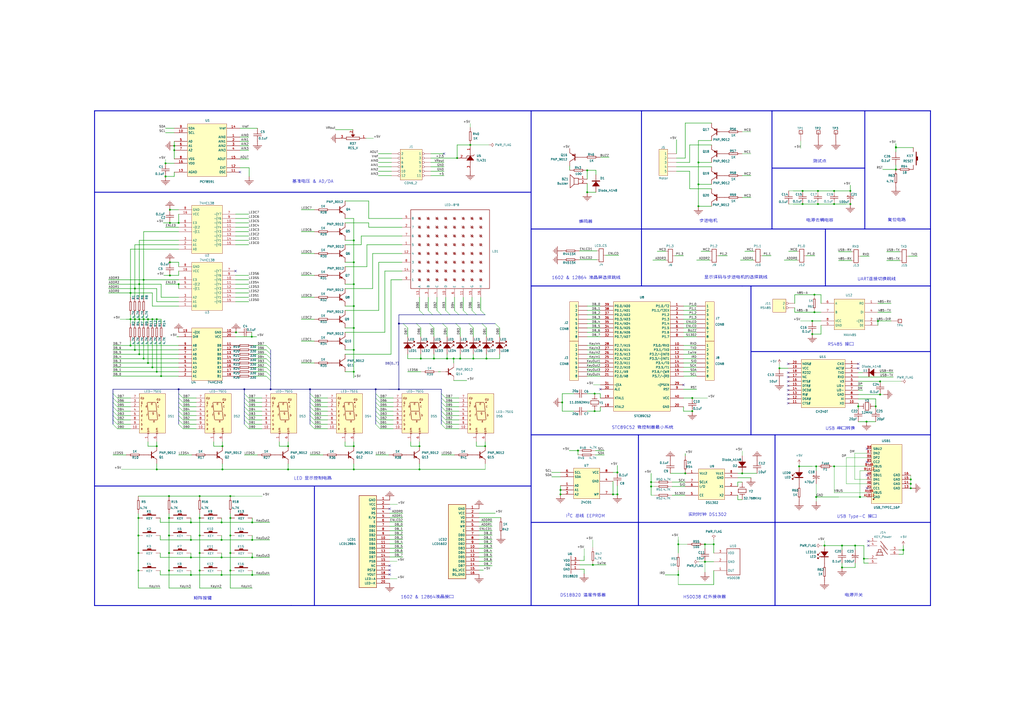
<source format=kicad_sch>
(kicad_sch (version 20211123) (generator eeschema)
  (paper "A2")
  (title_block (title "UINIO-STC89C52-EVB") (date "2022-08-06") (company "UinIO.com"))
  (lib_symbols
    (symbol "Device:Fuse" (pin_numbers hide) (pin_names (offset 0))
      (property "Reference" "F" (at 2.032 0 90))
      (property "Value" "Fuse" (at -1.905 0 90))
      (symbol "Fuse_1_1"
        (pin passive line (at 0 3.81 270) (length 1.27) (name "~") (number "1"))
        (pin passive line (at 0 -3.81 90) (length 1.27) (name "~") (number "2"))
      )
    )
    (symbol "Uinio:24C01"
      (property "Reference" "U6" (at 0 -20.32 0))
      (property "Value" "24C01" (at 10.16 -20.32 0))
      (symbol "24C01_1_0"
        (pin passive line (at 22.86 -10.16 180) (length 7.62) (name "A0") (number "1"))
        (pin passive line (at 22.86 -12.7 180) (length 7.62) (name "A1") (number "2"))
        (pin passive line (at 22.86 -15.24 180) (length 7.62) (name "A2") (number "3"))
        (pin passive line (at -7.62 -7.62 0) (length 7.62) (name "GND") (number "4"))
        (pin passive line (at 22.86 -5.08 180) (length 7.62) (name "SDA") (number "5"))
        (pin passive line (at 22.86 -2.54 180) (length 7.62) (name "SCL") (number "6"))
        (pin passive line (at -7.62 -15.24 0) (length 7.62) (name "WP") (number "7"))
        (pin passive line (at -7.62 -2.54 0) (length 7.62) (name "VCC") (number "8"))
      )
    )
    (symbol "Uinio:74HC138"
      (property "Reference" "U10" (at 0 0 0))
      (property "Value" "74HC138" (at 7.62 0 0))
      (symbol "74HC138_1_0"
        (pin passive line (at -7.62 -2.54 0) (length 7.62) (name "A0") (number "1"))
        (pin passive line (at 25.4 -17.78 180) (length 7.62) (name "~{Y5") (number "10"))
        (pin passive line (at 25.4 -15.24 180) (length 7.62) (name "~{Y4") (number "11"))
        (pin passive line (at 25.4 -12.7 180) (length 7.62) (name "~{Y3") (number "12"))
        (pin passive line (at 25.4 -10.16 180) (length 7.62) (name "~{Y2") (number "13"))
        (pin passive line (at 25.4 -7.62 180) (length 7.62) (name "~{Y1") (number "14"))
        (pin passive line (at 25.4 -5.08 180) (length 7.62) (name "~{Y0") (number "15"))
        (pin passive line (at -7.62 -22.86 0) (length 7.62) (name "VCC") (number "16"))
        (pin passive line (at -7.62 -5.08 0) (length 7.62) (name "A1") (number "2"))
        (pin passive line (at -7.62 -7.62 0) (length 7.62) (name "A2") (number "3"))
        (pin passive line (at -7.62 -12.7 0) (length 7.62) (name "~{E1") (number "4"))
        (pin passive line (at -7.62 -15.24 0) (length 7.62) (name "~{E2") (number "5"))
        (pin passive line (at -7.62 -17.78 0) (length 7.62) (name "E3") (number "6"))
        (pin passive line (at 25.4 -22.86 180) (length 7.62) (name "~{Y7") (number "7"))
        (pin passive line (at -7.62 -25.4 0) (length 7.62) (name "GND") (number "8"))
        (pin passive line (at 25.4 -20.32 180) (length 7.62) (name "~{Y6") (number "9"))
      )
    )
    (symbol "Uinio:74HC245"
      (property "Reference" "U9" (at 0 0 0))
      (property "Value" "74HC245" (at 7.62 0 0))
      (symbol "74HC245_1_0"
        (pin passive line (at -7.62 -25.4 0) (length 7.62) (name "DIR") (number "1"))
        (pin passive line (at 25.4 -27.94 180) (length 7.62) (name "GND") (number "10"))
        (pin passive line (at 25.4 -20.32 180) (length 7.62) (name "B8") (number "11"))
        (pin passive line (at 25.4 -17.78 180) (length 7.62) (name "B7") (number "12"))
        (pin passive line (at 25.4 -15.24 180) (length 7.62) (name "B6") (number "13"))
        (pin passive line (at 25.4 -12.7 180) (length 7.62) (name "B5") (number "14"))
        (pin passive line (at 25.4 -10.16 180) (length 7.62) (name "B4") (number "15"))
        (pin passive line (at 25.4 -7.62 180) (length 7.62) (name "B3") (number "16"))
        (pin passive line (at 25.4 -5.08 180) (length 7.62) (name "B2") (number "17"))
        (pin passive line (at 25.4 -2.54 180) (length 7.62) (name "B1") (number "18"))
        (pin passive line (at -7.62 -27.94 0) (length 7.62) (name "~{OE") (number "19"))
        (pin passive line (at -7.62 -2.54 0) (length 7.62) (name "A1") (number "2"))
        (pin passive line (at 25.4 -25.4 180) (length 7.62) (name "VCC") (number "20"))
        (pin passive line (at -7.62 -5.08 0) (length 7.62) (name "A2") (number "3"))
        (pin passive line (at -7.62 -7.62 0) (length 7.62) (name "A3") (number "4"))
        (pin passive line (at -7.62 -10.16 0) (length 7.62) (name "A4") (number "5"))
        (pin passive line (at -7.62 -12.7 0) (length 7.62) (name "A5") (number "6"))
        (pin passive line (at -7.62 -15.24 0) (length 7.62) (name "A6") (number "7"))
        (pin passive line (at -7.62 -17.78 0) (length 7.62) (name "A7") (number "8"))
        (pin passive line (at -7.62 -20.32 0) (length 7.62) (name "A8") (number "9"))
      )
    )
    (symbol "Uinio:Buzzer"
      (property "Reference" "BZ?" (at -0.254 -8.89 0))
      (property "Value" "Buzzer" (at -0.254 -10.922 0))
      (symbol "Buzzer_1_0"
        (pin passive line (at -5.08 -2.54 0) (length 5.08) (name "1") (number "1"))
        (pin passive line (at -5.08 -5.08 0) (length 5.08) (name "2") (number "2"))
      )
    )
    (symbol "Uinio:CAP"
      (property "Reference" "C?" (at 2.54 3.81 0))
      (property "Value" "CAP" (at 2.54 1.27 0))
      (symbol "CAP_1_0"
        (pin passive line (at -2.54 -2.54 90) (length 2.54) (name "1") (number "1"))
        (pin passive line (at -2.54 5.08 270) (length 2.54) (name "2") (number "2"))
      )
    )
    (symbol "Uinio:CAP_P"
      (property "Reference" "C15" (at 0.508 -2.54 0))
      (property "Value" "CAP_P" (at 0.508 -7.112 0))
      (symbol "CAP_P_1_0"
        (text "+" (at 0.508 -3.556 0) (effects (font (size 1.27 1.27)) (justify left bottom)))
        (pin passive line (at 0 0 270) (length 2.54) (name "1") (number "1"))
        (pin passive line (at 0 -7.62 90) (length 2.54) (name "2") (number "2"))
      )
    )
    (symbol "Uinio:CH340T"
      (property "Reference" "U2" (at 0 0 0))
      (property "Value" "CH340T" (at 0 -30.48 0))
      (symbol "CH340T_1_0"
        (pin output line (at -7.62 -2.54 0) (length 7.62) (name "CKO") (number "1"))
        (pin output line (at -7.62 -25.4 0) (length 7.62) (name "XO") (number "10"))
        (pin input line (at 33.02 -25.4 180) (length 7.62) (name "CTS#") (number "11"))
        (pin input line (at 33.02 -22.86 180) (length 7.62) (name "DSR#") (number "12"))
        (pin input line (at 33.02 -20.32 180) (length 7.62) (name "RI#") (number "13"))
        (pin input line (at 33.02 -17.78 180) (length 7.62) (name "DCD#") (number "14"))
        (pin output line (at 33.02 -15.24 180) (length 7.62) (name "DTR#") (number "15"))
        (pin output line (at 33.02 -12.7 180) (length 7.62) (name "RTS#") (number "16"))
        (pin passive line (at 33.02 -10.16 180) (length 7.62) (name "NC") (number "17"))
        (pin output line (at 33.02 -7.62 180) (length 7.62) (name "R232") (number "18"))
        (pin power_in line (at 33.02 -5.08 180) (length 7.62) (name "VCC") (number "19"))
        (pin output line (at -7.62 -5.08 0) (length 7.62) (name "ACT#") (number "2"))
        (pin input line (at 33.02 -2.54 180) (length 7.62) (name "NOS#") (number "20"))
        (pin output line (at -7.62 -7.62 0) (length 7.62) (name "TXD") (number "3"))
        (pin input line (at -7.62 -10.16 0) (length 7.62) (name "RXD") (number "4"))
        (pin power_in line (at -7.62 -12.7 0) (length 7.62) (name "V3") (number "5"))
        (pin passive line (at -7.62 -15.24 0) (length 7.62) (name "UD+") (number "6"))
        (pin passive line (at -7.62 -17.78 0) (length 7.62) (name "UD-") (number "7"))
        (pin power_in line (at -7.62 -20.32 0) (length 7.62) (name "GND") (number "8"))
        (pin input line (at -7.62 -22.86 0) (length 7.62) (name "XI") (number "9"))
      )
    )
    (symbol "Uinio:CON2"
      (property "Reference" "J8" (at 0 7.62 0))
      (property "Value" "CON2" (at 0 -2.54 0))
      (symbol "CON2_1_0"
        (pin passive inverted (at -5.08 2.54 0) (length 5.08) (name "1") (number "1"))
        (pin passive inverted (at -5.08 5.08 0) (length 5.08) (name "2") (number "2"))
      )
    )
    (symbol "Uinio:CON5"
      (property "Reference" "J?" (at 0 0 0))
      (property "Value" "CON5" (at 0 -17.78 0))
      (symbol "CON5_1_0"
        (pin passive line (at -5.08 -2.54 0) (length 5.08) (name "1") (number "1"))
        (pin passive line (at -5.08 -5.08 0) (length 5.08) (name "2") (number "2"))
        (pin passive line (at -5.08 -7.62 0) (length 5.08) (name "3") (number "3"))
        (pin passive line (at -5.08 -10.16 0) (length 5.08) (name "4") (number "4"))
        (pin passive line (at -5.08 -12.7 0) (length 5.08) (name "5") (number "5"))
      )
    )
    (symbol "Uinio:CON6_2"
      (property "Reference" "J16" (at 0 0 0))
      (property "Value" "CON6_2" (at 0 -20.32 0))
      (symbol "CON6_2_1_0"
        (pin passive inverted (at -5.08 -2.54 0) (length 5.08) (name "1") (number "1"))
        (pin passive inverted (at 17.78 -12.7 180) (length 5.08) (name "10") (number "10"))
        (pin passive inverted (at -5.08 -15.24 0) (length 5.08) (name "11") (number "11"))
        (pin passive inverted (at 17.78 -15.24 180) (length 5.08) (name "12") (number "12"))
        (pin passive inverted (at 17.78 -2.54 180) (length 5.08) (name "2") (number "2"))
        (pin passive inverted (at -5.08 -5.08 0) (length 5.08) (name "3") (number "3"))
        (pin passive inverted (at 17.78 -5.08 180) (length 5.08) (name "4") (number "4"))
        (pin passive inverted (at -5.08 -7.62 0) (length 5.08) (name "5") (number "5"))
        (pin passive inverted (at 17.78 -7.62 180) (length 5.08) (name "6") (number "6"))
        (pin passive inverted (at -5.08 -10.16 0) (length 5.08) (name "7") (number "7"))
        (pin passive inverted (at 17.78 -10.16 180) (length 5.08) (name "8") (number "8"))
        (pin passive inverted (at -5.08 -12.7 0) (length 5.08) (name "9") (number "9"))
      )
    )
    (symbol "Uinio:CON8"
      (property "Reference" "J15" (at 7.62 -5.08 90))
      (property "Value" "CON8" (at 7.62 -20.32 90))
      (symbol "CON8_1_0"
        (pin passive line (at -5.08 -2.54 0) (length 5.08) (name "1") (number "1"))
        (pin passive line (at -5.08 -5.08 0) (length 5.08) (name "2") (number "2"))
        (pin passive line (at -5.08 -7.62 0) (length 5.08) (name "3") (number "3"))
        (pin passive line (at -5.08 -10.16 0) (length 5.08) (name "4") (number "4"))
        (pin passive line (at -5.08 -12.7 0) (length 5.08) (name "5") (number "5"))
        (pin passive line (at -5.08 -15.24 0) (length 5.08) (name "6") (number "6"))
        (pin passive line (at -5.08 -17.78 0) (length 5.08) (name "7") (number "7"))
        (pin passive line (at -5.08 -20.32 0) (length 5.08) (name "8") (number "8"))
      )
    )
    (symbol "Uinio:Crystal"
      (property "Reference" "Y3" (at 5.08 5.334 0))
      (property "Value" "Crystal" (at 5.08 2.794 0))
      (symbol "Crystal_1_0"
        (pin passive line (at 2.54 0 90) (length 2.54) (name "1") (number "1"))
        (pin passive line (at 2.54 10.16 270) (length 2.54) (name "2") (number "2"))
      )
    )
    (symbol "Uinio:DS1302"
      (property "Reference" "U3" (at 0 0 0))
      (property "Value" "DS1302" (at 0 -20.32 0))
      (symbol "DS1302_1_0"
        (pin passive line (at 22.86 -2.54 180) (length 7.62) (name "Vcc2") (number "1"))
        (pin passive line (at -7.62 -10.16 0) (length 7.62) (name "X1") (number "2"))
        (pin passive line (at -7.62 -15.24 0) (length 7.62) (name "X2") (number "3"))
        (pin passive line (at -7.62 -5.08 0) (length 7.62) (name "GND") (number "4"))
        (pin passive line (at 22.86 -15.24 180) (length 7.62) (name "CE") (number "5"))
        (pin passive line (at 22.86 -10.16 180) (length 7.62) (name "I/O") (number "6"))
        (pin passive line (at 22.86 -7.62 180) (length 7.62) (name "SCLK") (number "7"))
        (pin passive line (at -7.62 -2.54 0) (length 7.62) (name "Vcc1") (number "8"))
      )
    )
    (symbol "Uinio:DS18B20"
      (property "Reference" "U7" (at -5.588 -6.858 0))
      (property "Value" "DS18B20" (at -5.588 -8.89 0))
      (symbol "DS18B20_1_0"
        (pin passive line (at -7.62 -2.54 0) (length 5.08) (name "GND") (number "1"))
        (pin passive line (at -7.62 0 0) (length 5.08) (name "DQ") (number "2"))
        (pin passive line (at -7.62 2.54 0) (length 5.08) (name "VDD") (number "3"))
      )
    )
    (symbol "Uinio:Diode_4148"
      (property "Reference" "D?" (at -6.35 5.334 0))
      (property "Value" "Diode_4148" (at -7.874 2.794 0))
      (symbol "Diode_4148_1_0"
        (pin passive line (at 0 0 90) (length 2.54) (name "1") (number "A"))
        (pin passive line (at 0 10.16 270) (length 2.54) (name "2") (number "K"))
      )
    )
    (symbol "Uinio:GND" (power)
      (symbol "GND_0_0"
        (pin power_in line (at 0 0 0) (length 0) hide (name "GND") (number ""))
      )
    )
    (symbol "Uinio:HS0038"
      (property "Reference" "U4" (at -7.62 0 0))
      (property "Value" "HS0038" (at -7.62 -17.78 0))
      (symbol "HS0038_1_0"
        (pin output line (at 7.62 -12.7 180) (length 7.62) (name "OUT") (number "1"))
        (pin power_in line (at 7.62 -7.62 180) (length 7.62) (name "GND") (number "2"))
        (pin power_in line (at 7.62 -2.54 180) (length 7.62) (name "VDD") (number "3"))
      )
    )
    (symbol "Uinio:JP"
      (property "Reference" "J1" (at 1.016 4.064 0))
      (property "Value" "JP" (at 1.016 -6.604 0))
      (symbol "JP_1_0"
        (pin passive line (at 5.08 -2.54 180) (length 1.27) (name "1") (number "1"))
        (pin passive line (at 0 0 0) (length 1.27) (name "2") (number "2"))
        (pin passive line (at 5.08 2.54 180) (length 1.27) (name "3") (number "3"))
      )
    )
    (symbol "Uinio:KEY"
      (property "Reference" "K?" (at 3.302 6.35 0))
      (property "Value" "KEY" (at 3.302 3.81 0))
      (symbol "KEY_1_0"
        (pin passive line (at 2.54 0 90) (length 2.54) (name "1") (number "1"))
        (pin passive line (at 2.54 12.7 270) (length 2.54) (name "2") (number "2"))
      )
    )
    (symbol "Uinio:KEY_Power"
      (property "Reference" "J3" (at 5.08 2.54 0))
      (property "Value" "KEY_Power" (at 5.08 -7.62 0))
      (symbol "KEY_Power_1_0"
        (pin passive line (at 17.78 5.08 180) (length 5.08) (name "1") (number "1"))
        (pin passive line (at 17.78 -5.08 180) (length 5.08) (name "2") (number "2"))
        (pin passive line (at 0 0 0) (length 5.08) (name "3") (number "3"))
        (pin passive line (at 17.78 2.54 180) (length 5.08) (name "4") (number "4"))
        (pin passive line (at 17.78 -7.62 180) (length 5.08) (name "5") (number "5"))
        (pin passive line (at 0 -2.54 0) (length 5.08) (name "6") (number "6"))
      )
    )
    (symbol "Uinio:LCD12864"
      (property "Reference" "LCD2" (at -24.13 11.43 0))
      (property "Value" "LCD12864" (at -26.67 -46.99 0))
      (symbol "LCD12864_1_0"
        (pin passive line (at -34.29 7.62 0) (length 7.62) (name "GND") (number "1"))
        (pin passive line (at -34.29 -15.24 0) (length 7.62) (name "DB3") (number "10"))
        (pin passive line (at -34.29 -17.78 0) (length 7.62) (name "DB4") (number "11"))
        (pin passive line (at -34.29 -20.32 0) (length 7.62) (name "DB5") (number "12"))
        (pin passive line (at -34.29 -22.86 0) (length 7.62) (name "DB6") (number "13"))
        (pin passive line (at -34.29 -25.4 0) (length 7.62) (name "DB7") (number "14"))
        (pin passive line (at -34.29 -27.94 0) (length 7.62) (name "PSB") (number "15"))
        (pin passive line (at -34.29 -30.48 0) (length 7.62) (name "NC") (number "16"))
        (pin passive line (at -34.29 -33.02 0) (length 7.62) (name "RST#") (number "17"))
        (pin passive line (at -34.29 -35.56 0) (length 7.62) (name "VOUT") (number "18"))
        (pin passive line (at -34.29 -38.1 0) (length 7.62) (name "LED-A") (number "19"))
        (pin passive line (at -34.29 5.08 0) (length 7.62) (name "VCC") (number "2"))
        (pin passive line (at -34.29 -40.64 0) (length 7.62) (name "LED-K") (number "20"))
        (pin passive line (at -34.29 2.54 0) (length 7.62) (name "V0") (number "3"))
        (pin passive line (at -34.29 0 0) (length 7.62) (name "RS") (number "4"))
        (pin passive line (at -34.29 -2.54 0) (length 7.62) (name "R/W") (number "5"))
        (pin passive line (at -34.29 -5.08 0) (length 7.62) (name "E") (number "6"))
        (pin passive line (at -34.29 -7.62 0) (length 7.62) (name "DB0") (number "7"))
        (pin passive line (at -34.29 -10.16 0) (length 7.62) (name "DB1") (number "8"))
        (pin passive line (at -34.29 -12.7 0) (length 7.62) (name "DB2") (number "9"))
      )
    )
    (symbol "Uinio:LCD1602"
      (property "Reference" "LCD1" (at 0 0 0))
      (property "Value" "LCD1602" (at 0 -45.72 0))
      (symbol "LCD1602_1_0"
        (pin passive line (at -7.62 -2.54 0) (length 7.62) (name "GND") (number "1"))
        (pin passive line (at -7.62 -25.4 0) (length 7.62) (name "DB3") (number "10"))
        (pin passive line (at -7.62 -27.94 0) (length 7.62) (name "DB4") (number "11"))
        (pin passive line (at -7.62 -30.48 0) (length 7.62) (name "DB5") (number "12"))
        (pin passive line (at -7.62 -33.02 0) (length 7.62) (name "DB6") (number "13"))
        (pin passive line (at -7.62 -35.56 0) (length 7.62) (name "DB7") (number "14"))
        (pin passive line (at -7.62 -38.1 0) (length 7.62) (name "BG_VCC") (number "15"))
        (pin passive line (at -7.62 -40.64 0) (length 7.62) (name "BG_GND") (number "16"))
        (pin passive line (at -7.62 -5.08 0) (length 7.62) (name "VCC") (number "2"))
        (pin passive line (at -7.62 -7.62 0) (length 7.62) (name "VO") (number "3"))
        (pin passive line (at -7.62 -10.16 0) (length 7.62) (name "RS") (number "4"))
        (pin passive line (at -7.62 -12.7 0) (length 7.62) (name "WR") (number "5"))
        (pin passive line (at -7.62 -15.24 0) (length 7.62) (name "E") (number "6"))
        (pin passive line (at -7.62 -17.78 0) (length 7.62) (name "DB0") (number "7"))
        (pin passive line (at -7.62 -20.32 0) (length 7.62) (name "DB1") (number "8"))
        (pin passive line (at -7.62 -22.86 0) (length 7.62) (name "DB2") (number "9"))
      )
    )
    (symbol "Uinio:LED"
      (property "Reference" "LED3" (at 0.508 -3.556 0))
      (property "Value" "LED" (at 0.508 -10.16 0))
      (symbol "LED_1_0"
        (pin passive line (at 0 0 270) (length 2.54) (name "1") (number "A"))
        (pin passive line (at 0 -10.16 90) (length 2.54) (name "2") (number "K"))
      )
    )
    (symbol "Uinio:LED-7SEG"
      (property "Reference" "DS1" (at 0 -25.4 0))
      (property "Value" "LED-7SEG" (at 5.08 -25.4 0))
      (symbol "LED-7SEG_1_0"
        (text "a" (at 0.762 -3.302 0) (effects (font (size 1.27 1.27)) (justify left bottom)))
        (text "a" (at 7.874 -7.62 0) (effects (font (size 1.27 1.27)) (justify left bottom)))
        (text "b" (at 0.762 -5.842 0) (effects (font (size 1.27 1.27)) (justify left bottom)))
        (text "b" (at 10.922 -11.176 0) (effects (font (size 1.27 1.27)) (justify left bottom)))
        (text "c" (at 0.762 -8.382 0) (effects (font (size 1.27 1.27)) (justify left bottom)))
        (text "c" (at 10.414 -16.256 0) (effects (font (size 1.27 1.27)) (justify left bottom)))
        (text "com" (at 5.842 -3.302 900) (effects (font (size 1.27 1.27)) (justify left bottom)))
        (text "com" (at 10.922 -3.302 900) (effects (font (size 1.27 1.27)) (justify left bottom)))
        (text "d" (at 0.762 -10.922 0) (effects (font (size 1.27 1.27)) (justify left bottom)))
        (text "d" (at 6.604 -17.78 0) (effects (font (size 1.27 1.27)) (justify left bottom)))
        (text "dp" (at 0.508 -21.082 0) (effects (font (size 1.27 1.27)) (justify left bottom)))
        (text "dp" (at 9.906 -20.32 0) (effects (font (size 1.27 1.27)) (justify left bottom)))
        (text "e" (at 0.762 -13.462 0) (effects (font (size 1.27 1.27)) (justify left bottom)))
        (text "e" (at 3.556 -16.256 0) (effects (font (size 1.27 1.27)) (justify left bottom)))
        (text "f" (at 0.762 -16.256 0) (effects (font (size 1.27 1.27)) (justify left bottom)))
        (text "f" (at 4.064 -11.176 0) (effects (font (size 1.27 1.27)) (justify left bottom)))
        (text "g" (at 0.762 -18.542 0) (effects (font (size 1.27 1.27)) (justify left bottom)))
        (text "g" (at 7.366 -12.446 0) (effects (font (size 1.27 1.27)) (justify left bottom)))
        (pin passive line (at 5.08 5.08 270) (length 5.08) (name "com") (number "1"))
        (pin passive line (at -5.08 -2.54 0) (length 5.08) (name "a") (number "10"))
        (pin passive line (at -5.08 -15.24 0) (length 5.08) (name "f") (number "2"))
        (pin passive line (at -5.08 -17.78 0) (length 5.08) (name "g") (number "3"))
        (pin passive line (at -5.08 -12.7 0) (length 5.08) (name "e") (number "4"))
        (pin passive line (at -5.08 -10.16 0) (length 5.08) (name "d") (number "5"))
        (pin passive line (at 10.16 5.08 270) (length 5.08) (name "com") (number "6"))
        (pin passive line (at -5.08 -20.32 0) (length 5.08) (name "dp") (number "7"))
        (pin passive line (at -5.08 -7.62 0) (length 5.08) (name "c") (number "8"))
        (pin passive line (at -5.08 -5.08 0) (length 5.08) (name "b") (number "9"))
      )
    )
    (symbol "Uinio:LED-8*8"
      (property "Reference" "LD1" (at 0 -48.26 0))
      (property "Value" "LED-8*8" (at 0 -50.8 0))
      (symbol "LED-8*8_1_0"
        (pin passive line (at -5.08 -25.4 0) (length 5.08) (name "5") (number "1"))
        (pin passive line (at 20.32 5.08 270) (length 5.08) (name "D") (number "10"))
        (pin passive line (at 30.48 5.08 270) (length 5.08) (name "F") (number "11"))
        (pin passive line (at -5.08 -20.32 0) (length 5.08) (name "4") (number "12"))
        (pin passive line (at 5.08 5.08 270) (length 5.08) (name "A") (number "13"))
        (pin passive line (at -5.08 -10.16 0) (length 5.08) (name "2") (number "14"))
        (pin passive line (at 35.56 5.08 270) (length 5.08) (name "G") (number "15"))
        (pin passive line (at 40.64 5.08 270) (length 5.08) (name "H") (number "16"))
        (pin passive line (at -5.08 -35.56 0) (length 5.08) (name "7") (number "2"))
        (pin passive line (at 10.16 5.08 270) (length 5.08) (name "B") (number "3"))
        (pin passive line (at 15.24 5.08 270) (length 5.08) (name "C") (number "4"))
        (pin passive line (at -5.08 -40.64 0) (length 5.08) (name "8") (number "5"))
        (pin passive line (at 25.4 5.08 270) (length 5.08) (name "E") (number "6"))
        (pin passive line (at -5.08 -30.48 0) (length 5.08) (name "6") (number "7"))
        (pin passive line (at -5.08 -15.24 0) (length 5.08) (name "3") (number "8"))
        (pin passive line (at -5.08 -5.08 0) (length 5.08) (name "1") (number "9"))
      )
    )
    (symbol "Uinio:MAX485"
      (property "Reference" "U1" (at 0 0 0))
      (property "Value" "MAX485" (at 0 -20.32 0))
      (symbol "MAX485_1_0"
        (pin output line (at -7.62 -2.54 0) (length 7.62) (name "RO") (number "1"))
        (pin input line (at -7.62 -12.7 0) (length 7.62) (name "~{RE") (number "2"))
        (pin input line (at -7.62 -15.24 0) (length 7.62) (name "DE") (number "3"))
        (pin input line (at -7.62 -7.62 0) (length 7.62) (name "DI") (number "4"))
        (pin power_in line (at 25.4 -15.24 180) (length 7.62) (name "GND") (number "5"))
        (pin passive line (at 25.4 -2.54 180) (length 7.62) (name "A") (number "6"))
        (pin passive line (at 25.4 -7.62 180) (length 7.62) (name "B") (number "7"))
        (pin power_in line (at 25.4 -12.7 180) (length 7.62) (name "VCC") (number "8"))
      )
    )
    (symbol "Uinio:PCF8591"
      (property "Reference" "U12" (at -22.86 0 0))
      (property "Value" "PCF8591" (at -22.86 -33.02 0))
      (symbol "PCF8591_1_0"
        (pin passive line (at -30.48 -7.62 0) (length 7.62) (name "AIN0") (number "1"))
        (pin passive line (at 7.62 -5.08 180) (length 7.62) (name "SCL") (number "10"))
        (pin passive line (at -30.48 -27.94 0) (length 7.62) (name "OSC") (number "11"))
        (pin passive line (at -30.48 -25.4 0) (length 7.62) (name "EXT") (number "12"))
        (pin passive line (at 7.62 -27.94 180) (length 7.62) (name "AGND") (number "13"))
        (pin passive line (at -30.48 -2.54 0) (length 7.62) (name "Vref") (number "14"))
        (pin passive line (at -30.48 -20.32 0) (length 7.62) (name "AOUT") (number "15"))
        (pin passive line (at 7.62 -22.86 180) (length 7.62) (name "VDD") (number "16"))
        (pin passive line (at -30.48 -10.16 0) (length 7.62) (name "AIN1") (number "2"))
        (pin passive line (at -30.48 -12.7 0) (length 7.62) (name "AIN2") (number "3"))
        (pin passive line (at -30.48 -15.24 0) (length 7.62) (name "AIN3") (number "4"))
        (pin passive line (at 7.62 -10.16 180) (length 7.62) (name "A0") (number "5"))
        (pin passive line (at 7.62 -12.7 180) (length 7.62) (name "A1") (number "6"))
        (pin passive line (at 7.62 -15.24 180) (length 7.62) (name "A2") (number "7"))
        (pin passive line (at 7.62 -20.32 180) (length 7.62) (name "VSS") (number "8"))
        (pin passive line (at 7.62 -2.54 180) (length 7.62) (name "SDA") (number "9"))
      )
    )
    (symbol "Uinio:PNP_9012"
      (property "Reference" "Q?" (at 9.398 -5.08 0))
      (property "Value" "PNP_9012" (at 9.398 -7.62 0))
      (symbol "PNP_9012_1_0"
        (pin passive line (at 0 -5.08 0) (length 3.048) (name "B") (number "B"))
        (pin passive line (at 7.62 -10.16 90) (length 2.54) (name "C") (number "C"))
        (pin passive line (at 7.62 0 270) (length 2.54) (name "E") (number "E"))
      )
    )
    (symbol "Uinio:RES"
      (property "Reference" "R?" (at 1.016 -4.826 0))
      (property "Value" "RES" (at 0.762 -7.366 0))
      (symbol "RES_1_0"
        (pin passive line (at 0 0 270) (length 2.54) (name "1") (number "1"))
        (pin passive line (at 0 -10.16 90) (length 2.54) (name "2") (number "2"))
      )
    )
    (symbol "Uinio:RES_V"
      (property "Reference" "R38" (at 2.286 -8.636 0))
      (property "Value" "RES_V" (at 7.62 -8.636 0))
      (symbol "RES_V_1_0"
        (pin passive line (at 0 -5.08 0) (length 2.54) (name "1") (number "1"))
        (pin passive line (at 7.62 0 270) (length 2.54) (name "2") (number "2"))
        (pin passive line (at 15.24 -5.08 180) (length 2.54) (name "3") (number "3"))
      )
    )
    (symbol "Uinio:STC89C52"
      (property "Reference" "U5" (at 0 0 0))
      (property "Value" "STC89C52" (at 0 -66.04 0))
      (symbol "STC89C52_1_0"
        (pin passive line (at -7.62 -2.54 0) (length 7.62) (name "P1.0/T2") (number "1"))
        (pin passive line (at -7.62 -25.4 0) (length 7.62) (name "P3.0/RXD") (number "10"))
        (pin passive line (at -7.62 -27.94 0) (length 7.62) (name "P3.1/TXD") (number "11"))
        (pin passive line (at -7.62 -30.48 0) (length 7.62) (name "P3.2/~{INT0") (number "12"))
        (pin passive line (at -7.62 -33.02 0) (length 7.62) (name "P3.3/~{INT1") (number "13"))
        (pin passive line (at -7.62 -35.56 0) (length 7.62) (name "P3.4/T0") (number "14"))
        (pin passive line (at -7.62 -38.1 0) (length 7.62) (name "P3.5/T1") (number "15"))
        (pin passive line (at -7.62 -40.64 0) (length 7.62) (name "P3.6/~{WR") (number "16"))
        (pin passive line (at -7.62 -43.18 0) (length 7.62) (name "P3.7/~{RD") (number "17"))
        (pin passive line (at 40.64 -60.96 180) (length 7.62) (name "XTAL2") (number "18"))
        (pin passive line (at 40.64 -55.88 180) (length 7.62) (name "XTAL1") (number "19"))
        (pin passive line (at -7.62 -5.08 0) (length 7.62) (name "P1.1/T2EX") (number "2"))
        (pin passive line (at -7.62 -60.96 0) (length 7.62) (name "GND") (number "20"))
        (pin passive line (at 40.64 -43.18 180) (length 7.62) (name "P2.0/A8") (number "21"))
        (pin passive line (at 40.64 -40.64 180) (length 7.62) (name "P2.1/A9") (number "22"))
        (pin passive line (at 40.64 -38.1 180) (length 7.62) (name "P2.2/A10") (number "23"))
        (pin passive line (at 40.64 -35.56 180) (length 7.62) (name "P2.3/A11") (number "24"))
        (pin passive line (at 40.64 -33.02 180) (length 7.62) (name "P2.4/A12") (number "25"))
        (pin passive line (at 40.64 -30.48 180) (length 7.62) (name "P2.5/A13") (number "26"))
        (pin passive line (at 40.64 -27.94 180) (length 7.62) (name "P2.6/A14") (number "27"))
        (pin passive line (at 40.64 -25.4 180) (length 7.62) (name "P2.7/A15") (number "28"))
        (pin passive line (at -7.62 -48.26 0) (length 7.62) (name "~{PSEN") (number "29"))
        (pin passive line (at -7.62 -7.62 0) (length 7.62) (name "P1.2") (number "3"))
        (pin passive line (at 40.64 -50.8 180) (length 7.62) (name "ALE") (number "30"))
        (pin passive line (at 40.64 -48.26 180) (length 7.62) (name "~{EA") (number "31"))
        (pin passive line (at 40.64 -20.32 180) (length 7.62) (name "P0.7/AD7") (number "32"))
        (pin passive line (at 40.64 -17.78 180) (length 7.62) (name "P0.6/AD6") (number "33"))
        (pin passive line (at 40.64 -15.24 180) (length 7.62) (name "P0.5/AD5") (number "34"))
        (pin passive line (at 40.64 -12.7 180) (length 7.62) (name "P0.4/AD4") (number "35"))
        (pin passive line (at 40.64 -10.16 180) (length 7.62) (name "P0.3/AD3") (number "36"))
        (pin passive line (at 40.64 -7.62 180) (length 7.62) (name "P0.2/AD2") (number "37"))
        (pin passive line (at 40.64 -5.08 180) (length 7.62) (name "P0.1/AD1") (number "38"))
        (pin passive line (at 40.64 -2.54 180) (length 7.62) (name "P0.0/AD0") (number "39"))
        (pin passive line (at -7.62 -10.16 0) (length 7.62) (name "P1.3") (number "4"))
        (pin passive line (at -7.62 -55.88 0) (length 7.62) (name "VCC") (number "40"))
        (pin passive line (at -7.62 -12.7 0) (length 7.62) (name "P1.4") (number "5"))
        (pin passive line (at -7.62 -15.24 0) (length 7.62) (name "P1.5") (number "6"))
        (pin passive line (at -7.62 -17.78 0) (length 7.62) (name "P1.6") (number "7"))
        (pin passive line (at -7.62 -20.32 0) (length 7.62) (name "P1.7") (number "8"))
        (pin passive line (at -7.62 -50.8 0) (length 7.62) (name "RST") (number "9"))
      )
    )
    (symbol "Uinio:TL431"
      (property "Reference" "U8" (at 0.508 -5.588 0))
      (property "Value" "TL431" (at 0.508 -12.192 0))
      (symbol "TL431_1_0"
        (pin power_in line (at 0 0 270) (length 5.08) (name "CATHODE") (number "1"))
        (pin passive line (at 7.62 -7.62 180) (length 5.08) (name "REF") (number "2"))
        (pin power_in line (at 0 -15.24 90) (length 5.08) (name "ANODE") (number "3"))
      )
    )
    (symbol "Uinio:TP"
      (property "Reference" "TP?" (at -1.016 1.016 0))
      (symbol "TP_1_0"
        (pin passive line (at 0 -5.08 90) (length 5.08) (name "") (number "1"))
      )
    )
    (symbol "Uinio:USB_TYPEC_16P" (pin_names (offset 1.016))
      (property "Reference" "USB" (at 0 19.05 0))
      (property "Value" "USB_TYPEC_16P" (at 0 24.13 0))
      (symbol "USB_TYPEC_16P_1_1"
        (pin input line (at 12.7 7.62 180) (length 5.08) (name "GND") (number "13"))
        (pin input line (at 12.7 5.08 180) (length 5.08) (name "GND") (number "14"))
        (pin input line (at 12.7 2.54 180) (length 5.08) (name "GND") (number "15"))
        (pin input line (at 12.7 0 180) (length 5.08) (name "GND") (number "16"))
        (pin input line (at -12.7 12.7 0) (length 2.54) (name "GND") (number "A1B12"))
        (pin input line (at -12.7 10.16 0) (length 2.54) (name "VBUS") (number "A4B9"))
        (pin input line (at -12.7 7.62 0) (length 2.54) (name "CC1") (number "A5"))
        (pin input line (at -12.7 5.08 0) (length 2.54) (name "DP1") (number "A6"))
        (pin input line (at -12.7 2.54 0) (length 2.54) (name "DN1") (number "A7"))
        (pin input line (at -12.7 0 0) (length 2.54) (name "SBU1") (number "A8"))
        (pin input line (at -12.7 -2.54 0) (length 2.54) (name "GND") (number "B1A12"))
        (pin input line (at -12.7 -5.08 0) (length 2.54) (name "VBUS") (number "B4A9"))
        (pin input line (at -12.7 -7.62 0) (length 2.54) (name "CC2") (number "B5"))
        (pin input line (at -12.7 -10.16 0) (length 2.54) (name "DP2") (number "B6"))
        (pin input line (at -12.7 -12.7 0) (length 2.54) (name "DN2") (number "B7"))
        (pin input line (at -12.7 -15.24 0) (length 2.54) (name "SBU2") (number "B8"))
      )
    )
    (symbol "power:+5V" (power) (pin_names (offset 0))
      (property "Value" "+5V" (at 0 3.556 0))
      (symbol "+5V_1_1"
        (pin power_in line (at 0 0 90) (length 0) hide (name "+5V") (number "1"))
      )
    )
    (symbol "power:PWR_FLAG" (power) (pin_numbers hide) (pin_names (offset 0) hide)
      (property "Value" "PWR_FLAG" (at 0 3.81 0))
      (symbol "PWR_FLAG_0_0"
        (pin power_out line (at 0 0 90) (length 0) (name "pwr") (number "1"))
      )
    )
  )
  (junction (at 483.87 270.51))
  (junction (at 519.684 85.344))
  (junction (at 266.954 208.026))
  (junction (at 83.312 185.166))
  (junction (at 452.12 213.614))
  (junction (at 272.796 84.074))
  (junction (at 510.54 228.854))
  (junction (at 101.092 87.122))
  (junction (at 156.972 225.806))
  (junction (at 344.932 228.346))
  (junction (at 478.282 316.484))
  (junction (at 110.744 313.182))
  (junction (at 344.932 238.506))
  (junction (at 405.13 106.934))
  (junction (at 98.552 129.286))
  (junction (at 115.824 287.782))
  (junction (at 90.932 272.288))
  (junction (at 98.552 152.146))
  (junction (at 243.332 258.826))
  (junction (at 259.334 208.026))
  (junction (at 355.6 286.766))
  (junction (at 205.232 215.646))
  (junction (at 80.264 330.962))
  (junction (at 98.044 310.642))
  (junction (at 465.582 110.744))
  (junction (at 78.232 167.386))
  (junction (at 88.392 185.166))
  (junction (at 205.232 177.546))
  (junction (at 90.932 258.826))
  (junction (at 128.524 333.502))
  (junction (at 85.852 185.166))
  (junction (at 519.684 98.298))
  (junction (at 78.232 202.946))
  (junction (at 83.312 162.306))
  (junction (at 405.13 94.234))
  (junction (at 98.044 320.802))
  (junction (at 179.832 225.806))
  (junction (at 90.932 185.166))
  (junction (at 471.17 193.802))
  (junction (at 377.698 282.194))
  (junction (at 231.394 225.806))
  (junction (at 325.12 284.226))
  (junction (at 98.044 300.482))
  (junction (at 205.232 164.846))
  (junction (at 80.264 310.642))
  (junction (at 528.32 280.67))
  (junction (at 205.232 202.946))
  (junction (at 98.552 121.666))
  (junction (at 408.94 325.882))
  (junction (at 205.232 152.146))
  (junction (at 231.394 187.706))
  (junction (at 115.824 320.802))
  (junction (at 205.232 258.826))
  (junction (at 133.604 300.482))
  (junction (at 474.472 110.744))
  (junction (at 472.44 170.942))
  (junction (at 129.032 258.826))
  (junction (at 472.44 181.102))
  (junction (at 358.14 286.766))
  (junction (at 474.472 118.364))
  (junction (at 282.194 208.026))
  (junction (at 133.604 320.802))
  (junction (at 493.268 118.364))
  (junction (at 502.666 244.602))
  (junction (at 217.932 225.806))
  (junction (at 244.094 208.026))
  (junction (at 80.772 185.166))
  (junction (at 146.304 323.342))
  (junction (at 496.062 316.484))
  (junction (at 146.05 195.326))
  (junction (at 509.27 186.182))
  (junction (at 80.772 205.486))
  (junction (at 519.684 85.598))
  (junction (at 96.012 102.362))
  (junction (at 167.132 272.288))
  (junction (at 340.614 111.506))
  (junction (at 498.856 288.29))
  (junction (at 335.28 261.366))
  (junction (at 146.304 313.182))
  (junction (at 493.268 110.744))
  (junction (at 393.446 333.502))
  (junction (at 397.51 274.574))
  (junction (at 401.574 238.506))
  (junction (at 167.132 258.826))
  (junction (at 129.032 272.288))
  (junction (at 343.916 327.66))
  (junction (at 393.446 315.722))
  (junction (at 471.17 186.182))
  (junction (at 488.442 316.484))
  (junction (at 103.632 164.846))
  (junction (at 281.432 258.826))
  (junction (at 115.824 310.642))
  (junction (at 78.232 185.166))
  (junction (at 528.32 278.13))
  (junction (at 205.232 272.288))
  (junction (at 141.732 225.806))
  (junction (at 243.332 272.288))
  (junction (at 110.744 303.022))
  (junction (at 115.824 300.482))
  (junction (at 430.53 274.574))
  (junction (at 465.582 118.364))
  (junction (at 80.264 320.802))
  (junction (at 488.442 329.184))
  (junction (at 205.232 190.246))
  (junction (at 265.176 91.694))
  (junction (at 136.906 192.786))
  (junction (at 103.632 129.286))
  (junction (at 263.144 208.026))
  (junction (at 405.13 119.634))
  (junction (at 408.94 315.722))
  (junction (at 501.142 324.104))
  (junction (at 83.312 208.026))
  (junction (at 497.84 235.712))
  (junction (at 326.136 233.426))
  (junction (at 75.692 169.926))
  (junction (at 528.32 283.21))
  (junction (at 377.698 279.654))
  (junction (at 110.744 333.502))
  (junction (at 98.044 330.962))
  (junction (at 510.54 221.234))
  (junction (at 325.12 286.766))
  (junction (at 205.232 139.446))
  (junction (at 88.392 213.106))
  (junction (at 340.614 98.806))
  (junction (at 473.456 270.51))
  (junction (at 146.304 333.502))
  (junction (at 128.524 323.342))
  (junction (at 85.852 210.566))
  (junction (at 80.772 164.846))
  (junction (at 401.574 230.886))
  (junction (at 101.092 84.582))
  (junction (at 96.012 94.742))
  (junction (at 93.472 218.186))
  (junction (at 524.002 319.024))
  (junction (at 251.714 208.026))
  (junction (at 483.87 118.364))
  (junction (at 110.744 323.342))
  (junction (at 75.692 200.406))
  (junction (at 133.604 287.782))
  (junction (at 463.55 270.51))
  (junction (at 358.14 274.066))
  (junction (at 98.552 159.766))
  (junction (at 98.044 287.782))
  (junction (at 115.824 330.962))
  (junction (at 133.604 330.962))
  (junction (at 274.574 208.026))
  (junction (at 508 235.712))
  (junction (at 146.304 303.022))
  (junction (at 103.632 225.806))
  (junction (at 483.87 110.744))
  (junction (at 414.02 315.722))
  (junction (at 128.524 303.022))
  (junction (at 75.692 185.166))
  (junction (at 473.456 288.29))
  (junction (at 90.932 215.646))
  (junction (at 133.604 310.642))
  (junction (at 80.264 300.482))
  (junction (at 128.524 313.182))
  (no_connect (at 503.682 316.484))
  (no_connect (at 503.682 313.944))
  (no_connect (at 457.2 221.234))
  (no_connect (at 457.2 218.694))
  (no_connect (at 257.556 89.154))
  (no_connect (at 457.2 223.774))
  (no_connect (at 457.2 216.154))
  (no_connect (at 136.652 157.226))
  (no_connect (at 226.06 330.708))
  (no_connect (at 226.06 333.248))
  (no_connect (at 226.06 328.168))
  (no_connect (at 226.06 295.148))
  (no_connect (at 457.2 226.314))
  (no_connect (at 396.494 223.266))
  (no_connect (at 457.2 228.854))
  (no_connect (at 502.92 260.35))
  (no_connect (at 502.92 267.97))
  (no_connect (at 457.2 231.394))
  (no_connect (at 457.2 233.934))
  (no_connect (at 497.84 211.074))
  (no_connect (at 497.84 213.614))
  (no_connect (at 139.192 99.822))
  (no_connect (at 457.2 211.074))
  (no_connect (at 348.234 225.806))
  (no_connect (at 502.92 283.21))
  (no_connect (at 502.92 275.59))
  (bus_entry (at 256.032 235.966) (size 2.54 2.54))
  (bus_entry (at 287.274 187.706) (size 2.54 2.54))
  (bus_entry (at 103.632 241.046) (size 2.54 2.54))
  (bus_entry (at 154.432 213.106) (size 2.54 2.54))
  (bus_entry (at 141.732 235.966) (size 2.54 2.54))
  (bus_entry (at 65.532 233.426) (size 2.54 2.54))
  (bus_entry (at 65.532 243.586) (size 2.54 2.54))
  (bus_entry (at 65.532 238.506) (size 2.54 2.54))
  (bus_entry (at 273.812 180.086) (size 2.54 2.54))
  (bus_entry (at 179.832 246.126) (size 2.54 2.54))
  (bus_entry (at 141.732 241.046) (size 2.54 2.54))
  (bus_entry (at 258.572 180.086) (size 2.54 2.54))
  (bus_entry (at 279.654 187.706) (size 2.54 2.54))
  (bus_entry (at 256.032 243.586) (size 2.54 2.54))
  (bus_entry (at 256.794 187.706) (size 2.54 2.54))
  (bus_entry (at 154.432 215.646) (size 2.54 2.54))
  (bus_entry (at 103.632 233.426) (size 2.54 2.54))
  (bus_entry (at 272.034 187.706) (size 2.54 2.54))
  (bus_entry (at 217.932 243.586) (size 2.54 2.54))
  (bus_entry (at 65.532 235.966) (size 2.54 2.54))
  (bus_entry (at 106.172 230.886) (size -2.54 -2.54))
  (bus_entry (at 154.432 218.186) (size 2.54 2.54))
  (bus_entry (at 179.832 233.426) (size 2.54 2.54))
  (bus_entry (at 65.532 241.046) (size 2.54 2.54))
  (bus_entry (at 217.932 241.046) (size 2.54 2.54))
  (bus_entry (at 253.492 180.086) (size 2.54 2.54))
  (bus_entry (at 249.174 187.706) (size 2.54 2.54))
  (bus_entry (at 256.032 238.506) (size 2.54 2.54))
  (bus_entry (at 217.932 233.426) (size 2.54 2.54))
  (bus_entry (at 233.934 187.706) (size 2.54 2.54))
  (bus_entry (at 103.632 243.586) (size 2.54 2.54))
  (bus_entry (at 217.932 230.886) (size 2.54 2.54))
  (bus_entry (at 103.632 246.126) (size 2.54 2.54))
  (bus_entry (at 179.832 241.046) (size 2.54 2.54))
  (bus_entry (at 256.032 230.886) (size 2.54 2.54))
  (bus_entry (at 141.732 238.506) (size 2.54 2.54))
  (bus_entry (at 65.532 230.886) (size 2.54 2.54))
  (bus_entry (at 264.414 187.706) (size 2.54 2.54))
  (bus_entry (at 65.532 246.126) (size 2.54 2.54))
  (bus_entry (at 65.532 228.346) (size 2.54 2.54))
  (bus_entry (at 141.732 243.586) (size 2.54 2.54))
  (bus_entry (at 179.832 235.966) (size 2.54 2.54))
  (bus_entry (at 179.832 243.586) (size 2.54 2.54))
  (bus_entry (at 217.932 228.346) (size 2.54 2.54))
  (bus_entry (at 103.632 235.966) (size 2.54 2.54))
  (bus_entry (at 241.554 187.706) (size 2.54 2.54))
  (bus_entry (at 154.432 210.566) (size 2.54 2.54))
  (bus_entry (at 268.732 180.086) (size 2.54 2.54))
  (bus_entry (at 141.732 233.426) (size 2.54 2.54))
  (bus_entry (at 154.432 202.946) (size 2.54 2.54))
  (bus_entry (at 243.332 180.086) (size 2.54 2.54))
  (bus_entry (at 141.732 228.346) (size 2.54 2.54))
  (bus_entry (at 256.032 241.046) (size 2.54 2.54))
  (bus_entry (at 154.432 208.026) (size 2.54 2.54))
  (bus_entry (at 256.032 246.126) (size 2.54 2.54))
  (bus_entry (at 179.832 228.346) (size 2.54 2.54))
  (bus_entry (at 256.032 228.346) (size 2.54 2.54))
  (bus_entry (at 278.892 180.086) (size 2.54 2.54))
  (bus_entry (at 154.432 205.486) (size 2.54 2.54))
  (bus_entry (at 141.732 230.886) (size 2.54 2.54))
  (bus_entry (at 217.932 246.126) (size 2.54 2.54))
  (bus_entry (at 256.032 233.426) (size 2.54 2.54))
  (bus_entry (at 217.932 238.506) (size 2.54 2.54))
  (bus_entry (at 248.412 180.086) (size 2.54 2.54))
  (bus_entry (at 179.832 230.886) (size 2.54 2.54))
  (bus_entry (at 217.932 235.966) (size 2.54 2.54))
  (bus_entry (at 179.832 238.506) (size 2.54 2.54))
  (bus_entry (at 103.632 238.506) (size 2.54 2.54))
  (bus_entry (at 103.632 230.886) (size 2.54 2.54))
  (bus_entry (at 154.432 200.406) (size 2.54 2.54))
  (bus_entry (at 141.732 246.126) (size 2.54 2.54))
  (bus_entry (at 263.652 180.086) (size 2.54 2.54))
  (wire (pts (xy 460.248 118.364) (xy 457.454 118.364)))
  (wire (pts (xy 472.694 148.336) (xy 467.614 148.336)) (stroke (width 0.254)))
  (wire (pts (xy 167.132 258.826) (xy 167.132 256.286)) (stroke (width 0.254)))
  (wire (pts (xy 136.652 169.926) (xy 144.272 169.926)) (stroke (width 0.254)))
  (bus (pts (xy 179.832 246.126) (xy 179.832 243.586)) (stroke (width 0.254)))
  (wire (pts (xy 205.232 164.846) (xy 205.232 177.546)) (stroke (width 0.254)))
  (wire (pts (xy 110.744 330.962) (xy 110.744 333.502)) (stroke (width 0.254)))
  (wire (pts (xy 421.894 148.336) (xy 416.814 148.336)) (stroke (width 0.254)))
  (wire (pts (xy 101.092 76.962) (xy 96.012 76.962)) (stroke (width 0.254)))
  (bus (pts (xy 256.032 233.426) (xy 256.032 230.886)) (stroke (width 0.254)))
  (wire (pts (xy 396.494 180.086) (xy 404.114 180.086)) (stroke (width 0.254)))
  (wire (pts (xy 136.652 175.006) (xy 144.272 175.006)) (stroke (width 0.254)))
  (wire (pts (xy 335.28 263.906) (xy 335.28 261.366)) (stroke (width 0.254)))
  (wire (pts (xy 88.392 187.706) (xy 88.392 185.166)) (stroke (width 0.254)))
  (wire (pts (xy 90.932 215.646) (xy 65.532 215.646)) (stroke (width 0.254)))
  (wire (pts (xy 253.492 180.086) (xy 253.492 172.466)) (stroke (width 0.254)))
  (wire (pts (xy 474.472 118.364) (xy 465.582 118.364)) (stroke (width 0.254)))
  (wire (pts (xy 220.472 243.586) (xy 228.092 243.586)) (stroke (width 0.254)))
  (bus (pts (xy 103.632 230.886) (xy 103.632 228.346)) (stroke (width 0.254)))
  (wire (pts (xy 501.142 324.104) (xy 501.142 316.484)) (stroke (width 0.254)))
  (wire (pts (xy 80.264 310.642) (xy 80.264 320.802)) (stroke (width 0.254)))
  (wire (pts (xy 497.84 226.314) (xy 500.38 226.314)) (stroke (width 0.254)))
  (wire (pts (xy 106.172 230.886) (xy 113.792 230.886)) (stroke (width 0.254)))
  (wire (pts (xy 200.152 167.386) (xy 216.154 167.386)) (stroke (width 0.254)))
  (wire (pts (xy 393.446 315.722) (xy 398.78 315.722)))
  (wire (pts (xy 227.076 89.154) (xy 219.456 89.154)) (stroke (width 0.254)))
  (wire (pts (xy 408.94 315.722) (xy 414.02 315.722)) (stroke (width 0.254)))
  (wire (pts (xy 78.232 141.986) (xy 78.232 167.386)) (stroke (width 0.254)))
  (wire (pts (xy 325.12 284.226) (xy 325.12 286.766)) (stroke (width 0.254)))
  (wire (pts (xy 133.604 320.802) (xy 133.604 330.962)) (stroke (width 0.254)))
  (wire (pts (xy 103.632 177.546) (xy 88.392 177.546)) (stroke (width 0.254)))
  (wire (pts (xy 396.494 185.166) (xy 404.114 185.166)) (stroke (width 0.254)))
  (wire (pts (xy 495.808 278.13) (xy 495.808 262.89)))
  (wire (pts (xy 233.68 297.688) (xy 226.06 297.688)) (stroke (width 0.254)))
  (bus (pts (xy 256.032 225.806) (xy 231.394 225.806)) (stroke (width 0.254)))
  (wire (pts (xy 377.698 287.274) (xy 379.73 287.274)))
  (wire (pts (xy 200.152 202.946) (xy 205.232 202.946)) (stroke (width 0.254)))
  (wire (pts (xy 75.692 182.626) (xy 75.692 185.166)) (stroke (width 0.254)))
  (wire (pts (xy 115.824 287.782) (xy 98.044 287.782)) (stroke (width 0.254)))
  (bus (pts (xy 156.972 225.806) (xy 141.732 225.806)) (stroke (width 0.254)))
  (wire (pts (xy 230.378 335.788) (xy 226.06 335.788)))
  (wire (pts (xy 174.752 172.466) (xy 182.372 172.466)) (stroke (width 0.254)))
  (wire (pts (xy 396.494 195.326) (xy 404.114 195.326)) (stroke (width 0.254)))
  (wire (pts (xy 83.312 185.166) (xy 83.312 187.706)) (stroke (width 0.254)))
  (wire (pts (xy 110.744 303.022) (xy 128.524 303.022)) (stroke (width 0.254)))
  (wire (pts (xy 98.044 310.642) (xy 98.044 320.802)) (stroke (width 0.254)))
  (wire (pts (xy 113.792 248.666) (xy 106.172 248.666)) (stroke (width 0.254)))
  (wire (pts (xy 283.718 84.074) (xy 272.796 84.074)))
  (wire (pts (xy 233.68 302.768) (xy 226.06 302.768)) (stroke (width 0.254)))
  (wire (pts (xy 270.764 220.726) (xy 263.144 220.726)) (stroke (width 0.254)))
  (wire (pts (xy 397.51 71.374) (xy 397.51 91.694)) (stroke (width 0.254)))
  (wire (pts (xy 182.372 230.886) (xy 189.992 230.886)) (stroke (width 0.254)))
  (wire (pts (xy 103.632 213.106) (xy 88.392 213.106)) (stroke (width 0.254)))
  (wire (pts (xy 200.152 129.286) (xy 213.868 129.286)) (stroke (width 0.254)))
  (wire (pts (xy 486.41 151.13) (xy 494.03 151.13)) (stroke (width 0.254)))
  (wire (pts (xy 343.916 313.182) (xy 343.916 317.5)))
  (wire (pts (xy 408.94 331.978) (xy 408.94 325.882)))
  (wire (pts (xy 103.632 159.766) (xy 103.632 157.226)) (stroke (width 0.254)))
  (wire (pts (xy 345.694 111.506) (xy 340.614 111.506)) (stroke (width 0.254)))
  (wire (pts (xy 493.268 118.364) (xy 490.728 118.364)))
  (bus (pts (xy 241.554 187.706) (xy 233.934 187.706)) (stroke (width 0.254)))
  (wire (pts (xy 509.27 176.022) (xy 516.89 176.022)) (stroke (width 0.254)))
  (wire (pts (xy 88.392 169.926) (xy 75.692 169.926)) (stroke (width 0.254)))
  (wire (pts (xy 528.32 283.21) (xy 528.32 280.67)))
  (wire (pts (xy 101.092 84.582) (xy 101.092 87.122)) (stroke (width 0.254)))
  (wire (pts (xy 136.652 124.206) (xy 144.272 124.206)) (stroke (width 0.254)))
  (wire (pts (xy 340.614 202.946) (xy 348.234 202.946)) (stroke (width 0.254)))
  (bus (pts (xy 141.732 241.046) (xy 141.732 238.506)) (stroke (width 0.254)))
  (wire (pts (xy 146.304 330.962) (xy 146.304 333.502)) (stroke (width 0.254)))
  (wire (pts (xy 521.97 146.05) (xy 514.35 146.05)) (stroke (width 0.254)))
  (wire (pts (xy 103.632 154.686) (xy 103.632 152.146)) (stroke (width 0.254)))
  (wire (pts (xy 93.472 197.866) (xy 93.472 218.186)) (stroke (width 0.254)))
  (wire (pts (xy 529.844 85.598) (xy 519.684 85.598)) (stroke (width 0.254)))
  (wire (pts (xy 497.84 231.394) (xy 508 231.394)) (stroke (width 0.254)))
  (wire (pts (xy 213.868 131.826) (xy 233.172 131.826)) (stroke (width 0.254)))
  (wire (pts (xy 93.472 185.166) (xy 93.472 187.706)) (stroke (width 0.254)))
  (wire (pts (xy 427.99 289.814) (xy 427.99 287.274)) (stroke (width 0.254)))
  (wire (pts (xy 80.264 320.802) (xy 80.264 330.962)) (stroke (width 0.254)))
  (wire (pts (xy 282.194 205.486) (xy 282.194 208.026)) (stroke (width 0.254)))
  (wire (pts (xy 146.812 205.486) (xy 154.432 205.486)) (stroke (width 0.254)))
  (wire (pts (xy 344.932 238.506) (xy 340.614 238.506)) (stroke (width 0.254)))
  (polyline (pts (xy 54.864 351.282) (xy 54.864 64.262)) (stroke (width 0.508) (type solid)))
  (wire (pts (xy 110.744 323.342) (xy 128.524 323.342)) (stroke (width 0.254)))
  (wire (pts (xy 78.232 167.386) (xy 78.232 172.466)) (stroke (width 0.254)))
  (wire (pts (xy 257.556 101.854) (xy 249.936 101.854)) (stroke (width 0.254)))
  (wire (pts (xy 236.474 205.486) (xy 236.474 208.026)) (stroke (width 0.254)))
  (bus (pts (xy 156.972 205.486) (xy 156.972 202.946)) (stroke (width 0.254)))
  (wire (pts (xy 200.152 141.986) (xy 209.55 141.986)) (stroke (width 0.254)))
  (wire (pts (xy 90.932 185.166) (xy 93.472 185.166)) (stroke (width 0.254)))
  (wire (pts (xy 358.14 270.002) (xy 358.14 274.066)) (stroke (width 0.254)))
  (polyline (pts (xy 539.75 303.022) (xy 308.102 303.022)) (stroke (width 0.508) (type solid)))
  (wire (pts (xy 285.496 307.848) (xy 277.876 307.848)) (stroke (width 0.254)))
  (wire (pts (xy 377.698 282.194) (xy 379.73 282.194)))
  (wire (pts (xy 377.698 279.654) (xy 377.698 282.194)) (stroke (width 0.254)))
  (wire (pts (xy 226.822 205.486) (xy 226.822 162.306)) (stroke (width 0.254)))
  (wire (pts (xy 355.6 274.066) (xy 358.14 274.066)) (stroke (width 0.254)))
  (wire (pts (xy 80.772 139.446) (xy 80.772 164.846)) (stroke (width 0.254)))
  (wire (pts (xy 340.614 180.086) (xy 348.234 180.086)) (stroke (width 0.254)))
  (wire (pts (xy 348.234 223.266) (xy 344.17 223.266)))
  (wire (pts (xy 213.868 129.286) (xy 213.868 131.826)) (stroke (width 0.254)))
  (wire (pts (xy 377.698 279.654) (xy 379.73 279.654)))
  (wire (pts (xy 103.632 129.286) (xy 98.552 129.286)) (stroke (width 0.254)))
  (wire (pts (xy 115.824 330.962) (xy 115.824 341.122)) (stroke (width 0.254)))
  (wire (pts (xy 205.232 202.946) (xy 205.232 215.646)) (stroke (width 0.254)))
  (wire (pts (xy 355.6 286.766) (xy 358.14 286.766)) (stroke (width 0.254)))
  (wire (pts (xy 265.176 91.694) (xy 249.936 91.694)) (stroke (width 0.254)))
  (bus (pts (xy 256.032 228.346) (xy 256.032 225.806)) (stroke (width 0.254)))
  (wire (pts (xy 98.044 287.782) (xy 80.264 287.782)) (stroke (width 0.254)))
  (wire (pts (xy 98.044 341.122) (xy 110.744 341.122)) (stroke (width 0.254)))
  (bus (pts (xy 156.972 220.726) (xy 156.972 218.186)) (stroke (width 0.254)))
  (wire (pts (xy 452.12 211.074) (xy 452.12 213.614)))
  (wire (pts (xy 412.75 84.074) (xy 400.05 84.074)) (stroke (width 0.254)))
  (wire (pts (xy 463.55 269.24) (xy 463.55 270.51)))
  (wire (pts (xy 396.494 238.506) (xy 401.574 238.506)) (stroke (width 0.254)))
  (wire (pts (xy 174.752 197.866) (xy 182.372 197.866)) (stroke (width 0.254)))
  (wire (pts (xy 92.964 313.182) (xy 92.964 310.642)) (stroke (width 0.254)))
  (wire (pts (xy 414.02 315.722) (xy 414.02 320.802)) (stroke (width 0.254)))
  (bus (pts (xy 103.632 225.806) (xy 65.532 225.806)) (stroke (width 0.254)))
  (wire (pts (xy 257.556 89.154) (xy 249.936 89.154)) (stroke (width 0.254)))
  (wire (pts (xy 404.114 205.486) (xy 396.494 205.486)) (stroke (width 0.254)))
  (wire (pts (xy 393.446 333.502) (xy 385.826 333.502)) (stroke (width 0.254)))
  (wire (pts (xy 128.524 333.502) (xy 110.744 333.502)) (stroke (width 0.254)))
  (wire (pts (xy 393.446 313.182) (xy 393.446 315.722)) (stroke (width 0.254)))
  (wire (pts (xy 404.114 150.876) (xy 411.734 150.876)) (stroke (width 0.254)))
  (wire (pts (xy 149.352 74.422) (xy 139.192 74.422)) (stroke (width 0.254)))
  (bus (pts (xy 256.032 182.626) (xy 261.112 182.626)) (stroke (width 0.254)))
  (wire (pts (xy 258.572 238.506) (xy 266.192 238.506)) (stroke (width 0.254)))
  (wire (pts (xy 146.304 320.802) (xy 146.304 323.342)) (stroke (width 0.254)))
  (wire (pts (xy 182.372 243.586) (xy 189.992 243.586)) (stroke (width 0.254)))
  (bus (pts (xy 279.654 187.706) (xy 272.034 187.706)) (stroke (width 0.254)))
  (wire (pts (xy 348.234 177.546) (xy 340.614 177.546)) (stroke (width 0.254)))
  (wire (pts (xy 251.714 208.026) (xy 259.334 208.026)) (stroke (width 0.254)))
  (wire (pts (xy 408.94 318.262) (xy 408.94 315.722)) (stroke (width 0.254)))
  (wire (pts (xy 83.312 162.306) (xy 83.312 172.466)) (stroke (width 0.254)))
  (wire (pts (xy 476.25 181.102) (xy 472.44 181.102)) (stroke (width 0.254)))
  (wire (pts (xy 200.152 177.546) (xy 205.232 177.546)) (stroke (width 0.254)))
  (wire (pts (xy 205.232 219.202) (xy 205.232 215.646)) (stroke (width 0.254)))
  (wire (pts (xy 340.614 213.106) (xy 348.234 213.106)) (stroke (width 0.254)))
  (bus (pts (xy 179.832 233.426) (xy 179.832 230.886)) (stroke (width 0.254)))
  (wire (pts (xy 325.12 276.606) (xy 320.04 276.606)) (stroke (width 0.254)))
  (wire (pts (xy 154.432 218.186) (xy 146.812 218.186)) (stroke (width 0.254)))
  (wire (pts (xy 404.114 215.646) (xy 396.494 215.646)) (stroke (width 0.254)))
  (wire (pts (xy 391.414 148.336) (xy 396.494 148.336)) (stroke (width 0.254)))
  (wire (pts (xy 498.856 273.05) (xy 498.856 288.29)))
  (wire (pts (xy 226.06 323.088) (xy 233.68 323.088)) (stroke (width 0.254)))
  (wire (pts (xy 243.332 272.288) (xy 281.432 272.288)) (stroke (width 0.254)))
  (wire (pts (xy 461.01 181.102) (xy 461.01 178.562)) (stroke (width 0.254)))
  (wire (pts (xy 488.442 329.184) (xy 488.442 326.644)) (stroke (width 0.254)))
  (wire (pts (xy 258.572 230.886) (xy 266.192 230.886)) (stroke (width 0.254)))
  (wire (pts (xy 205.232 177.546) (xy 205.232 190.246)) (stroke (width 0.254)))
  (polyline (pts (xy 168.91 351.282) (xy 54.864 351.282)) (stroke (width 0.508) (type solid)))
  (wire (pts (xy 405.13 81.534) (xy 405.13 94.234)) (stroke (width 0.254)))
  (wire (pts (xy 396.494 213.106) (xy 404.114 213.106)) (stroke (width 0.254)))
  (wire (pts (xy 412.75 81.534) (xy 405.13 81.534)) (stroke (width 0.254)))
  (wire (pts (xy 85.852 185.166) (xy 85.852 187.706)) (stroke (width 0.254)))
  (bus (pts (xy 65.532 238.506) (xy 65.532 235.966)))
  (wire (pts (xy 396.494 218.186) (xy 404.114 218.186)) (stroke (width 0.254)))
  (wire (pts (xy 200.152 164.846) (xy 205.232 164.846)) (stroke (width 0.254)))
  (wire (pts (xy 412.75 96.774) (xy 392.43 96.774)) (stroke (width 0.254)))
  (wire (pts (xy 136.652 167.386) (xy 144.272 167.386)) (stroke (width 0.254)))
  (bus (pts (xy 256.032 243.586) (xy 256.032 241.046)) (stroke (width 0.254)))
  (wire (pts (xy 430.53 279.654) (xy 427.99 279.654)) (stroke (width 0.254)))
  (wire (pts (xy 90.932 272.288) (xy 129.032 272.288)) (stroke (width 0.254)))
  (wire (pts (xy 101.092 82.042) (xy 101.092 84.582)) (stroke (width 0.254)))
  (wire (pts (xy 200.152 126.746) (xy 205.232 126.746)) (stroke (width 0.254)))
  (bus (pts (xy 179.832 228.346) (xy 179.832 225.806)) (stroke (width 0.254)))
  (wire (pts (xy 414.02 312.928) (xy 414.02 315.722)))
  (wire (pts (xy 521.462 319.024) (xy 524.002 319.024)) (stroke (width 0.254)))
  (polyline (pts (xy 539.75 132.842) (xy 308.102 132.842)) (stroke (width 0.508) (type solid)))
  (wire (pts (xy 110.744 320.802) (xy 110.744 323.342)) (stroke (width 0.254)))
  (wire (pts (xy 405.13 106.934) (xy 405.13 119.634)) (stroke (width 0.254)))
  (wire (pts (xy 254.254 215.646) (xy 255.524 215.646)) (stroke (width 0.254)))
  (wire (pts (xy 345.694 101.346) (xy 345.694 98.806)) (stroke (width 0.254)))
  (wire (pts (xy 478.282 313.69) (xy 478.282 316.484)))
  (wire (pts (xy 113.792 241.046) (xy 106.172 241.046)) (stroke (width 0.254)))
  (wire (pts (xy 65.532 263.906) (xy 73.152 263.906)) (stroke (width 0.254)))
  (wire (pts (xy 144.272 79.502) (xy 139.192 79.502)) (stroke (width 0.254)))
  (wire (pts (xy 162.052 258.826) (xy 167.132 258.826)) (stroke (width 0.254)))
  (wire (pts (xy 227.076 101.854) (xy 219.456 101.854)) (stroke (width 0.254)))
  (wire (pts (xy 393.446 339.09) (xy 393.446 333.502)))
  (wire (pts (xy 156.464 333.502) (xy 146.304 333.502)) (stroke (width 0.254)))
  (wire (pts (xy 473.456 270.51) (xy 471.17 270.51)))
  (wire (pts (xy 146.304 300.482) (xy 146.304 303.022)) (stroke (width 0.254)))
  (wire (pts (xy 227.076 91.694) (xy 219.456 91.694)) (stroke (width 0.254)))
  (wire (pts (xy 289.814 208.026) (xy 289.814 205.486)) (stroke (width 0.254)))
  (wire (pts (xy 528.828 283.21) (xy 528.32 283.21)))
  (wire (pts (xy 151.892 241.046) (xy 144.272 241.046)) (stroke (width 0.254)))
  (wire (pts (xy 488.442 316.484) (xy 478.282 316.484)) (stroke (width 0.254)))
  (wire (pts (xy 476.25 186.182) (xy 471.17 186.182)) (stroke (width 0.254)))
  (wire (pts (xy 113.792 246.126) (xy 106.172 246.126)) (stroke (width 0.254)))
  (polyline (pts (xy 539.75 351.282) (xy 308.102 351.282)) (stroke (width 0.508) (type solid)))
  (wire (pts (xy 476.25 188.722) (xy 476.25 193.802)) (stroke (width 0.254)))
  (wire (pts (xy 502.666 244.602) (xy 497.84 244.602)) (stroke (width 0.254)))
  (wire (pts (xy 465.582 110.744) (xy 460.248 110.744)) (stroke (width 0.254)))
  (wire (pts (xy 136.652 159.766) (xy 144.272 159.766)) (stroke (width 0.254)))
  (wire (pts (xy 144.526 97.282) (xy 144.526 102.362)) (stroke (width 0.254)))
  (wire (pts (xy 73.152 185.166) (xy 75.692 185.166)) (stroke (width 0.254)))
  (wire (pts (xy 266.192 248.666) (xy 258.572 248.666)) (stroke (width 0.254)))
  (bus (pts (xy 250.952 182.626) (xy 256.032 182.626)) (stroke (width 0.254)))
  (wire (pts (xy 75.692 246.126) (xy 68.072 246.126)) (stroke (width 0.254)))
  (wire (pts (xy 457.2 213.614) (xy 452.12 213.614)) (stroke (width 0.254)))
  (wire (pts (xy 404.114 225.806) (xy 396.494 225.806)) (stroke (width 0.254)))
  (bus (pts (xy 141.732 246.126) (xy 141.732 243.586)) (stroke (width 0.254)))
  (wire (pts (xy 216.662 80.264) (xy 212.344 80.264)))
  (wire (pts (xy 346.202 145.542) (xy 336.042 145.542)) (stroke (width 0.254)))
  (wire (pts (xy 98.044 300.482) (xy 98.044 310.642)) (stroke (width 0.254)))
  (wire (pts (xy 115.824 300.482) (xy 115.824 310.642)) (stroke (width 0.254)))
  (wire (pts (xy 75.692 169.926) (xy 62.992 169.926)) (stroke (width 0.254)))
  (wire (pts (xy 258.572 180.086) (xy 258.572 172.466)) (stroke (width 0.254)))
  (polyline (pts (xy 447.802 64.262) (xy 447.802 132.842)) (stroke (width 0.508) (type solid)))
  (wire (pts (xy 227.076 94.234) (xy 219.456 94.234)) (stroke (width 0.254)))
  (wire (pts (xy 151.892 248.666) (xy 144.272 248.666)) (stroke (width 0.254)))
  (wire (pts (xy 136.652 136.906) (xy 144.272 136.906)) (stroke (width 0.254)))
  (bus (pts (xy 156.972 218.186) (xy 156.972 215.646)) (stroke (width 0.254)))
  (wire (pts (xy 392.43 81.026) (xy 392.43 89.154)) (stroke (width 0.254)))
  (wire (pts (xy 473.456 273.05) (xy 473.456 270.51)) (stroke (width 0.254)))
  (wire (pts (xy 285.496 315.468) (xy 277.876 315.468)) (stroke (width 0.254)))
  (wire (pts (xy 205.232 215.646) (xy 200.152 215.646)) (stroke (width 0.254)))
  (wire (pts (xy 189.992 235.966) (xy 182.372 235.966)) (stroke (width 0.254)))
  (wire (pts (xy 75.692 200.406) (xy 65.532 200.406)) (stroke (width 0.254)))
  (wire (pts (xy 136.652 195.326) (xy 146.05 195.326)) (stroke (width 0.254)))
  (bus (pts (xy 103.632 243.586) (xy 103.632 241.046)) (stroke (width 0.254)))
  (polyline (pts (xy 449.58 302.768) (xy 449.58 351.028)) (stroke (width 0.508) (type solid)))
  (wire (pts (xy 80.772 164.846) (xy 62.992 164.846)) (stroke (width 0.254)))
  (wire (pts (xy 509.27 188.722) (xy 509.27 186.182)) (stroke (width 0.254)))
  (wire (pts (xy 96.012 92.456) (xy 96.012 94.742)))
  (wire (pts (xy 528.32 280.67) (xy 528.32 278.13)))
  (wire (pts (xy 68.072 238.506) (xy 75.692 238.506)) (stroke (width 0.254)))
  (wire (pts (xy 92.964 333.502) (xy 92.964 330.962)) (stroke (width 0.254)))
  (wire (pts (xy 133.604 341.122) (xy 146.304 341.122)) (stroke (width 0.254)))
  (bus (pts (xy 256.032 235.966) (xy 256.032 233.426)) (stroke (width 0.254)))
  (bus (pts (xy 141.732 225.806) (xy 103.632 225.806)) (stroke (width 0.254)))
  (wire (pts (xy 69.596 185.166) (xy 73.152 185.166)))
  (wire (pts (xy 83.312 197.866) (xy 83.312 208.026)) (stroke (width 0.254)))
  (bus (pts (xy 156.972 210.566) (xy 156.972 208.026)) (stroke (width 0.254)))
  (wire (pts (xy 85.852 210.566) (xy 65.532 210.566)) (stroke (width 0.254)))
  (wire (pts (xy 268.732 180.086) (xy 268.732 172.466)) (stroke (width 0.254)))
  (wire (pts (xy 151.892 235.966) (xy 144.272 235.966)) (stroke (width 0.254)))
  (bus (pts (xy 272.034 187.706) (xy 264.414 187.706)) (stroke (width 0.254)))
  (wire (pts (xy 414.02 339.09) (xy 393.446 339.09)) (stroke (width 0.254)))
  (wire (pts (xy 129.032 268.986) (xy 129.032 272.288)) (stroke (width 0.254)))
  (wire (pts (xy 103.632 131.826) (xy 96.012 131.826)) (stroke (width 0.254)))
  (wire (pts (xy 103.632 200.406) (xy 75.692 200.406)) (stroke (width 0.254)))
  (wire (pts (xy 230.632 292.608) (xy 226.06 292.608)))
  (wire (pts (xy 115.824 297.942) (xy 115.824 300.482)) (stroke (width 0.254)))
  (wire (pts (xy 90.932 197.866) (xy 90.932 215.646)) (stroke (width 0.254)))
  (wire (pts (xy 338.836 330.2) (xy 338.836 332.74)) (stroke (width 0.254)))
  (wire (pts (xy 243.332 268.986) (xy 243.332 272.288)) (stroke (width 0.254)))
  (wire (pts (xy 497.84 235.712) (xy 497.84 236.982)) (stroke (width 0.254)))
  (wire (pts (xy 83.312 162.306) (xy 62.992 162.306)) (stroke (width 0.254)))
  (wire (pts (xy 133.604 310.642) (xy 133.604 320.802)) (stroke (width 0.254)))
  (wire (pts (xy 106.172 238.506) (xy 113.792 238.506)) (stroke (width 0.254)))
  (wire (pts (xy 471.17 270.51) (xy 463.55 270.51)) (stroke (width 0.254)))
  (wire (pts (xy 338.836 325.12) (xy 338.836 322.58)) (stroke (width 0.254)))
  (wire (pts (xy 287.274 297.688) (xy 277.876 297.688)) (stroke (width 0.254)))
  (wire (pts (xy 200.152 205.486) (xy 226.822 205.486)) (stroke (width 0.254)))
  (bus (pts (xy 231.394 182.626) (xy 245.872 182.626)) (stroke (width 0.254)))
  (wire (pts (xy 205.232 152.146) (xy 205.232 164.846)) (stroke (width 0.254)))
  (wire (pts (xy 103.632 205.486) (xy 80.772 205.486)) (stroke (width 0.254)))
  (wire (pts (xy 110.744 313.182) (xy 92.964 313.182)) (stroke (width 0.254)))
  (wire (pts (xy 351.282 148.082) (xy 358.902 148.082)) (stroke (width 0.254)))
  (wire (pts (xy 233.68 320.548) (xy 226.06 320.548)) (stroke (width 0.254)))
  (wire (pts (xy 103.632 124.206) (xy 103.632 129.286)) (stroke (width 0.254)))
  (wire (pts (xy 90.932 185.166) (xy 90.932 187.706)) (stroke (width 0.254)))
  (wire (pts (xy 462.534 145.796) (xy 457.454 145.796)) (stroke (width 0.254)))
  (wire (pts (xy 103.632 152.146) (xy 98.552 152.146)) (stroke (width 0.254)))
  (wire (pts (xy 92.964 320.802) (xy 92.964 323.342)) (stroke (width 0.254)))
  (wire (pts (xy 75.692 235.966) (xy 68.072 235.966)) (stroke (width 0.254)))
  (wire (pts (xy 410.464 230.886) (xy 401.574 230.886)))
  (bus (pts (xy 256.032 241.046) (xy 256.032 238.506)) (stroke (width 0.254)))
  (wire (pts (xy 103.632 218.186) (xy 93.472 218.186)) (stroke (width 0.254)))
  (wire (pts (xy 103.632 175.006) (xy 90.932 175.006)) (stroke (width 0.254)))
  (wire (pts (xy 404.114 210.566) (xy 396.494 210.566)) (stroke (width 0.254)))
  (wire (pts (xy 128.524 313.182) (xy 110.744 313.182)) (stroke (width 0.254)))
  (wire (pts (xy 281.432 268.986) (xy 281.432 272.288)))
  (bus (pts (xy 287.274 187.706) (xy 279.654 187.706)) (stroke (width 0.254)))
  (wire (pts (xy 495.808 262.89) (xy 502.92 262.89)))
  (wire (pts (xy 340.614 195.326) (xy 348.234 195.326)) (stroke (width 0.254)))
  (wire (pts (xy 144.272 92.202) (xy 139.192 92.202)) (stroke (width 0.254)))
  (wire (pts (xy 344.932 228.346) (xy 340.614 228.346)) (stroke (width 0.254)))
  (wire (pts (xy 136.652 134.366) (xy 144.272 134.366)) (stroke (width 0.254)))
  (wire (pts (xy 345.44 263.906) (xy 350.52 263.906)) (stroke (width 0.254)))
  (wire (pts (xy 146.812 202.946) (xy 154.432 202.946)) (stroke (width 0.254)))
  (bus (pts (xy 141.732 238.506) (xy 141.732 235.966)) (stroke (width 0.254)))
  (wire (pts (xy 146.05 195.326) (xy 148.844 195.326)) (stroke (width 0.254)))
  (wire (pts (xy 345.44 261.366) (xy 350.52 261.366)) (stroke (width 0.254)))
  (wire (pts (xy 212.852 154.686) (xy 212.852 141.986)) (stroke (width 0.254)))
  (wire (pts (xy 80.264 330.962) (xy 80.264 341.122)) (stroke (width 0.254)))
  (bus (pts (xy 156.972 213.106) (xy 156.972 210.566)) (stroke (width 0.254)))
  (wire (pts (xy 471.17 186.182) (xy 464.312 186.182)))
  (wire (pts (xy 430.53 261.62) (xy 430.53 264.414)))
  (wire (pts (xy 133.604 300.482) (xy 133.604 310.642)) (stroke (width 0.254)))
  (wire (pts (xy 430.53 114.554) (xy 435.61 114.554)) (stroke (width 0.254)))
  (polyline (pts (xy 539.496 203.962) (xy 435.61 203.962)) (stroke (width 0.508) (type solid)))
  (wire (pts (xy 500.38 216.154) (xy 497.84 216.154)) (stroke (width 0.254)))
  (wire (pts (xy 348.234 187.706) (xy 340.614 187.706)) (stroke (width 0.254)))
  (wire (pts (xy 280.416 330.708) (xy 277.876 330.708)) (stroke (width 0.254)))
  (wire (pts (xy 139.192 84.582) (xy 144.272 84.582)) (stroke (width 0.254)))
  (wire (pts (xy 136.652 162.306) (xy 144.272 162.306)) (stroke (width 0.254)))
  (bus (pts (xy 179.832 238.506) (xy 179.832 235.966)) (stroke (width 0.254)))
  (wire (pts (xy 497.84 221.234) (xy 510.54 221.234)) (stroke (width 0.254)))
  (wire (pts (xy 393.446 315.722) (xy 393.446 320.802)) (stroke (width 0.254)))
  (bus (pts (xy 233.934 187.706) (xy 231.394 187.706)) (stroke (width 0.254)))
  (wire (pts (xy 243.332 180.086) (xy 243.332 172.466)) (stroke (width 0.254)))
  (wire (pts (xy 251.714 195.326) (xy 251.714 190.246)) (stroke (width 0.254)))
  (wire (pts (xy 285.496 325.628) (xy 277.876 325.628)) (stroke (width 0.254)))
  (wire (pts (xy 228.092 235.966) (xy 220.472 235.966)) (stroke (width 0.254)))
  (wire (pts (xy 209.55 136.906) (xy 233.172 136.906)) (stroke (width 0.254)))
  (wire (pts (xy 266.954 205.486) (xy 266.954 208.026)) (stroke (width 0.254)))
  (wire (pts (xy 348.234 238.506) (xy 348.234 235.966)) (stroke (width 0.254)))
  (wire (pts (xy 90.932 175.006) (xy 90.932 167.386)) (stroke (width 0.254)))
  (bus (pts (xy 256.794 187.706) (xy 249.174 187.706)) (stroke (width 0.254)))
  (bus (pts (xy 249.174 187.706) (xy 241.554 187.706)) (stroke (width 0.254)))
  (bus (pts (xy 141.732 233.426) (xy 141.732 230.886)) (stroke (width 0.254)))
  (wire (pts (xy 528.32 278.13) (xy 528.32 275.59)))
  (wire (pts (xy 205.232 256.286) (xy 205.232 258.826)) (stroke (width 0.254)))
  (wire (pts (xy 136.906 192.786) (xy 138.43 192.786)))
  (wire (pts (xy 285.496 320.548) (xy 277.876 320.548)) (stroke (width 0.254)))
  (wire (pts (xy 476.25 170.942) (xy 472.44 170.942)) (stroke (width 0.254)))
  (wire (pts (xy 146.812 200.406) (xy 154.432 200.406)) (stroke (width 0.254)))
  (wire (pts (xy 490.982 280.67) (xy 490.982 265.43)))
  (wire (pts (xy 223.266 192.786) (xy 223.266 157.226)) (stroke (width 0.254)))
  (wire (pts (xy 396.494 235.966) (xy 396.494 238.506)) (stroke (width 0.254)))
  (wire (pts (xy 498.856 273.05) (xy 502.92 273.05)))
  (wire (pts (xy 200.152 154.686) (xy 212.852 154.686)) (stroke (width 0.254)))
  (wire (pts (xy 497.84 228.854) (xy 510.54 228.854)) (stroke (width 0.254)))
  (wire (pts (xy 204.724 75.184) (xy 194.564 75.184)) (stroke (width 0.254)))
  (wire (pts (xy 404.114 177.546) (xy 396.494 177.546)) (stroke (width 0.254)))
  (wire (pts (xy 377.698 274.574) (xy 377.698 279.654)) (stroke (width 0.254)))
  (wire (pts (xy 92.964 300.482) (xy 92.964 303.022)) (stroke (width 0.254)))
  (wire (pts (xy 80.772 197.866) (xy 80.772 205.486)) (stroke (width 0.254)))
  (wire (pts (xy 393.446 330.962) (xy 393.446 333.502)) (stroke (width 0.254)))
  (wire (pts (xy 397.51 91.694) (xy 392.43 91.694)) (stroke (width 0.254)))
  (wire (pts (xy 174.752 121.666) (xy 182.372 121.666)) (stroke (width 0.254)))
  (wire (pts (xy 129.032 272.288) (xy 167.132 272.288)) (stroke (width 0.254)))
  (wire (pts (xy 219.71 180.086) (xy 219.71 152.146)) (stroke (width 0.254)))
  (wire (pts (xy 508 235.712) (xy 508 236.982)) (stroke (width 0.254)))
  (wire (pts (xy 83.312 208.026) (xy 65.532 208.026)) (stroke (width 0.254)))
  (wire (pts (xy 200.152 116.586) (xy 213.868 116.586)) (stroke (width 0.254)))
  (wire (pts (xy 113.792 235.966) (xy 106.172 235.966)) (stroke (width 0.254)))
  (wire (pts (xy 133.604 297.942) (xy 133.604 300.482)) (stroke (width 0.254)))
  (bus (pts (xy 217.932 233.426) (xy 217.932 230.886)) (stroke (width 0.254)))
  (wire (pts (xy 263.144 210.566) (xy 263.144 208.026)) (stroke (width 0.254)))
  (wire (pts (xy 136.652 126.746) (xy 144.272 126.746)) (stroke (width 0.254)))
  (wire (pts (xy 233.68 305.308) (xy 226.06 305.308)) (stroke (width 0.254)))
  (wire (pts (xy 179.832 263.906) (xy 187.452 263.906)) (stroke (width 0.254)))
  (wire (pts (xy 274.574 205.486) (xy 274.574 208.026)) (stroke (width 0.254)))
  (wire (pts (xy 144.272 238.506) (xy 151.892 238.506)) (stroke (width 0.254)))
  (wire (pts (xy 348.234 91.186) (xy 353.314 91.186)) (stroke (width 0.254)))
  (wire (pts (xy 78.232 202.946) (xy 65.532 202.946)) (stroke (width 0.254)))
  (wire (pts (xy 442.214 148.336) (xy 447.294 148.336)) (stroke (width 0.254)))
  (wire (pts (xy 101.092 102.362) (xy 96.012 102.362)) (stroke (width 0.254)))
  (wire (pts (xy 68.072 243.586) (xy 75.692 243.586)) (stroke (width 0.254)))
  (bus (pts (xy 156.972 225.806) (xy 179.832 225.806)) (stroke (width 0.254)))
  (wire (pts (xy 83.312 185.166) (xy 85.852 185.166)) (stroke (width 0.254)))
  (wire (pts (xy 465.582 118.364) (xy 460.248 118.364)) (stroke (width 0.254)))
  (wire (pts (xy 412.75 94.234) (xy 405.13 94.234)) (stroke (width 0.254)))
  (wire (pts (xy 285.496 302.768) (xy 277.876 302.768)) (stroke (width 0.254)))
  (wire (pts (xy 276.352 258.826) (xy 276.352 256.286)) (stroke (width 0.254)))
  (bus (pts (xy 65.532 241.046) (xy 65.532 238.506)))
  (wire (pts (xy 98.552 159.766) (xy 103.632 159.766)) (stroke (width 0.254)))
  (wire (pts (xy 430.53 101.854) (xy 435.61 101.854)) (stroke (width 0.254)))
  (wire (pts (xy 236.474 215.646) (xy 244.094 215.646)) (stroke (width 0.254)))
  (bus (pts (xy 217.932 225.806) (xy 231.394 225.806)) (stroke (width 0.254)))
  (wire (pts (xy 502.92 288.29) (xy 498.856 288.29)))
  (wire (pts (xy 123.952 256.286) (xy 123.952 258.826)) (stroke (width 0.254)))
  (wire (pts (xy 226.06 312.928) (xy 233.68 312.928)) (stroke (width 0.254)))
  (wire (pts (xy 233.68 310.388) (xy 226.06 310.388)) (stroke (width 0.254)))
  (wire (pts (xy 348.234 228.346) (xy 344.932 228.346)) (stroke (width 0.254)))
  (wire (pts (xy 103.632 162.306) (xy 83.312 162.306)) (stroke (width 0.254)))
  (bus (pts (xy 103.632 241.046) (xy 103.632 238.506)) (stroke (width 0.254)))
  (wire (pts (xy 476.25 176.022) (xy 476.25 170.942)) (stroke (width 0.254)))
  (wire (pts (xy 496.062 319.024) (xy 496.062 316.484)) (stroke (width 0.254)))
  (wire (pts (xy 502.92 270.51) (xy 483.87 270.51)))
  (wire (pts (xy 472.44 170.942) (xy 461.01 170.942)) (stroke (width 0.254)))
  (wire (pts (xy 412.75 109.474) (xy 400.05 109.474)) (stroke (width 0.254)))
  (bus (pts (xy 264.414 187.706) (xy 256.794 187.706)) (stroke (width 0.254)))
  (polyline (pts (xy 539.75 64.262) (xy 54.864 64.262)) (stroke (width 0.508) (type solid)))
  (wire (pts (xy 227.076 99.314) (xy 219.456 99.314)) (stroke (width 0.254)))
  (wire (pts (xy 128.524 310.642) (xy 128.524 313.182)) (stroke (width 0.254)))
  (wire (pts (xy 213.868 126.746) (xy 233.172 126.746)) (stroke (width 0.254)))
  (wire (pts (xy 220.472 238.506) (xy 228.092 238.506)) (stroke (width 0.254)))
  (wire (pts (xy 200.152 152.146) (xy 205.232 152.146)) (stroke (width 0.254)))
  (wire (pts (xy 174.752 185.166) (xy 182.372 185.166)) (stroke (width 0.254)))
  (wire (pts (xy 98.044 330.962) (xy 98.044 341.122)) (stroke (width 0.254)))
  (wire (pts (xy 396.494 208.026) (xy 404.114 208.026)) (stroke (width 0.254)))
  (wire (pts (xy 144.272 243.586) (xy 151.892 243.586)) (stroke (width 0.254)))
  (bus (pts (xy 266.192 182.626) (xy 271.272 182.626)) (stroke (width 0.254)))
  (bus (pts (xy 276.352 182.626) (xy 281.432 182.626)) (stroke (width 0.254)))
  (wire (pts (xy 174.752 147.066) (xy 182.372 147.066)) (stroke (width 0.254)))
  (wire (pts (xy 483.87 118.364) (xy 474.472 118.364)) (stroke (width 0.254)))
  (wire (pts (xy 259.334 205.486) (xy 259.334 208.026)) (stroke (width 0.254)))
  (wire (pts (xy 338.836 318.262) (xy 338.836 322.58)))
  (wire (pts (xy 330.454 98.806) (xy 330.454 96.266)) (stroke (width 0.254)))
  (wire (pts (xy 228.092 248.666) (xy 220.472 248.666)) (stroke (width 0.254)))
  (wire (pts (xy 503.682 324.104) (xy 501.142 324.104)) (stroke (width 0.254)))
  (wire (pts (xy 146.304 313.182) (xy 128.524 313.182)) (stroke (width 0.254)))
  (bus (pts (xy 231.394 187.706) (xy 231.394 182.626)) (stroke (width 0.254)))
  (wire (pts (xy 98.044 320.802) (xy 98.044 330.962)) (stroke (width 0.254)))
  (wire (pts (xy 88.392 197.866) (xy 88.392 213.106)) (stroke (width 0.254)))
  (wire (pts (xy 244.094 208.026) (xy 251.714 208.026)) (stroke (width 0.254)))
  (wire (pts (xy 488.442 319.024) (xy 488.442 316.484)) (stroke (width 0.254)))
  (wire (pts (xy 381.254 145.796) (xy 386.334 145.796)) (stroke (width 0.254)))
  (wire (pts (xy 501.142 316.484) (xy 496.062 316.484)) (stroke (width 0.254)))
  (wire (pts (xy 474.472 110.744) (xy 465.582 110.744)) (stroke (width 0.254)))
  (wire (pts (xy 227.076 96.774) (xy 219.456 96.774)) (stroke (width 0.254)))
  (bus (pts (xy 141.732 230.886) (xy 141.732 228.346)) (stroke (width 0.254)))
  (wire (pts (xy 429.514 150.876) (xy 437.134 150.876)) (stroke (width 0.254)))
  (wire (pts (xy 106.172 243.586) (xy 113.792 243.586)) (stroke (width 0.254)))
  (wire (pts (xy 501.142 326.644) (xy 501.142 324.104)) (stroke (width 0.254)))
  (wire (pts (xy 496.062 329.184) (xy 488.442 329.184)) (stroke (width 0.254)))
  (bus (pts (xy 256.032 246.126) (xy 256.032 243.586)) (stroke (width 0.254)))
  (wire (pts (xy 266.192 246.126) (xy 258.572 246.126)) (stroke (width 0.254)))
  (wire (pts (xy 325.12 281.686) (xy 325.12 284.226)) (stroke (width 0.254)))
  (wire (pts (xy 340.614 185.166) (xy 348.234 185.166)) (stroke (width 0.254)))
  (wire (pts (xy 493.268 110.744) (xy 483.87 110.744)) (stroke (width 0.254)))
  (wire (pts (xy 205.232 272.288) (xy 167.132 272.288)) (stroke (width 0.254)))
  (wire (pts (xy 259.334 208.026) (xy 263.144 208.026)) (stroke (width 0.254)))
  (wire (pts (xy 101.092 99.822) (xy 101.092 102.362)) (stroke (width 0.254)))
  (wire (pts (xy 98.552 121.666) (xy 103.632 121.666)) (stroke (width 0.254)))
  (bus (pts (xy 65.532 243.586) (xy 65.532 241.046)))
  (wire (pts (xy 174.752 210.566) (xy 182.372 210.566)) (stroke (width 0.254)))
  (wire (pts (xy 236.474 195.326) (xy 236.474 190.246)) (stroke (width 0.254)))
  (wire (pts (xy 146.304 310.642) (xy 146.304 313.182)) (stroke (width 0.254)))
  (wire (pts (xy 405.384 325.882) (xy 408.94 325.882)))
  (wire (pts (xy 277.876 312.928) (xy 285.496 312.928)) (stroke (width 0.254)))
  (wire (pts (xy 510.54 216.154) (xy 518.16 216.154)) (stroke (width 0.254)))
  (wire (pts (xy 205.232 126.746) (xy 205.232 139.446)) (stroke (width 0.254)))
  (wire (pts (xy 272.796 71.628) (xy 272.796 73.914)))
  (wire (pts (xy 474.98 270.51) (xy 473.456 270.51)))
  (wire (pts (xy 213.868 116.586) (xy 213.868 126.746)) (stroke (width 0.254)))
  (wire (pts (xy 258.572 233.426) (xy 266.192 233.426)) (stroke (width 0.254)))
  (wire (pts (xy 427.99 279.654) (xy 427.99 282.194)) (stroke (width 0.254)))
  (wire (pts (xy 110.744 333.502) (xy 92.964 333.502)) (stroke (width 0.254)))
  (wire (pts (xy 274.574 195.326) (xy 274.574 190.246)) (stroke (width 0.254)))
  (wire (pts (xy 230.378 325.628) (xy 226.06 325.628)))
  (wire (pts (xy 257.556 99.314) (xy 249.936 99.314)) (stroke (width 0.254)))
  (wire (pts (xy 182.372 233.426) (xy 189.992 233.426)) (stroke (width 0.254)))
  (wire (pts (xy 519.684 95.758) (xy 519.684 98.298)) (stroke (width 0.254)))
  (wire (pts (xy 502.92 278.13) (xy 495.808 278.13)))
  (wire (pts (xy 174.752 159.766) (xy 182.372 159.766)) (stroke (width 0.254)))
  (wire (pts (xy 282.194 190.246) (xy 282.194 195.326)) (stroke (width 0.254)))
  (wire (pts (xy 94.996 159.766) (xy 98.552 159.766)) (stroke (width 0.254)))
  (wire (pts (xy 427.99 277.114) (xy 435.61 277.114)) (stroke (width 0.254)))
  (wire (pts (xy 101.092 92.202) (xy 101.092 87.122)) (stroke (width 0.254)))
  (bus (pts (xy 103.632 233.426) (xy 103.632 230.886)) (stroke (width 0.254)))
  (wire (pts (xy 212.852 141.986) (xy 233.172 141.986)) (stroke (width 0.254)))
  (wire (pts (xy 473.456 288.29) (xy 473.456 280.67)))
  (polyline (pts (xy 501.65 64.516) (xy 501.65 132.842)) (stroke (width 0.508) (type solid)))
  (wire (pts (xy 430.53 274.574) (xy 427.99 274.574)) (stroke (width 0.254)))
  (wire (pts (xy 516.89 181.102) (xy 509.27 181.102)) (stroke (width 0.254)))
  (wire (pts (xy 256.032 263.906) (xy 263.652 263.906)) (stroke (width 0.254)))
  (wire (pts (xy 490.728 118.364) (xy 483.87 118.364)) (stroke (width 0.254)))
  (wire (pts (xy 263.144 208.026) (xy 266.954 208.026)) (stroke (width 0.254)))
  (wire (pts (xy 216.154 167.386) (xy 216.154 147.066)) (stroke (width 0.254)))
  (wire (pts (xy 103.632 195.326) (xy 102.616 195.326)) (stroke (width 0.254)))
  (polyline (pts (xy 430.53 165.862) (xy 308.102 165.862)) (stroke (width 0.508) (type solid)))
  (wire (pts (xy 93.472 172.466) (xy 93.472 164.846)) (stroke (width 0.254)))
  (wire (pts (xy 278.892 180.086) (xy 278.892 172.466)) (stroke (width 0.254)))
  (wire (pts (xy 129.032 258.826) (xy 129.032 256.286)) (stroke (width 0.254)))
  (wire (pts (xy 277.876 318.008) (xy 285.496 318.008)) (stroke (width 0.254)))
  (wire (pts (xy 397.51 274.574) (xy 388.874 274.574)) (stroke (width 0.254)))
  (wire (pts (xy 512.572 228.854) (xy 510.54 228.854)))
  (wire (pts (xy 397.51 282.194) (xy 389.89 282.194)) (stroke (width 0.254)))
  (wire (pts (xy 220.472 230.886) (xy 228.092 230.886)) (stroke (width 0.254)))
  (bus (pts (xy 231.394 225.806) (xy 231.394 187.706)) (stroke (width 0.254)))
  (wire (pts (xy 136.652 141.986) (xy 144.272 141.986)) (stroke (width 0.254)))
  (wire (pts (xy 404.114 200.406) (xy 396.494 200.406)) (stroke (width 0.254)))
  (bus (pts (xy 231.394 225.806) (xy 225.552 225.806)))
  (wire (pts (xy 96.012 164.846) (xy 103.632 164.846)) (stroke (width 0.254)))
  (bus (pts (xy 156.972 208.026) (xy 156.972 205.486)) (stroke (width 0.254)))
  (wire (pts (xy 490.982 265.43) (xy 502.92 265.43)))
  (wire (pts (xy 80.772 185.166) (xy 80.772 187.706)) (stroke (width 0.254)))
  (wire (pts (xy 144.272 82.042) (xy 139.192 82.042)) (stroke (width 0.254)))
  (bus (pts (xy 65.532 246.126) (xy 65.532 243.586)))
  (wire (pts (xy 411.734 145.796) (xy 406.654 145.796)) (stroke (width 0.254)))
  (polyline (pts (xy 168.91 351.282) (xy 308.102 351.282)) (stroke (width 0.508) (type solid)))
  (bus (pts (xy 256.032 230.886) (xy 256.032 228.346)) (stroke (width 0.254)))
  (wire (pts (xy 200.152 192.786) (xy 223.266 192.786)) (stroke (width 0.254)))
  (bus (pts (xy 245.872 182.626) (xy 250.952 182.626)) (stroke (width 0.254)))
  (wire (pts (xy 340.614 190.246) (xy 348.234 190.246)) (stroke (width 0.254)))
  (wire (pts (xy 75.692 185.166) (xy 75.692 187.706)) (stroke (width 0.254)))
  (wire (pts (xy 189.992 241.046) (xy 182.372 241.046)) (stroke (width 0.254)))
  (wire (pts (xy 502.92 280.67) (xy 490.982 280.67)))
  (wire (pts (xy 83.312 182.626) (xy 83.312 185.166)) (stroke (width 0.254)))
  (wire (pts (xy 435.61 89.154) (xy 430.53 89.154)))
  (polyline (pts (xy 308.102 351.282) (xy 308.102 64.262)) (stroke (width 0.508) (type solid)))
  (wire (pts (xy 189.992 248.666) (xy 182.372 248.666)) (stroke (width 0.254)))
  (wire (pts (xy 502.92 285.75) (xy 483.87 285.75)))
  (wire (pts (xy 146.304 303.022) (xy 156.464 303.022)) (stroke (width 0.254)))
  (wire (pts (xy 519.684 83.312) (xy 519.684 85.344)) (stroke (width 0.254)))
  (wire (pts (xy 110.744 300.482) (xy 110.744 303.022)) (stroke (width 0.254)))
  (wire (pts (xy 90.932 258.826) (xy 90.932 256.286)) (stroke (width 0.254)))
  (wire (pts (xy 123.952 258.826) (xy 129.032 258.826)) (stroke (width 0.254)))
  (wire (pts (xy 257.556 94.234) (xy 249.936 94.234)) (stroke (width 0.254)))
  (wire (pts (xy 156.464 313.182) (xy 146.304 313.182)) (stroke (width 0.254)))
  (wire (pts (xy 75.692 197.866) (xy 75.692 200.406)) (stroke (width 0.254)))
  (wire (pts (xy 494.03 146.05) (xy 486.41 146.05)) (stroke (width 0.254)))
  (polyline (pts (xy 449.58 252.222) (xy 449.58 303.022)) (stroke (width 0.508) (type solid)))
  (wire (pts (xy 103.632 141.986) (xy 78.232 141.986)) (stroke (width 0.254)))
  (wire (pts (xy 285.496 310.388) (xy 277.876 310.388)) (stroke (width 0.254)))
  (wire (pts (xy 128.524 303.022) (xy 146.304 303.022)) (stroke (width 0.254)))
  (wire (pts (xy 244.094 190.246) (xy 244.094 195.326)) (stroke (width 0.254)))
  (wire (pts (xy 263.652 180.086) (xy 263.652 172.466)) (stroke (width 0.254)))
  (polyline (pts (xy 539.75 351.282) (xy 539.75 64.262)) (stroke (width 0.508) (type solid)))
  (wire (pts (xy 498.856 288.29) (xy 486.41 288.29)))
  (wire (pts (xy 146.304 323.342) (xy 156.464 323.342)) (stroke (width 0.254)))
  (wire (pts (xy 226.06 318.008) (xy 233.68 318.008)) (stroke (width 0.254)))
  (bus (pts (xy 65.532 230.886) (xy 65.532 228.346)))
  (wire (pts (xy 404.114 192.786) (xy 396.494 192.786)) (stroke (width 0.254)))
  (wire (pts (xy 83.312 134.366) (xy 83.312 162.306)) (stroke (width 0.254)))
  (wire (pts (xy 136.652 172.466) (xy 144.272 172.466)) (stroke (width 0.254)))
  (wire (pts (xy 281.432 258.826) (xy 276.352 258.826)) (stroke (width 0.254)))
  (bus (pts (xy 271.272 182.626) (xy 276.352 182.626)) (stroke (width 0.254)))
  (wire (pts (xy 272.796 84.074) (xy 265.176 84.074)) (stroke (width 0.254)))
  (bus (pts (xy 261.112 182.626) (xy 266.192 182.626)) (stroke (width 0.254)))
  (wire (pts (xy 139.192 97.282) (xy 144.526 97.282)) (stroke (width 0.254)))
  (wire (pts (xy 281.432 256.286) (xy 281.432 258.826)) (stroke (width 0.254)))
  (wire (pts (xy 103.632 172.466) (xy 93.472 172.466)) (stroke (width 0.254)))
  (wire (pts (xy 493.268 107.442) (xy 493.268 110.744)) (stroke (width 0.254)))
  (wire (pts (xy 80.772 182.626) (xy 80.772 185.166)) (stroke (width 0.254)))
  (wire (pts (xy 228.092 246.126) (xy 220.472 246.126)) (stroke (width 0.254)))
  (wire (pts (xy 345.694 98.806) (xy 340.614 98.806)) (stroke (width 0.254)))
  (wire (pts (xy 348.234 210.566) (xy 340.614 210.566)) (stroke (width 0.254)))
  (wire (pts (xy 220.472 233.426) (xy 228.092 233.426)) (stroke (width 0.254)))
  (wire (pts (xy 80.264 341.122) (xy 92.964 341.122)) (stroke (width 0.254)))
  (wire (pts (xy 348.234 238.506) (xy 344.932 238.506)) (stroke (width 0.254)))
  (polyline (pts (xy 430.53 165.862) (xy 539.75 165.862)) (stroke (width 0.508) (type solid)))
  (wire (pts (xy 209.55 141.986) (xy 209.55 136.906)) (stroke (width 0.254)))
  (wire (pts (xy 524.002 316.484) (xy 524.002 319.024)) (stroke (width 0.254)))
  (wire (pts (xy 78.232 185.166) (xy 80.772 185.166)) (stroke (width 0.254)))
  (wire (pts (xy 174.752 134.366) (xy 182.372 134.366)) (stroke (width 0.254)))
  (wire (pts (xy 219.71 152.146) (xy 233.172 152.146)) (stroke (width 0.254)))
  (wire (pts (xy 340.614 218.186) (xy 348.234 218.186)) (stroke (width 0.254)))
  (wire (pts (xy 205.232 139.446) (xy 205.232 152.146)) (stroke (width 0.254)))
  (bus (pts (xy 217.932 228.346) (xy 217.932 225.806)) (stroke (width 0.254)))
  (wire (pts (xy 478.282 316.484) (xy 476.504 316.484)))
  (wire (pts (xy 75.692 241.046) (xy 68.072 241.046)) (stroke (width 0.254)))
  (wire (pts (xy 75.692 169.926) (xy 75.692 172.466)) (stroke (width 0.254)))
  (wire (pts (xy 98.044 297.942) (xy 98.044 300.482)) (stroke (width 0.254)))
  (wire (pts (xy 244.094 205.486) (xy 244.094 208.026)) (stroke (width 0.254)))
  (wire (pts (xy 351.536 327.66) (xy 343.916 327.66)) (stroke (width 0.254)))
  (wire (pts (xy 277.876 300.228) (xy 290.576 300.228)) (stroke (width 0.254)))
  (wire (pts (xy 78.232 185.166) (xy 78.232 187.706)) (stroke (width 0.254)))
  (wire (pts (xy 500.38 223.774) (xy 497.84 223.774)) (stroke (width 0.254)))
  (wire (pts (xy 223.266 157.226) (xy 233.172 157.226)) (stroke (width 0.254)))
  (wire (pts (xy 348.234 182.626) (xy 340.614 182.626)) (stroke (width 0.254)))
  (wire (pts (xy 509.27 186.182) (xy 516.89 186.182)) (stroke (width 0.254)))
  (wire (pts (xy 439.166 274.574) (xy 430.53 274.574)) (stroke (width 0.254)))
  (wire (pts (xy 332.994 238.506) (xy 326.136 238.506)) (stroke (width 0.254)))
  (wire (pts (xy 340.614 111.506) (xy 340.614 106.426)) (stroke (width 0.254)))
  (wire (pts (xy 476.25 193.802) (xy 471.17 193.802)) (stroke (width 0.254)))
  (wire (pts (xy 257.556 96.774) (xy 249.936 96.774)) (stroke (width 0.254)))
  (wire (pts (xy 94.742 129.286) (xy 98.552 129.286)) (stroke (width 0.254)))
  (wire (pts (xy 101.092 94.742) (xy 96.012 94.742)) (stroke (width 0.254)))
  (wire (pts (xy 146.304 333.502) (xy 128.524 333.502)) (stroke (width 0.254)))
  (wire (pts (xy 226.06 307.848) (xy 233.68 307.848)) (stroke (width 0.254)))
  (bus (pts (xy 217.932 238.506) (xy 217.932 235.966)) (stroke (width 0.254)))
  (wire (pts (xy 68.072 233.426) (xy 75.692 233.426)) (stroke (width 0.254)))
  (wire (pts (xy 189.992 246.126) (xy 182.372 246.126)) (stroke (width 0.254)))
  (wire (pts (xy 200.152 139.446) (xy 205.232 139.446)) (stroke (width 0.254)))
  (polyline (pts (xy 182.372 282.448) (xy 182.372 351.028)) (stroke (width 0.508) (type solid)))
  (wire (pts (xy 88.392 185.166) (xy 90.932 185.166)) (stroke (width 0.254)))
  (bus (pts (xy 179.832 225.806) (xy 217.932 225.806)) (stroke (width 0.254)))
  (wire (pts (xy 233.68 315.468) (xy 226.06 315.468)) (stroke (width 0.254)))
  (bus (pts (xy 103.632 228.346) (xy 103.632 225.806)) (stroke (width 0.254)))
  (wire (pts (xy 472.44 181.102) (xy 461.01 181.102)) (stroke (width 0.254)))
  (polyline (pts (xy 372.11 165.862) (xy 372.11 132.842)) (stroke (width 0.508) (type solid)))
  (wire (pts (xy 266.192 241.046) (xy 258.572 241.046)) (stroke (width 0.254)))
  (wire (pts (xy 358.14 286.766) (xy 358.14 281.686)) (stroke (width 0.254)))
  (wire (pts (xy 216.154 147.066) (xy 233.172 147.066)) (stroke (width 0.254)))
  (wire (pts (xy 343.916 327.66) (xy 336.296 327.66)) (stroke (width 0.254)))
  (bus (pts (xy 217.932 235.966) (xy 217.932 233.426)) (stroke (width 0.254)))
  (wire (pts (xy 238.252 258.826) (xy 243.332 258.826)) (stroke (width 0.254)))
  (wire (pts (xy 136.652 139.446) (xy 144.272 139.446)) (stroke (width 0.254)))
  (wire (pts (xy 378.714 150.876) (xy 386.334 150.876)) (stroke (width 0.254)))
  (wire (pts (xy 277.876 328.168) (xy 285.496 328.168)) (stroke (width 0.254)))
  (wire (pts (xy 103.632 215.646) (xy 90.932 215.646)) (stroke (width 0.254)))
  (wire (pts (xy 151.892 246.126) (xy 144.272 246.126)) (stroke (width 0.254)))
  (wire (pts (xy 78.232 167.386) (xy 62.992 167.386)) (stroke (width 0.254)))
  (wire (pts (xy 228.092 241.046) (xy 220.472 241.046)) (stroke (width 0.254)))
  (wire (pts (xy 128.524 300.482) (xy 128.524 303.022)) (stroke (width 0.254)))
  (wire (pts (xy 483.87 270.51) (xy 482.6 270.51)))
  (wire (pts (xy 348.234 215.646) (xy 340.614 215.646)) (stroke (width 0.254)))
  (wire (pts (xy 518.16 218.694) (xy 497.84 218.694)) (stroke (width 0.254)))
  (wire (pts (xy 226.822 162.306) (xy 233.172 162.306)) (stroke (width 0.254)))
  (wire (pts (xy 432.054 145.796) (xy 437.134 145.796)) (stroke (width 0.254)))
  (wire (pts (xy 75.692 185.166) (xy 78.232 185.166)) (stroke (width 0.254)))
  (wire (pts (xy 102.616 195.326) (xy 103.632 195.326)))
  (wire (pts (xy 146.812 213.106) (xy 154.432 213.106)) (stroke (width 0.254)))
  (wire (pts (xy 115.824 341.122) (xy 128.524 341.122)) (stroke (width 0.254)))
  (wire (pts (xy 136.652 192.786) (xy 136.906 192.786)))
  (wire (pts (xy 110.744 310.642) (xy 110.744 313.182)) (stroke (width 0.254)))
  (wire (pts (xy 348.234 205.486) (xy 340.614 205.486)) (stroke (width 0.254)))
  (wire (pts (xy 103.632 202.946) (xy 78.232 202.946)) (stroke (width 0.254)))
  (wire (pts (xy 412.75 71.374) (xy 397.51 71.374)) (stroke (width 0.254)))
  (wire (pts (xy 141.732 263.906) (xy 149.352 263.906)) (stroke (width 0.254)))
  (polyline (pts (xy 370.332 303.022) (xy 370.332 252.222)) (stroke (width 0.508) (type solid)))
  (wire (pts (xy 461.01 170.942) (xy 461.01 176.022)) (stroke (width 0.254)))
  (wire (pts (xy 430.53 289.814) (xy 427.99 289.814)) (stroke (width 0.254)))
  (wire (pts (xy 136.652 131.826) (xy 144.272 131.826)) (stroke (width 0.254)))
  (wire (pts (xy 401.574 230.886) (xy 396.494 230.886)) (stroke (width 0.254)))
  (wire (pts (xy 85.852 258.826) (xy 90.932 258.826)) (stroke (width 0.254)))
  (wire (pts (xy 136.144 287.782) (xy 133.604 287.782)) (stroke (width 0.254)))
  (wire (pts (xy 397.51 263.144) (xy 397.51 264.414)) (stroke (width 0.254)))
  (wire (pts (xy 405.13 119.634) (xy 412.75 119.634)) (stroke (width 0.254)))
  (wire (pts (xy 335.28 261.366) (xy 330.2 261.366)) (stroke (width 0.254)))
  (wire (pts (xy 85.852 185.166) (xy 88.392 185.166)) (stroke (width 0.254)))
  (wire (pts (xy 460.248 110.744) (xy 457.454 110.744)))
  (wire (pts (xy 483.87 110.744) (xy 474.472 110.744)) (stroke (width 0.254)))
  (wire (pts (xy 226.06 300.228) (xy 233.68 300.228)) (stroke (width 0.254)))
  (wire (pts (xy 75.692 144.526) (xy 75.692 169.926)) (stroke (width 0.254)))
  (wire (pts (xy 266.954 208.026) (xy 274.574 208.026)) (stroke (width 0.254)))
  (wire (pts (xy 128.524 323.342) (xy 146.304 323.342)) (stroke (width 0.254)))
  (wire (pts (xy 103.632 144.526) (xy 75.692 144.526)) (stroke (width 0.254)))
  (bus (pts (xy 156.972 215.646) (xy 156.972 213.106)) (stroke (width 0.254)))
  (wire (pts (xy 346.202 150.622) (xy 336.042 150.622)) (stroke (width 0.254)))
  (bus (pts (xy 217.932 230.886) (xy 217.932 228.346)) (stroke (width 0.254)))
  (wire (pts (xy 144.272 233.426) (xy 151.892 233.426)) (stroke (width 0.254)))
  (wire (pts (xy 205.232 272.288) (xy 243.332 272.288)) (stroke (width 0.254)))
  (wire (pts (xy 85.852 256.286) (xy 85.852 258.826)) (stroke (width 0.254)))
  (wire (pts (xy 496.062 326.644) (xy 496.062 329.184)) (stroke (width 0.254)))
  (wire (pts (xy 205.232 258.826) (xy 200.152 258.826)) (stroke (width 0.254)))
  (wire (pts (xy 80.772 185.166) (xy 83.312 185.166)) (stroke (width 0.254)))
  (bus (pts (xy 217.932 246.126) (xy 217.932 243.586)) (stroke (width 0.254)))
  (bus (pts (xy 103.632 235.966) (xy 103.632 233.426)) (stroke (width 0.254)))
  (wire (pts (xy 400.05 94.234) (xy 392.43 94.234)) (stroke (width 0.254)))
  (wire (pts (xy 146.812 208.026) (xy 154.432 208.026)) (stroke (width 0.254)))
  (wire (pts (xy 154.432 210.566) (xy 146.812 210.566)) (stroke (width 0.254)))
  (wire (pts (xy 532.13 148.59) (xy 527.05 148.59)) (stroke (width 0.254)))
  (wire (pts (xy 400.05 109.474) (xy 400.05 99.314)) (stroke (width 0.254)))
  (wire (pts (xy 400.05 99.314) (xy 392.43 99.314)) (stroke (width 0.254)))
  (wire (pts (xy 167.132 268.986) (xy 167.132 272.288)) (stroke (width 0.254)))
  (wire (pts (xy 103.632 164.846) (xy 103.632 167.386)) (stroke (width 0.254)))
  (wire (pts (xy 405.13 94.234) (xy 405.13 106.934)) (stroke (width 0.254)))
  (wire (pts (xy 340.614 98.806) (xy 340.614 103.886)) (stroke (width 0.254)))
  (wire (pts (xy 200.152 180.086) (xy 219.71 180.086)) (stroke (width 0.254)))
  (wire (pts (xy 144.272 230.886) (xy 151.892 230.886)) (stroke (width 0.254)))
  (wire (pts (xy 78.232 182.626) (xy 78.232 185.166)) (stroke (width 0.254)))
  (wire (pts (xy 238.252 256.286) (xy 238.252 258.826)) (stroke (width 0.254)))
  (bus (pts (xy 179.832 243.586) (xy 179.832 241.046)) (stroke (width 0.254)))
  (wire (pts (xy 106.172 233.426) (xy 113.792 233.426)) (stroke (width 0.254)))
  (wire (pts (xy 90.932 268.986) (xy 90.932 272.288)) (stroke (width 0.254)))
  (wire (pts (xy 265.176 84.074) (xy 265.176 91.694)) (stroke (width 0.254)))
  (wire (pts (xy 115.824 310.642) (xy 115.824 320.802)) (stroke (width 0.254)))
  (wire (pts (xy 85.852 197.866) (xy 85.852 210.566)) (stroke (width 0.254)))
  (wire (pts (xy 115.824 320.802) (xy 115.824 330.962)) (stroke (width 0.254)))
  (polyline (pts (xy 370.332 303.276) (xy 370.332 351.282)) (stroke (width 0.508) (type solid)))
  (bus (pts (xy 65.532 228.346) (xy 65.532 225.806)))
  (wire (pts (xy 355.6 279.146) (xy 355.6 286.766)) (stroke (width 0.254)))
  (wire (pts (xy 154.432 215.646) (xy 146.812 215.646)) (stroke (width 0.254)))
  (bus (pts (xy 103.632 238.506) (xy 103.632 235.966)) (stroke (width 0.254)))
  (wire (pts (xy 277.876 323.088) (xy 285.496 323.088)) (stroke (width 0.254)))
  (wire (pts (xy 128.524 330.962) (xy 128.524 333.502)) (stroke (width 0.254)))
  (wire (pts (xy 289.814 190.246) (xy 289.814 195.326)) (stroke (width 0.254)))
  (bus (pts (xy 103.632 246.126) (xy 103.632 243.586)) (stroke (width 0.254)))
  (wire (pts (xy 336.296 330.2) (xy 338.836 330.2)) (stroke (width 0.254)))
  (wire (pts (xy 133.604 330.962) (xy 133.604 341.122)) (stroke (width 0.254)))
  (wire (pts (xy 162.052 256.286) (xy 162.052 258.826)) (stroke (width 0.254)))
  (wire (pts (xy 486.41 288.29) (xy 473.456 288.29)) (stroke (width 0.254)))
  (wire (pts (xy 348.234 200.406) (xy 340.614 200.406)) (stroke (width 0.254)))
  (wire (pts (xy 217.932 263.906) (xy 225.552 263.906)) (stroke (width 0.254)))
  (wire (pts (xy 93.472 218.186) (xy 65.532 218.186)) (stroke (width 0.254)))
  (wire (pts (xy 80.264 300.482) (xy 80.264 310.642)) (stroke (width 0.254)))
  (wire (pts (xy 277.876 305.308) (xy 285.496 305.308)) (stroke (width 0.254)))
  (wire (pts (xy 412.75 106.934) (xy 405.13 106.934)) (stroke (width 0.254)))
  (bus (pts (xy 256.032 238.506) (xy 256.032 235.966)) (stroke (width 0.254)))
  (wire (pts (xy 205.232 190.246) (xy 205.232 202.946)) (stroke (width 0.254)))
  (wire (pts (xy 326.136 228.346) (xy 332.994 228.346)) (stroke (width 0.254)))
  (wire (pts (xy 522.732 221.234) (xy 510.54 221.234)))
  (bus (pts (xy 65.532 235.966) (xy 65.532 233.426)))
  (bus (pts (xy 179.832 235.966) (xy 179.832 233.426)) (stroke (width 0.254)))
  (wire (pts (xy 435.61 76.454) (xy 430.53 76.454)))
  (wire (pts (xy 103.632 263.906) (xy 111.252 263.906)) (stroke (width 0.254)))
  (polyline (pts (xy 308.102 281.94) (xy 54.864 281.94)) (stroke (width 0.508) (type solid)))
  (wire (pts (xy 396.494 202.946) (xy 404.114 202.946)) (stroke (width 0.254)))
  (bus (pts (xy 141.732 228.346) (xy 141.732 225.806)) (stroke (width 0.254)))
  (wire (pts (xy 75.692 248.666) (xy 68.072 248.666)) (stroke (width 0.254)))
  (bus (pts (xy 217.932 243.586) (xy 217.932 241.046)) (stroke (width 0.254)))
  (wire (pts (xy 393.446 311.404) (xy 393.446 313.182)))
  (polyline (pts (xy 372.11 64.262) (xy 372.11 132.842)) (stroke (width 0.508) (type solid)))
  (wire (pts (xy 88.392 177.546) (xy 88.392 169.926)) (stroke (width 0.254)))
  (wire (pts (xy 508 244.602) (xy 502.666 244.602)) (stroke (width 0.254)))
  (wire (pts (xy 496.062 316.484) (xy 488.442 316.484)) (stroke (width 0.254)))
  (wire (pts (xy 524.002 321.564) (xy 521.462 321.564)) (stroke (width 0.254)))
  (polyline (pts (xy 308.102 111.506) (xy 54.864 111.506)) (stroke (width 0.508) (type solid)))
  (wire (pts (xy 389.89 287.274) (xy 397.51 287.274)) (stroke (width 0.254)))
  (wire (pts (xy 128.524 320.802) (xy 128.524 323.342)) (stroke (width 0.254)))
  (wire (pts (xy 146.05 195.326) (xy 146.05 192.786)) (stroke (width 0.254)))
  (wire (pts (xy 282.194 208.026) (xy 289.814 208.026)) (stroke (width 0.254)))
  (wire (pts (xy 259.334 190.246) (xy 259.334 195.326)) (stroke (width 0.254)))
  (bus (pts (xy 156.972 225.806) (xy 156.972 220.726)) (stroke (width 0.254)))
  (wire (pts (xy 92.964 323.342) (xy 110.744 323.342)) (stroke (width 0.254)))
  (wire (pts (xy 404.114 182.626) (xy 396.494 182.626)) (stroke (width 0.254)))
  (wire (pts (xy 414.02 325.882) (xy 408.94 325.882)) (stroke (width 0.254)))
  (bus (pts (xy 141.732 235.966) (xy 141.732 233.426)) (stroke (width 0.254)))
  (wire (pts (xy 396.494 190.246) (xy 404.114 190.246)) (stroke (width 0.254)))
  (bus (pts (xy 65.532 233.426) (xy 65.532 230.886)))
  (wire (pts (xy 377.698 282.194) (xy 377.698 287.274)) (stroke (width 0.254)))
  (wire (pts (xy 103.632 134.366) (xy 83.312 134.366)) (stroke (width 0.254)))
  (wire (pts (xy 503.682 326.644) (xy 501.142 326.644)) (stroke (width 0.254)))
  (wire (pts (xy 508 231.394) (xy 508 235.712)) (stroke (width 0.254)))
  (wire (pts (xy 336.296 325.12) (xy 338.836 325.12)) (stroke (width 0.254)))
  (wire (pts (xy 236.474 208.026) (xy 244.094 208.026)) (stroke (width 0.254)))
  (wire (pts (xy 248.412 180.086) (xy 248.412 172.466)) (stroke (width 0.254)))
  (wire (pts (xy 266.192 235.966) (xy 258.572 235.966)) (stroke (width 0.254)))
  (wire (pts (xy 389.89 279.654) (xy 397.51 279.654)) (stroke (width 0.254)))
  (wire (pts (xy 103.632 208.026) (xy 83.312 208.026)) (stroke (width 0.254)))
  (wire (pts (xy 136.652 129.286) (xy 144.272 129.286)) (stroke (width 0.254)))
  (wire (pts (xy 80.264 297.942) (xy 80.264 300.482)) (stroke (width 0.254)))
  (polyline (pts (xy 501.65 97.536) (xy 447.802 97.536)) (stroke (width 0.508) (type solid)))
  (wire (pts (xy 273.812 180.086) (xy 273.812 172.466)) (stroke (width 0.254)))
  (wire (pts (xy 326.136 228.346) (xy 326.136 233.426)) (stroke (width 0.254)))
  (wire (pts (xy 483.87 285.75) (xy 483.87 270.51)))
  (wire (pts (xy 404.114 187.706) (xy 396.494 187.706)) (stroke (width 0.254)))
  (wire (pts (xy 251.714 205.486) (xy 251.714 208.026)) (stroke (width 0.254)))
  (bus (pts (xy 217.932 241.046) (xy 217.932 238.506)) (stroke (width 0.254)))
  (wire (pts (xy 144.272 87.122) (xy 139.192 87.122)) (stroke (width 0.254)))
  (wire (pts (xy 90.932 272.288) (xy 70.358 272.288)))
  (wire (pts (xy 258.572 243.586) (xy 266.192 243.586)) (stroke (width 0.254)))
  (polyline (pts (xy 478.79 165.862) (xy 478.79 132.842)) (stroke (width 0.508) (type solid)))
  (wire (pts (xy 348.234 192.786) (xy 340.614 192.786)) (stroke (width 0.254)))
  (wire (pts (xy 92.964 303.022) (xy 110.744 303.022)) (stroke (width 0.254)))
  (wire (pts (xy 519.684 88.138) (xy 519.684 85.598)) (stroke (width 0.254)))
  (wire (pts (xy 136.652 164.846) (xy 144.272 164.846)) (stroke (width 0.254)))
  (wire (pts (xy 200.152 258.826) (xy 200.152 256.286)) (stroke (width 0.254)))
  (wire (pts (xy 504.19 148.59) (xy 499.11 148.59)) (stroke (width 0.254)))
  (wire (pts (xy 80.772 164.846) (xy 80.772 172.466)) (stroke (width 0.254)))
  (wire (pts (xy 103.632 210.566) (xy 85.852 210.566)) (stroke (width 0.254)))
  (wire (pts (xy 88.392 213.106) (xy 65.532 213.106)) (stroke (width 0.254)))
  (wire (pts (xy 205.232 268.986) (xy 205.232 272.288)) (stroke (width 0.254)))
  (wire (pts (xy 90.932 167.386) (xy 78.232 167.386)) (stroke (width 0.254)))
  (wire (pts (xy 519.684 98.298) (xy 512.064 98.298)) (stroke (width 0.254)))
  (wire (pts (xy 400.05 84.074) (xy 400.05 94.234)) (stroke (width 0.254)))
  (wire (pts (xy 152.146 287.782) (xy 136.144 287.782)))
  (wire (pts (xy 93.472 164.846) (xy 80.772 164.846)) (stroke (width 0.254)))
  (bus (pts (xy 179.832 241.046) (xy 179.832 238.506)) (stroke (width 0.254)))
  (wire (pts (xy 266.954 195.326) (xy 266.954 190.246)) (stroke (width 0.254)))
  (wire (pts (xy 133.604 287.782) (xy 115.824 287.782)) (stroke (width 0.254)))
  (wire (pts (xy 103.632 139.446) (xy 80.772 139.446)) (stroke (width 0.254)))
  (bus (pts (xy 141.732 243.586) (xy 141.732 241.046)) (stroke (width 0.254)))
  (wire (pts (xy 68.072 230.886) (xy 75.692 230.886)) (stroke (width 0.254)))
  (wire (pts (xy 454.914 150.876) (xy 462.534 150.876)) (stroke (width 0.254)))
  (wire (pts (xy 326.136 233.426) (xy 326.136 238.506)) (stroke (width 0.254)))
  (wire (pts (xy 80.772 205.486) (xy 65.532 205.486)) (stroke (width 0.254)))
  (wire (pts (xy 340.614 208.026) (xy 348.234 208.026)) (stroke (width 0.254)))
  (polyline (pts (xy 435.61 165.862) (xy 435.61 252.222)) (stroke (width 0.508) (type solid)))
  (wire (pts (xy 101.092 74.422) (xy 96.012 74.422)) (stroke (width 0.254)))
  (wire (pts (xy 514.35 151.13) (xy 521.97 151.13)) (stroke (width 0.254)))
  (wire (pts (xy 414.02 330.962) (xy 414.02 339.09)) (stroke (width 0.254)))
  (wire (pts (xy 464.566 81.788) (xy 464.566 86.106)))
  (wire (pts (xy 473.456 290.83) (xy 473.456 288.29)))
  (bus (pts (xy 179.832 230.886) (xy 179.832 228.346)) (stroke (width 0.254)))
  (wire (pts (xy 182.372 238.506) (xy 189.992 238.506)) (stroke (width 0.254)))
  (wire (pts (xy 348.234 228.346) (xy 348.234 230.886)) (stroke (width 0.254)))
  (wire (pts (xy 78.232 197.866) (xy 78.232 202.946)) (stroke (width 0.254)))
  (wire (pts (xy 243.332 258.826) (xy 243.332 256.286)) (stroke (width 0.254)))
  (wire (pts (xy 274.574 208.026) (xy 282.194 208.026)) (stroke (width 0.254)))
  (wire (pts (xy 200.152 190.246) (xy 205.232 190.246)) (stroke (width 0.254)))
  (polyline (pts (xy 539.75 252.222) (xy 308.102 252.222)) (stroke (width 0.508) (type solid)))
  (wire (pts (xy 524.002 319.024) (xy 524.002 321.564)) (stroke (width 0.254)))
  (wire (pts (xy 497.84 233.934) (xy 497.84 235.712)) (stroke (width 0.254)))
  (wire (pts (xy 325.12 274.066) (xy 320.04 274.066)) (stroke (width 0.254)))
  (text "I²C 总线 EEPROM" (at 328.168 300.482 0) (effects (font (size 1.778 1.778)) (justify left bottom)))
  (text "HS0038 红外接收器" (at 396.24 347.472 0) (effects (font (size 1.778 1.778)) (justify left bottom)))
  (text "1602 & 12864液晶接口" (at 232.41 347.472 0) (effects (font (size 1.778 1.778)) (justify left bottom)))
  (text "电源开关" (at 489.966 346.456 0) (effects (font (size 1.778 1.778)) (justify left bottom)))
  (text "RS485 接口" (at 480.06 200.914 0) (effects (font (size 1.778 1.778)) (justify left bottom)))
  (text "1602 & 12864 液晶屏选择跳线" (at 320.04 162.306 0) (effects (font (size 1.778 1.778)) (justify left bottom)))
  (text "DS18B20 温度传感器" (at 324.866 346.456 0) (effects (font (size 1.778 1.778)) (justify left bottom)))
  (text "实时时钟 DS1302" (at 399.288 299.72 0) (effects (font (size 1.778 1.778)) (justify left bottom)))
  (text "步进电机" (at 405.638 129.286 0) (effects (font (size 1.778 1.778)) (justify left bottom)))
  (text "USB 串口转换" (at 478.79 249.682 0) (effects (font (size 1.778 1.778)) (justify left bottom)))
  (text "基准电压 & AD/DA" (at 169.418 106.426 0) (effects (font (size 1.778 1.778)) (justify left bottom)))
  (text "测试点" (at 471.424 94.742 0) (effects (font (size 1.778 1.778)) (justify left bottom)))
  (text "复位电路" (at 514.858 128.778 0) (effects (font (size 1.778 1.778)) (justify left bottom)))
  (text "LED 显示控制电路" (at 192.532 278.638 180) (effects (font (size 1.778 1.778)) (justify right bottom)))
  (text "电源去耦电容" (at 467.614 129.032 0) (effects (font (size 1.778 1.778)) (justify left bottom)))
  (text "矩阵按键" (at 112.268 348.234 0) (effects (font (size 1.778 1.778)) (justify left bottom)))
  (text "USB Type-C 接口" (at 485.394 300.736 0) (effects (font (size 1.778 1.778)) (justify left bottom)))
  (text "显示译码与步进电机的选择跳线" (at 408.432 162.052 0) (effects (font (size 1.778 1.778)) (justify left bottom)))
  (text "STC89C52 微控制器最小系统" (at 354.838 249.174 0) (effects (font (size 1.778 1.778)) (justify left bottom)))
  (text "蜂鸣器" (at 335.788 129.794 0) (effects (font (size 1.778 1.778)) (justify left bottom)))
  (text "UART连接切换跳线" (at 497.332 163.068 0) (effects (font (size 1.778 1.778)) (justify left bottom)))
  (label "+5V" (at 430.53 261.62 180))
  (label "KeyIn2" (at 348.234 205.486 180))
  (label "DB_1" (at 233.68 307.848 180))
  (label "S1302" (at 404.114 195.326 180))
  (label "+5V" (at 519.684 83.312 180))
  (label "DB6" (at 106.172 233.426 0))
  (label "DB0" (at 68.072 248.666 0))
  (label "DB_6" (at 233.68 320.548 180))
  (label "1wire" (at 404.114 205.486 180))
  (label "AIN0" (at 219.456 94.234 180))
  (label "DB7" (at 68.072 230.886 0))
  (label "DB6" (at 258.572 233.426 0))
  (label "DB_1" (at 348.234 180.086 180))
  (label "DB7" (at 182.372 230.886 0))
  (label "LEDC4" (at 144.272 131.826 0))
  (label "KeyOut1" (at 348.234 210.566 180))
  (label "DB7" (at 106.172 230.886 0))
  (label "DB0" (at 106.172 248.666 0))
  (label "DB5" (at 182.372 235.966 0))
  (label "DB_1" (at 285.496 312.928 180))
  (label "DB_3" (at 65.532 210.566 0))
  (label "USB-TX" (at 521.97 146.05 180))
  (label "ADDR0" (at 62.992 169.926 0))
  (label "LEDS2" (at 144.272 169.926 0))
  (label "LEDC0" (at 144.272 141.986 0))
  (label "P1.3" (at 396.494 148.336 180))
  (label "DB5" (at 149.352 205.486 0))
  (label "S1302" (at 397.51 287.274 180))
  (label "DB1" (at 248.412 175.006 270))
  (label "MC3" (at 386.334 145.796 180))
  (label "VBUS" (at 483.87 285.75 0))
  (label "LEDS2" (at 179.832 263.906 0))
  (label "DB7" (at 149.352 200.406 0))
  (label "RXD" (at 504.19 148.59 180))
  (label "DB4" (at 106.172 238.506 0))
  (label "SCK" (at 404.114 213.106 180))
  (label "+5V" (at 392.43 81.026 180))
  (label "DB_2" (at 285.496 315.468 180))
  (label "LEDS4" (at 103.632 263.906 0))
  (label "SDA" (at 320.04 276.606 180))
  (label "DB_0" (at 285.496 310.388 180))
  (label "USB-TX" (at 518.16 218.694 180))
  (label "DB1" (at 258.572 246.126 0))
  (label "LEDS6" (at 144.272 159.766 0))
  (label "RXD" (at 404.114 200.406 180))
  (label "+5V" (at 493.268 107.442 180))
  (label "MC3" (at 435.61 114.554 180))
  (label "LEDC2" (at 174.752 185.166 0))
  (label "DB_3" (at 233.68 312.928 180))
  (label "BUZZ" (at 353.314 91.186 180))
  (label "ENLED" (at 96.012 131.826 0))
  (label "AIN2" (at 144.272 84.582 180))
  (label "DB1" (at 220.472 246.126 0))
  (label "+5V" (at 230.378 335.788 0))
  (label "LEDS6" (at 236.474 215.646 0))
  (label "LEDC6" (at 144.272 126.746 0))
  (label "AIN1" (at 219.456 96.774 180))
  (label "MC2" (at 411.734 145.796 180))
  (label "485-TX" (at 521.97 151.13 180))
  (label "MC2" (at 435.61 101.854 180))
  (label "KeyIn1" (at 146.304 341.122 180))
  (label "LEDS1" (at 217.932 263.906 0))
  (label "+5V" (at 330.2 261.366 180))
  (label "+5V" (at 397.51 263.144 0))
  (label "LEDS4" (at 144.272 164.846 0))
  (label "DB3" (at 144.272 241.046 0))
  (label "DB5" (at 251.714 190.246 270))
  (label "KeyOut3" (at 348.234 215.646 180))
  (label "Vref" (at 144.272 74.422 180))
  (label "DB4" (at 258.572 238.506 0))
  (label "RST" (at 404.114 225.806 180))
  (label "DB7" (at 258.572 230.886 0))
  (label "+5V" (at 478.282 313.69 180))
  (label "+5V" (at 152.146 287.782 0))
  (label "DB[0..7]" (at 231.394 211.836 180))
  (label "DB_4" (at 348.234 187.706 180))
  (label "ADDR0" (at 233.68 297.688 180))
  (label "P1.1" (at 404.114 180.086 180))
  (label "DB_3" (at 348.234 185.166 180))
  (label "+5V" (at 69.596 185.166 180))
  (label "DB0" (at 289.814 190.246 270))
  (label "USB-RX" (at 518.16 216.154 180))
  (label "KeyIn3" (at 110.744 341.122 180))
  (label "ENLCD1" (at 285.496 307.848 180))
  (label "+5V" (at 70.358 272.288 180))
  (label "KeyIn3" (at 348.234 202.946 180))
  (label "IRD" (at 385.826 333.502 180))
  (label "DB_7" (at 285.496 328.168 180))
  (label "BUZZ" (at 404.114 192.786 180))
  (label "DB7" (at 220.472 230.886 0))
  (label "DP" (at 490.982 265.43 180))
  (label "DB3" (at 220.472 241.046 0))
  (label "LEDC3" (at 174.752 172.466 0))
  (label "DB3" (at 258.572 175.006 270))
  (label "SIO" (at 397.51 282.194 180))
  (label "ADDR3" (at 62.992 162.306 0))
  (label "DB0" (at 258.572 248.666 0))
  (label "DB4" (at 182.372 238.506 0))
  (label "AOUT" (at 219.456 89.154 180))
  (label "DB_5" (at 233.68 318.008 180))
  (label "KeyOut2" (at 156.464 313.182 180))
  (label "DB_2" (at 348.234 182.626 180))
  (label "+5V" (at 94.996 159.766 180))
  (label "RST" (at 512.064 98.298 180))
  (label "DB_4" (at 233.68 315.468 180))
  (label "LEDC1" (at 144.272 139.446 0))
  (label "+5V" (at 377.698 274.574 180))
  (label "P1.3" (at 404.114 185.166 180))
  (label "SCL" (at 96.012 76.962 180))
  (label "ENLED" (at 404.114 187.706 180))
  (label "MC0" (at 435.61 76.454 180))
  (label "TXD" (at 532.13 148.59 180))
  (label "KeyIn4" (at 348.234 200.406 180))
  (label "DB6" (at 244.094 190.246 270))
  (label "LEDS0" (at 256.032 263.906 0))
  (label "GND" (at 257.556 99.314 180))
  (label "DB1" (at 144.272 246.126 0))
  (label "DM" (at 495.808 262.89 180))
  (label "+5V" (at 464.312 186.182 180))
  (label "DB2" (at 144.272 243.586 0))
  (label "SDA" (at 404.114 215.646 180))
  (label "DB_7" (at 348.234 195.326 180))
  (label "KeyIn1" (at 348.234 208.026 180))
  (label "LEDS3" (at 144.272 167.386 0))
  (label "+5V" (at 230.632 292.608 0))
  (label "KeyOut4" (at 156.464 333.502 180))
  (label "+5V" (at 330.454 86.106 180))
  (label "P1.2" (at 421.894 148.336 180))
  (label "DB3" (at 266.954 190.246 270))
  (label "MC1" (at 437.134 145.796 180))
  (label "ENLCD" (at 404.114 190.246 180))
  (label "DB2" (at 182.372 243.586 0))
  (label "SCL" (at 350.52 261.366 180))
  (label "ADDR2" (at 411.734 150.876 180))
  (label "485-TX" (at 516.89 181.102 180))
  (label "LEDC7" (at 144.272 124.206 0))
  (label "AIN1" (at 144.272 82.042 180))
  (label "+5V" (at 270.764 220.726 0))
  (label "DB2" (at 149.352 213.106 0))
  (label "DB2" (at 106.172 243.586 0))
  (label "LEDC2" (at 144.272 136.906 0))
  (label "DB_7" (at 65.532 200.406 0))
  (label "ADDR3" (at 386.334 150.876 180))
  (label "485-RX" (at 494.03 151.13 180))
  (label "P1.0" (at 404.114 177.546 180))
  (label "485-A" (at 468.63 170.942 180))
  (label "DB5" (at 106.172 235.966 0))
  (label "+5V" (at 393.446 311.404 180))
  (label "DB1" (at 68.072 246.126 0))
  (label "DB4" (at 263.652 175.006 270))
  (label "VRout" (at 257.556 94.234 180))
  (label "LEDS5" (at 144.272 162.306 0))
  (label "ADDR1" (at 233.68 300.228 180))
  (label "DB6" (at 149.352 202.946 0))
  (label "ENLCD1" (at 343.662 145.542 180))
  (label "DB_0" (at 233.68 305.308 180))
  (label "DB_2" (at 65.532 213.106 0))
  (label "+5V" (at 287.274 297.688 0))
  (label "DB6" (at 220.472 233.426 0))
  (label "+5" (at 257.556 101.854 180))
  (label "DB1" (at 182.372 246.126 0))
  (label "DB5" (at 144.272 235.966 0))
  (label "DB4" (at 220.472 238.506 0))
  (label "+5V" (at 230.378 325.628 0))
  (label "DB_5" (at 65.532 205.486 0))
  (label "+5V" (at 96.012 92.456 180))
  (label "+5V" (at 205.232 219.202 0))
  (label "DB3" (at 106.172 241.046 0))
  (label "DB2" (at 253.492 175.006 270))
  (label "LEDC3" (at 144.272 134.366 0))
  (label "VRout" (at 194.564 75.184 180))
  (label "+5V" (at 410.464 230.886 0))
  (label "DB_0" (at 348.234 177.546 180))
  (label "LEDS3" (at 141.732 263.906 0))
  (label "ENLCD" (at 358.902 148.082 180))
  (label "LEDC4" (at 174.752 159.766 0))
  (label "+5V" (at 148.844 195.326 0))
  (label "LEDC0" (at 174.752 210.566 0))
  (label "DB7" (at 278.892 175.006 270))
  (label "DB5" (at 220.472 235.966 0))
  (label "SCL" (at 404.114 218.186 180))
  (label "KeyOut3" (at 156.464 323.342 180))
  (label "+5V" (at 280.416 330.708 0))
  (label "USB-RX" (at 494.03 146.05 180))
  (label "ADDR0" (at 462.534 150.876 180))
  (label "LEDC5" (at 174.752 147.066 0))
  (label "ADDR1" (at 437.134 150.876 180))
  (label "+5V" (at 102.616 195.326 180))
  (label "DB4" (at 144.272 238.506 0))
  (label "485-B" (at 468.63 181.102 180))
  (label "DB0" (at 149.352 218.186 0))
  (label "DB6" (at 68.072 233.426 0))
  (label "ENLCD2" (at 233.68 302.768 180))
  (label "AIN3" (at 219.456 101.854 180))
  (label "KeyOut2" (at 348.234 213.106 180))
  (label "DB0" (at 243.332 175.006 270))
  (label "AIN3" (at 144.272 87.122 180))
  (label "LEDS1" (at 144.272 172.466 0))
  (label "SDA" (at 350.52 263.906 180))
  (label "+2.5" (at 257.556 91.694 180))
  (label "DB1" (at 106.172 246.126 0))
  (label "+5V" (at 464.566 86.106 180))
  (label "AOUT" (at 144.272 92.202 180))
  (label "ADDR1" (at 285.496 305.308 180))
  (label "DB_3" (at 285.496 318.008 180))
  (label "AIN0" (at 144.272 79.502 180))
  (label "P1.2" (at 404.114 182.626 180))
  (label "DB_6" (at 348.234 192.786 180))
  (label "DB_6" (at 65.532 202.946 0))
  (label "ENLCD2" (at 343.662 150.622 180))
  (label "ENLED" (at 96.012 164.846 0))
  (label "+5V" (at 272.796 71.628 180))
  (label "ADDR0" (at 285.496 302.768 180))
  (label "DB_0" (at 65.532 218.186 0))
  (label "DB6" (at 182.372 233.426 0))
  (label "KeyIn4" (at 92.964 341.122 180))
  (label "DB4" (at 68.072 238.506 0))
  (label "DB0" (at 144.272 248.666 0))
  (label "DB_5" (at 285.496 323.088 180))
  (label "+5V" (at 343.916 313.182 180))
  (label "DB7" (at 144.272 230.886 0))
  (label "DM" (at 500.38 226.314 180))
  (label "DB3" (at 68.072 241.046 0))
  (label "DB0" (at 182.372 248.666 0))
  (label "DB0" (at 220.472 248.666 0))
  (label "DB7" (at 236.474 190.246 270))
  (label "DB_4" (at 285.496 320.548 180))
  (label "SIO" (at 404.114 210.566 180))
  (label "DB2" (at 220.472 243.586 0))
  (label "+5V" (at 338.836 318.262 180))
  (label "DB6" (at 144.272 233.426 0))
  (label "IRD" (at 404.114 208.026 180))
  (label "Vref" (at 219.456 91.694 180))
  (label "DB_5" (at 348.234 190.246 180))
  (label "DB1" (at 282.194 190.246 270))
  (label "DB_7" (at 233.68 323.088 180))
  (label "P1.1" (at 447.294 148.336 180))
  (label "DP" (at 500.38 223.774 180))
  (label "KeyIn2" (at 128.524 341.122 180))
  (label "ADDR2" (at 62.992 164.846 0))
  (label "+5V" (at 94.742 129.286 180))
  (label "DB5" (at 268.732 175.006 270))
  (label "KeyOut4" (at 348.234 218.186 180))
  (label "P1.0" (at 472.694 148.336 180))
  (label "DB2" (at 258.572 243.586 0))
  (label "485-DIR" (at 516.89 186.182 180))
  (label "LEDS5" (at 65.532 263.906 0))
  (label "485-RX" (at 516.89 176.022 180))
  (label "GND" (at 257.556 96.774 180))
  (label "TXD" (at 404.114 202.946 180))
  (label "SCL" (at 320.04 274.066 180))
  (label "1wire" (at 351.536 327.66 180))
  (label "SDA" (at 96.012 74.422 180))
  (label "DB2" (at 68.072 243.586 0))
  (label "DB6" (at 273.812 175.006 270))
  (label "DB3" (at 182.372 241.046 0))
  (label "SCK" (at 397.51 279.654 180))
  (label "DB5" (at 258.572 235.966 0))
  (label "DB4" (at 259.334 190.246 270))
  (label "LEDS0" (at 144.272 175.006 0))
  (label "ADDR1" (at 62.992 167.386 0))
  (label "DB2" (at 274.574 190.246 270))
  (label "DB4" (at 149.352 208.026 0))
  (label "DB_1" (at 65.532 215.646 0))
  (label "MC0" (at 462.534 145.796 180))
  (label "MC1" (at 435.61 89.154 180))
  (label "GND" (at 473.456 288.29 0))
  (label "AIN2" (at 219.456 99.314 180))
  (label "DB_2" (at 233.68 310.388 180))
  (label "LEDC7" (at 174.752 121.666 0))
  (label "+5V" (at 358.14 270.002 180))
  (label "LEDC1" (at 174.752 197.866 0))
  (label "DB1" (at 149.352 215.646 0))
  (label "DB3" (at 258.572 241.046 0))
  (label "LEDC6" (at 174.752 134.366 0))
  (label "DB5" (at 68.072 235.966 0))
  (label "DB_6" (at 285.496 325.628 180))
  (label "+5V" (at 344.17 223.266 180))
  (label "DB3" (at 149.352 210.566 0))
  (label "LEDC5" (at 144.272 129.286 0))
  (label "DB_4" (at 65.532 208.026 0))
  (label "+5V" (at 216.662 80.264 0))
  (label "KeyOut1" (at 156.464 303.022 180))
  (symbol (lib_id "Uinio:RES_V") (at 212.344 75.184 0) (mirror y) (unit 1)
    (property "Reference" "R37" (at 204.724 83.312 0))
    (property "Value" "RES_V" (at 204.724 85.852 0))
    (property "Footprint" "Resistor_SMD:R_Shunt_Ohmite_LVK12" (effects hide))
  )
  (symbol (lib_id "Uinio:RES") (at 136.652 200.406 90) (mirror x) (unit 1)
    (property "Reference" "R19" (at 137.16 201.168 90))
    (property "Value" "330" (at 146.812 201.168 90))
    (property "Footprint" "Resistor_SMD:R_0603_1608Metric" (effects hide))
  )
  (symbol (lib_id "Uinio:RES") (at 133.604 297.942 0) (mirror x) (unit 1)
    (property "Reference" "R18" (at 136.652 291.084 0))
    (property "Value" "4.7K" (at 136.652 294.64 0))
    (property "Footprint" "Resistor_SMD:R_0603_1608Metric" (effects hide))
  )
  (symbol (lib_id "Uinio:DS1302") (at 420.37 272.034 0) (mirror y) (unit 1)
    (property "Reference" "U9" (at 413.004 270.51 0))
    (property "Value" "DS1302" (at 413.004 291.592 0))
    (property "Footprint" "Uinio:SOP-8_L5.0-W3.9-P1.27-LS6.0-BL" (effects hide))
  )
  (symbol (lib_id "Uinio:RES") (at 78.232 172.466 0) (mirror y) (unit 1)
    (property "Reference" "R3" (at 80.01 172.466 90))
    (property "Value" "4.7K" (at 80.01 182.372 90))
    (property "Footprint" "Resistor_SMD:R_0603_1608Metric" (effects hide))
  )
  (symbol (lib_id "Uinio:RES") (at 343.916 327.66 0) (mirror x) (unit 1)
    (property "Reference" "R47" (at 347.218 321.31 0))
    (property "Value" "4.7K" (at 346.964 323.85 0))
    (property "Footprint" "Resistor_SMD:R_0603_1608Metric" (effects hide))
  )
  (symbol (lib_id "Uinio:PNP_9012") (at 192.532 164.846 0) (mirror x) (unit 1)
    (property "Reference" "Q7" (at 200.152 159.766 0) (effects (justify left)))
    (property "Value" "PNP_9012" (at 189.738 155.702 0) (effects (justify left)))
    (property "Footprint" "Package_TO_SOT_SMD:TSOT-23" (effects hide))
  )
  (symbol (lib_id "Uinio:RES") (at 192.532 121.666 270) (mirror x) (unit 1)
    (property "Reference" "R28" (at 187.706 123.19 90))
    (property "Value" "1K" (at 187.452 119.634 90))
    (property "Footprint" "Resistor_SMD:R_0603_1608Metric" (effects hide))
  )
  (symbol (lib_id "Uinio:RES") (at 192.532 210.566 270) (mirror x) (unit 1)
    (property "Reference" "R35" (at 187.706 212.09 90))
    (property "Value" "1K" (at 187.452 208.534 90))
    (property "Footprint" "Resistor_SMD:R_0603_1608Metric" (effects hide))
  )
  (symbol (lib_id "Uinio:RES") (at 88.392 187.706 0) (mirror y) (unit 1)
    (property "Reference" "R12" (at 90.17 187.706 90))
    (property "Value" "4.7K" (at 90.17 197.612 90))
    (property "Footprint" "Resistor_SMD:R_0603_1608Metric" (effects hide))
  )
  (symbol (lib_id "Uinio:KEY") (at 110.744 328.422 90) (mirror x) (unit 1)
    (property "Reference" "K8" (at 104.14 327.152 90))
    (property "Value" "KEY" (at 104.394 331.216 90))
    (property "Footprint" "Button_Switch_THT:SW_PUSH_6mm" (effects hide))
  )
  (symbol (lib_id "Uinio:RES") (at 389.89 282.194 270) (mirror x) (unit 1)
    (property "Reference" "R51" (at 382.524 283.972 90))
    (property "Value" "4.7K" (at 386.842 283.972 90))
    (property "Footprint" "Resistor_SMD:R_0603_1608Metric" (effects hide))
  )
  (symbol (lib_id "Uinio:GND") (at 512.572 228.854 90) (mirror x) (unit 1)
    (property "Reference" "#PWR041" (effects hide))
    (property "Value" "GND" (effects hide))
  )
  (symbol (lib_id "Uinio:RES") (at 398.78 315.722 90) (mirror x) (unit 1)
    (property "Reference" "R55" (at 403.86 314.198 90))
    (property "Value" "100" (at 403.86 317.246 90))
    (property "Footprint" "Resistor_SMD:R_0603_1608Metric" (effects hide))
  )
  (symbol (lib_id "Uinio:Crystal") (at 508 233.172 90) (mirror x) (unit 1)
    (property "Reference" "Y3" (at 502.92 232.41 90))
    (property "Value" "12MHz" (at 502.92 239.268 90))
    (property "Footprint" "Crystal:Crystal_HC49-4H_Vertical" (effects hide))
  )
  (symbol (lib_id "Uinio:KEY") (at 110.744 308.102 90) (mirror x) (unit 1)
    (property "Reference" "K6" (at 104.14 306.832 90))
    (property "Value" "KEY" (at 104.394 310.896 90))
    (property "Footprint" "Button_Switch_THT:SW_PUSH_6mm" (effects hide))
  )
  (symbol (lib_id "power:PWR_FLAG") (at 522.732 221.234 270) (mirror x) (unit 1)
    (property "Reference" "#FLG05" (effects hide))
    (property "Value" "PWR_FLAG" (at 520.192 218.948 90) (effects (justify left)))
  )
  (symbol (lib_id "Uinio:RES") (at 393.446 330.962 0) (mirror x) (unit 1)
    (property "Reference" "R53" (at 391.16 324.104 0))
    (property "Value" "10K" (at 390.652 327.66 0))
    (property "Footprint" "Resistor_SMD:R_0603_1608Metric" (effects hide))
  )
  (symbol (lib_id "Uinio:RES") (at 472.44 170.942 0) (mirror y) (unit 1)
    (property "Reference" "R61" (at 470.408 177.8 0))
    (property "Value" "1K" (at 470.408 174.498 0))
    (property "Footprint" "Resistor_SMD:R_0603_1608Metric" (effects hide))
  )
  (symbol (lib_id "Uinio:RES") (at 80.772 172.466 0) (mirror y) (unit 1)
    (property "Reference" "R6" (at 82.55 172.466 90))
    (property "Value" "4.7K" (at 82.55 182.372 90))
    (property "Footprint" "Resistor_SMD:R_0603_1608Metric" (effects hide))
  )
  (symbol (lib_id "Uinio:KEY") (at 146.304 308.102 90) (mirror x) (unit 1)
    (property "Reference" "K14" (at 139.7 306.832 90))
    (property "Value" "KEY" (at 139.954 310.896 90))
    (property "Footprint" "Button_Switch_THT:SW_PUSH_6mm" (effects hide))
  )
  (symbol (lib_id "Uinio:RES") (at 529.844 98.298 270) (mirror x) (unit 1)
    (property "Reference" "R64" (at 524.51 96.52 90))
    (property "Value" "18" (at 524.764 100.076 90))
    (property "Footprint" "Resistor_SMD:R_0603_1608Metric" (effects hide))
  )
  (symbol (lib_id "Uinio:GND") (at 325.12 286.766 0) (mirror y) (unit 1)
    (property "Reference" "#PWR016" (effects hide))
    (property "Value" "GND" (effects hide))
  )
  (symbol (lib_id "Uinio:CAP") (at 335.534 235.966 270) (mirror x) (unit 1)
    (property "Reference" "C7" (at 340.106 240.03 90))
    (property "Value" "20p" (at 333.756 240.03 90))
    (property "Footprint" "Capacitor_SMD:C_0603_1608Metric" (effects hide))
  )
  (symbol (lib_id "Uinio:GND") (at 290.576 310.388 0) (mirror y) (unit 1)
    (property "Reference" "#PWR015" (effects hide))
    (property "Value" "GND" (effects hide))
  )
  (symbol (lib_id "Uinio:74HC138") (at 111.252 147.066 0) (mirror x) (unit 1)
    (property "Reference" "U2" (at 120.142 148.082 0))
    (property "Value" "74HC138" (at 119.888 117.856 0))
    (property "Footprint" "Uinio:SOIC-16_L9.9-W3.9-P1.27-LS6.0-BL" (effects hide))
  )
  (symbol (lib_id "Uinio:TP") (at 474.726 76.708 0) (mirror y) (unit 1)
    (property "Reference" "TP2" (at 476.25 74.422 0) (effects (justify left)))
    (property "Value" "TP" (effects hide))
    (property "Footprint" "TestPoint:TestPoint_Pad_2.0x2.0mm" (effects hide))
  )
  (symbol (lib_id "Uinio:CAP") (at 495.3 242.062 0) (mirror y) (unit 1)
    (property "Reference" "C22" (at 497.586 238.506 0) (effects (justify left)))
    (property "Value" "20pF" (at 497.332 243.078 0) (effects (justify left)))
    (property "Footprint" "Capacitor_SMD:C_0603_1608Metric" (effects hide))
  )
  (symbol (lib_id "Uinio:GND") (at 197.104 80.264 270) (mirror x) (unit 1)
    (property "Reference" "#PWR09" (effects hide))
    (property "Value" "GND" (effects hide))
  )
  (symbol (lib_id "Uinio:CAP") (at 481.33 115.824 0) (mirror y) (unit 1)
    (property "Reference" "C19" (at 483.362 112.776 0) (effects (justify left)))
    (property "Value" "0.1uF" (at 483.362 116.84 0) (effects (justify left)))
    (property "Footprint" "Capacitor_SMD:C_0603_1608Metric" (effects hide))
  )
  (symbol (lib_id "Uinio:KEY") (at 128.524 297.942 90) (mirror x) (unit 1)
    (property "Reference" "K9" (at 121.92 296.672 90))
    (property "Value" "KEY" (at 122.174 300.736 90))
    (property "Footprint" "Button_Switch_THT:SW_PUSH_6mm" (effects hide))
  )
  (symbol (lib_id "Uinio:RES") (at 80.264 297.942 0) (mirror x) (unit 1)
    (property "Reference" "R5" (at 83.312 291.084 0))
    (property "Value" "4.7K" (at 83.312 294.64 0))
    (property "Footprint" "Resistor_SMD:R_0603_1608Metric" (effects hide))
  )
  (symbol (lib_id "power:+5V") (at 463.55 269.24 0) (mirror y) (unit 1)
    (property "Reference" "#PWR031" (effects hide))
    (property "Value" "+5V" (at 463.55 264.16 0))
  )
  (symbol (lib_id "Uinio:PNP_9012") (at 255.524 220.726 0) (mirror x) (unit 1)
    (property "Reference" "Q14" (at 264.414 216.9161 0) (effects (justify left)))
    (property "Value" "PNP_9012" (at 264.414 214.3761 0) (effects (justify left)))
    (property "Footprint" "Package_TO_SOT_SMD:TSOT-23" (effects hide))
  )
  (symbol (lib_id "Uinio:RES") (at 83.312 263.906 270) (mirror x) (unit 1)
    (property "Reference" "R10" (at 78.486 265.43 90))
    (property "Value" "1K" (at 78.232 261.874 90))
    (property "Footprint" "Resistor_SMD:R_0603_1608Metric" (effects hide))
  )
  (symbol (lib_id "Uinio:Diode_4148") (at 510.54 216.154 90) (mirror x) (unit 1)
    (property "Reference" "D3" (at 501.904 215.138 90))
    (property "Value" "Diode_4148" (at 505.46 212.598 90))
    (property "Footprint" "Diode_SMD:D_1206_3216Metric" (effects hide))
  )
  (symbol (lib_id "Uinio:TP") (at 521.97 186.182 270) (mirror x) (unit 1)
    (property "Reference" "TP4" (at 520.192 188.722 90) (effects (justify left)))
    (property "Value" "485-DIR" (effects hide))
    (property "Footprint" "TestPoint:TestPoint_Pad_2.0x2.0mm" (effects hide))
  )
  (symbol (lib_id "Uinio:JP") (at 442.214 148.336 180) (unit 1)
    (property "Reference" "J10" (at 439.674 153.67 0))
    (property "Value" "P1.1" (at 439.42 142.748 0))
    (property "Footprint" "Connector_PinHeader_2.54mm:PinHeader_1x03_P2.54mm_Vertical" (effects hide))
  )
  (symbol (lib_id "Uinio:CAP") (at 101.092 126.746 0) (unit 1)
    (property "Reference" "C2" (at 96.012 126.238 0) (effects (justify right)))
    (property "Value" "0.1uF" (at 95.758 124.206 0) (effects (justify right)))
    (property "Footprint" "Capacitor_SMD:C_0603_1608Metric" (effects hide))
  )
  (symbol (lib_id "Uinio:PNP_9012") (at 192.532 190.246 0) (mirror x) (unit 1)
    (property "Reference" "Q9" (at 199.898 185.166 0) (effects (justify left)))
    (property "Value" "PNP_9012" (at 189.484 180.848 0) (effects (justify left)))
    (property "Footprint" "Package_TO_SOT_SMD:TSOT-23" (effects hide))
  )
  (symbol (lib_id "Uinio:PNP_9012") (at 159.512 268.986 0) (mirror x) (unit 1)
    (property "Reference" "Q3" (at 168.402 265.1761 0) (effects (justify left)))
    (property "Value" "PNP_9012" (at 168.402 262.6361 0) (effects (justify left)))
    (property "Footprint" "Package_TO_SOT_SMD:TSOT-23" (effects hide))
  )
  (symbol (lib_id "Uinio:MAX485") (at 501.65 173.482 0) (mirror y) (unit 1)
    (property "Reference" "U12" (at 492.506 171.196 0))
    (property "Value" "MAX485" (at 493.014 194.31 0))
    (property "Footprint" "Uinio:SOIC-8_L4.9-W3.9-P1.27-LS6.0-BL" (effects hide))
  )
  (symbol (lib_id "Uinio:GND") (at 272.796 99.314 0) (mirror y) (unit 1)
    (property "Reference" "#PWR012" (effects hide))
    (property "Value" "GND" (effects hide))
  )
  (symbol (lib_id "Uinio:PNP_9012") (at 197.612 268.986 0) (mirror x) (unit 1)
    (property "Reference" "Q12" (at 206.502 265.1761 0) (effects (justify left)))
    (property "Value" "PNP_9012" (at 206.502 262.6361 0) (effects (justify left)))
    (property "Footprint" "Package_TO_SOT_SMD:TSOT-23" (effects hide))
  )
  (symbol (lib_id "Uinio:STC89C52") (at 388.874 175.006 0) (mirror y) (unit 1)
    (property "Reference" "U8" (at 372.364 172.466 0))
    (property "Value" "STC89C52" (at 372.618 241.3 0))
    (property "Footprint" "Uinio:DIP-40_L52.0-W13.7-P2.54-LS15.2-BL" (effects hide))
  )
  (symbol (lib_id "Uinio:PNP_9012") (at 192.532 152.146 0) (mirror x) (unit 1)
    (property "Reference" "Q6" (at 200.406 147.066 0) (effects (justify left)))
    (property "Value" "PNP_9012" (at 189.738 143.002 0) (effects (justify left)))
    (property "Footprint" "Package_TO_SOT_SMD:TSOT-23" (effects hide))
  )
  (symbol (lib_id "Uinio:GND") (at 439.166 266.954 0) (mirror x) (unit 1)
    (property "Reference" "#PWR028" (effects hide))
    (property "Value" "GND" (effects hide))
  )
  (symbol (lib_id "Uinio:TP") (at 464.566 76.708 0) (mirror y) (unit 1)
    (property "Reference" "TP1" (at 466.09 74.422 0) (effects (justify left)))
    (property "Value" "TP" (effects hide))
    (property "Footprint" "TestPoint:TestPoint_Pad_2.0x2.0mm" (effects hide))
  )
  (symbol (lib_id "Uinio:CAP") (at 355.6 276.606 180) (unit 1)
    (property "Reference" "C8" (at 360.934 280.416 0))
    (property "Value" "0.1uF" (at 361.696 275.59 0))
    (property "Footprint" "Capacitor_SMD:C_0603_1608Metric" (effects hide))
  )
  (symbol (lib_id "Uinio:GND") (at 277.876 295.148 0) (mirror x) (unit 1)
    (property "Reference" "#PWR013" (effects hide))
    (property "Value" "GND" (effects hide))
  )
  (symbol (lib_id "Uinio:GND") (at 493.268 118.364 0) (mirror y) (unit 1)
    (property "Reference" "#PWR039" (effects hide))
    (property "Value" "GND" (effects hide))
  )
  (symbol (lib_id "Uinio:CON2") (at 455.93 181.102 0) (mirror y) (unit 1)
    (property "Reference" "J11" (at 447.294 176.0219 0) (effects (justify left)))
    (property "Value" "RS485" (at 447.294 178.5619 0) (effects (justify left)))
    (property "Footprint" "Connector_PinHeader_2.54mm:PinHeader_2x01_P2.54mm_Vertical" (effects hide))
  )
  (symbol (lib_id "Uinio:LED") (at 478.282 316.484 0) (mirror y) (unit 1)
    (property "Reference" "LED10" (at 473.456 320.2939 0) (effects (justify left)))
    (property "Value" "LED" (at 473.456 322.8339 0) (effects (justify left)))
    (property "Footprint" "LED_SMD:LED_0805_2012Metric" (effects hide))
  )
  (symbol (lib_id "power:PWR_FLAG") (at 476.504 316.484 90) (mirror x) (unit 1)
    (property "Reference" "#FLG04" (effects hide))
    (property "Value" "PWR_FLAG" (at 473.456 316.484 90) (effects (justify left)))
  )
  (symbol (lib_id "Uinio:GND") (at 326.136 233.426 270) (mirror x) (unit 1)
    (property "Reference" "#PWR019" (effects hide))
    (property "Value" "GND" (effects hide))
  )
  (symbol (lib_id "Uinio:KEY") (at 532.384 98.298 0) (mirror y) (unit 1)
    (property "Reference" "K17" (at 529.844 90.424 0) (effects (justify left)))
    (property "Value" "RESET" (at 529.844 93.472 0) (effects (justify left)))
    (property "Footprint" "Button_Switch_THT:SW_Push_2P1T_Toggle_CK_PVA1xxH1xxxxxxV2" (effects hide))
  )
  (symbol (lib_id "Uinio:CAP") (at 335.534 225.806 270) (mirror x) (unit 1)
    (property "Reference" "C6" (at 340.106 227.076 90))
    (property "Value" "20p" (at 333.756 226.822 90))
    (property "Footprint" "Capacitor_SMD:C_0603_1608Metric" (effects hide))
  )
  (symbol (lib_id "Uinio:RES") (at 235.712 263.906 270) (mirror x) (unit 1)
    (property "Reference" "R38" (at 230.886 265.43 90))
    (property "Value" "1K" (at 230.632 261.874 90))
    (property "Footprint" "Resistor_SMD:R_0603_1608Metric" (effects hide))
  )
  (symbol (lib_id "Uinio:KEY") (at 92.964 308.102 90) (mirror x) (unit 1)
    (property "Reference" "K2" (at 86.36 306.832 90))
    (property "Value" "KEY" (at 86.614 310.896 90))
    (property "Footprint" "Button_Switch_THT:SW_PUSH_6mm" (effects hide))
  )
  (symbol (lib_id "Uinio:RES") (at 136.652 215.646 90) (mirror x) (unit 1)
    (property "Reference" "R25" (at 137.16 216.408 90))
    (property "Value" "330" (at 146.812 216.408 90))
    (property "Footprint" "Resistor_SMD:R_0603_1608Metric" (effects hide))
  )
  (symbol (lib_id "Uinio:CAP") (at 510.54 242.062 0) (unit 1)
    (property "Reference" "C25" (at 508.254 238.506 0) (effects (justify left)))
    (property "Value" "20pF" (at 508.508 243.078 0) (effects (justify left)))
    (property "Footprint" "Capacitor_SMD:C_0603_1608Metric" (effects hide))
  )
  (symbol (lib_id "Uinio:CAP") (at 517.144 93.218 0) (mirror y) (unit 1)
    (property "Reference" "C26" (at 516.636 90.6779 0) (effects (justify left)))
    (property "Value" "0.1uF" (at 516.636 93.2179 0) (effects (justify left)))
    (property "Footprint" "Capacitor_SMD:C_0603_1608Metric" (effects hide))
  )
  (symbol (lib_id "Uinio:CAP") (at 391.414 269.494 0) (mirror x) (unit 1)
    (property "Reference" "C9" (at 386.334 273.304 0))
    (property "Value" "0.1uF" (at 385.318 268.478 0))
    (property "Footprint" "Capacitor_SMD:C_0603_1608Metric" (effects hide))
  )
  (symbol (lib_id "Uinio:LED-7SEG") (at 80.772 251.206 0) (mirror x) (unit 1)
    (property "Reference" "DS1" (at 97.282 241.44 0) (effects (justify left)))
    (property "Value" "LED-7SEG" (at 83.566 227.076 0) (effects (justify left)))
    (property "Footprint" "Display_7Segment:HDSP-7401" (effects hide))
  )
  (symbol (lib_id "Uinio:GND") (at 388.874 266.954 0) (mirror x) (unit 1)
    (property "Reference" "#PWR023" (effects hide))
    (property "Value" "GND" (effects hide))
  )
  (symbol (lib_id "Uinio:GND") (at 405.13 119.634 0) (mirror y) (unit 1)
    (property "Reference" "#PWR025" (effects hide))
    (property "Value" "GND" (effects hide))
  )
  (symbol (lib_id "Uinio:RES") (at 345.44 263.906 270) (mirror x) (unit 1)
    (property "Reference" "R49" (at 337.058 265.684 90))
    (property "Value" "4.7K" (at 343.916 265.684 90))
    (property "Footprint" "Resistor_SMD:R_0603_1608Metric" (effects hide))
  )
  (symbol (lib_id "Uinio:CAP") (at 468.63 191.262 0) (mirror y) (unit 1)
    (property "Reference" "C16" (at 468.122 189.992 0) (effects (justify left)))
    (property "Value" "0.1uF" (at 470.662 192.278 0) (effects (justify left)))
    (property "Footprint" "Capacitor_SMD:C_0603_1608Metric" (effects hide))
  )
  (symbol (lib_id "Uinio:CON8") (at 409.194 197.866 0) (unit 1)
    (property "Reference" "J8" (at 415.036 207.518 0) (effects (justify left)))
    (property "Value" "CON8" (at 414.782 211.074 0) (effects (justify left)))
    (property "Footprint" "Connector_PinHeader_2.54mm:PinHeader_1x08_P2.54mm_Vertical" (effects hide))
  )
  (symbol (lib_id "Uinio:PNP_9012") (at 83.312 268.986 0) (mirror x) (unit 1)
    (property "Reference" "Q1" (at 92.202 265.1761 0) (effects (justify left)))
    (property "Value" "PNP_9012" (at 92.202 262.6361 0) (effects (justify left)))
    (property "Footprint" "Package_TO_SOT_SMD:TSOT-23" (effects hide))
  )
  (symbol (lib_id "Uinio:CAP") (at 101.092 154.686 0) (mirror x) (unit 1)
    (property "Reference" "C3" (at 91.694 155.956 0) (effects (justify left)))
    (property "Value" "0.1uF" (at 92.964 153.162 0) (effects (justify left)))
    (property "Footprint" "Capacitor_SMD:C_0603_1608Metric" (effects hide))
  )
  (symbol (lib_id "Uinio:GND") (at 463.55 290.83 0) (mirror y) (unit 1)
    (property "Reference" "#PWR032" (effects hide))
    (property "Value" "GND" (effects hide))
  )
  (symbol (lib_id "Uinio:GND") (at 502.666 244.602 0) (mirror y) (unit 1)
    (property "Reference" "#PWR040" (effects hide))
    (property "Value" "GND" (effects hide))
  )
  (symbol (lib_id "Uinio:GND") (at 325.882 145.542 270) (unit 1)
    (property "Reference" "#PWR017" (effects hide))
    (property "Value" "GND" (effects hide))
  )
  (symbol (lib_id "Uinio:LED-7SEG") (at 233.172 251.206 0) (mirror x) (unit 1)
    (property "Reference" "DS5" (at 249.682 241.44 0) (effects (justify left)))
    (property "Value" "LED-7SEG" (at 235.712 227.076 0) (effects (justify left)))
    (property "Footprint" "Display_7Segment:HDSP-7401" (effects hide))
  )
  (symbol (lib_id "Uinio:CAP") (at 490.982 321.564 0) (mirror x) (unit 1)
    (property "Reference" "C20" (at 486.156 319.786 0))
    (property "Value" "0.1uF" (at 485.394 325.628 0))
    (property "Footprint" "Capacitor_SMD:C_0603_1608Metric" (effects hide))
  )
  (symbol (lib_id "Uinio:LED-7SEG") (at 156.972 251.206 0) (mirror x) (unit 1)
    (property "Reference" "DS3" (at 173.482 241.44 0) (effects (justify left)))
    (property "Value" "LED-7SEG" (at 159.766 227.076 0) (effects (justify left)))
    (property "Footprint" "Display_7Segment:HDSP-7401" (effects hide))
  )
  (symbol (lib_id "Uinio:PNP_9012") (at 338.074 86.106 0) (mirror y) (unit 1)
    (property "Reference" "Q16" (at 329.184 89.9159 0) (effects (justify left)))
    (property "Value" "PNP_9012" (at 329.184 92.4559 0) (effects (justify left)))
    (property "Footprint" "Package_TO_SOT_SMD:TSOT-23" (effects hide))
  )
  (symbol (lib_id "Uinio:CAP") (at 404.114 233.426 0) (mirror x) (unit 1)
    (property "Reference" "C10" (at 404.114 232.918 0))
    (property "Value" "0.1uF" (at 404.622 236.982 0))
    (property "Footprint" "Capacitor_SMD:C_0603_1608Metric" (effects hide))
  )
  (symbol (lib_id "Uinio:KEY") (at 110.744 318.262 90) (mirror x) (unit 1)
    (property "Reference" "K7" (at 104.14 316.992 90))
    (property "Value" "KEY" (at 104.394 321.056 90))
    (property "Footprint" "Button_Switch_THT:SW_PUSH_6mm" (effects hide))
  )
  (symbol (lib_id "Uinio:RES") (at 136.652 213.106 90) (mirror x) (unit 1)
    (property "Reference" "R24" (at 137.16 213.868 90))
    (property "Value" "330" (at 146.812 213.868 90))
    (property "Footprint" "Resistor_SMD:R_0603_1608Metric" (effects hide))
  )
  (symbol (lib_id "power:PWR_FLAG") (at 414.02 312.928 0) (mirror y) (unit 1)
    (property "Reference" "#FLG03" (effects hide))
    (property "Value" "PWR_FLAG" (at 418.846 308.356 0) (effects (justify left)))
  )
  (symbol (lib_id "Uinio:CAP") (at 454.914 115.824 0) (mirror y) (unit 1)
    (property "Reference" "C14" (at 457.2 112.776 0) (effects (justify left)))
    (property "Value" "0.1uF" (at 457.2 117.094 0) (effects (justify left)))
    (property "Footprint" "Capacitor_SMD:C_0603_1608Metric" (effects hide))
  )
  (symbol (lib_id "Uinio:JP") (at 351.282 148.082 180) (unit 1)
    (property "Reference" "J4" (at 348.742 153.416 0))
    (property "Value" "LCD_CS" (at 348.488 142.494 0))
    (property "Footprint" "Connector_PinHeader_2.54mm:PinHeader_1x03_P2.54mm_Vertical" (effects hide))
  )
  (symbol (lib_id "Uinio:LED") (at 274.574 205.486 0) (mirror x) (unit 1)
    (property "Reference" "LED6" (at 275.082 203.454 0) (effects (justify left)))
    (property "Value" "LED" (at 274.828 196.85 0) (effects (justify left)))
    (property "Footprint" "LED_SMD:LED_0805_2012Metric" (effects hide))
  )
  (symbol (lib_id "Uinio:CAP") (at 98.552 97.282 0) (mirror x) (unit 1)
    (property "Reference" "C1" (at 93.472 96.774 0))
    (property "Value" "0.1uF" (at 92.71 100.838 0))
    (property "Footprint" "Capacitor_SMD:C_0603_1608Metric" (effects hide))
  )
  (symbol (lib_id "Uinio:CAP_P") (at 493.268 110.744 0) (mirror y) (unit 1)
    (property "Reference" "C21" (at 497.332 112.776 0) (effects (justify left)))
    (property "Value" "100uF" (at 492.76 117.094 0) (effects (justify left)))
    (property "Footprint" "Capacitor_SMD:CP_Elec_5x5.8" (effects hide))
  )
  (symbol (lib_id "Uinio:CON8") (at 335.534 197.866 0) (mirror y) (unit 1)
    (property "Reference" "J3" (at 329.692 207.518 0) (effects (justify left)))
    (property "Value" "CON8" (at 329.946 211.074 0) (effects (justify left)))
    (property "Footprint" "Connector_PinHeader_2.54mm:PinHeader_1x08_P2.54mm_Vertical" (effects hide))
  )
  (symbol (lib_id "Uinio:RES") (at 115.824 297.942 0) (mirror x) (unit 1)
    (property "Reference" "R16" (at 118.872 291.084 0))
    (property "Value" "4.7K" (at 118.872 294.64 0))
    (property "Footprint" "Resistor_SMD:R_0603_1608Metric" (effects hide))
  )
  (symbol (lib_id "Uinio:LED") (at 236.474 205.486 0) (mirror x) (unit 1)
    (property "Reference" "LED1" (at 236.982 203.454 0) (effects (justify left)))
    (property "Value" "LED" (at 236.728 196.85 0) (effects (justify left)))
    (property "Footprint" "LED_SMD:LED_0805_2012Metric" (effects hide))
  )
  (symbol (lib_id "Uinio:RES") (at 90.932 187.706 0) (mirror y) (unit 1)
    (property "Reference" "R13" (at 92.71 187.706 90))
    (property "Value" "4.7K" (at 92.71 197.612 90))
    (property "Footprint" "Resistor_SMD:R_0603_1608Metric" (effects hide))
  )
  (symbol (lib_id "Uinio:PNP_9012") (at 420.37 71.374 0) (mirror y) (unit 1)
    (property "Reference" "Q17" (at 411.48 75.1839 0) (effects (justify left)))
    (property "Value" "PNP_9012" (at 423.418 81.026 0) (effects (justify left)))
    (property "Footprint" "Package_TO_SOT_SMD:TSOT-23" (effects hide))
  )
  (symbol (lib_id "Uinio:RES") (at 121.412 263.906 270) (mirror x) (unit 1)
    (property "Reference" "R17" (at 116.586 265.43 90))
    (property "Value" "1K" (at 116.332 261.874 90))
    (property "Footprint" "Resistor_SMD:R_0603_1608Metric" (effects hide))
  )
  (symbol (lib_id "Uinio:GND") (at 325.882 150.622 270) (unit 1)
    (property "Reference" "#PWR018" (effects hide))
    (property "Value" "GND" (effects hide))
  )
  (symbol (lib_id "Uinio:RES") (at 345.44 261.366 270) (mirror x) (unit 1)
    (property "Reference" "R48" (at 338.074 259.842 90))
    (property "Value" "4.7K" (at 344.17 259.588 90))
    (property "Footprint" "Resistor_SMD:R_0603_1608Metric" (effects hide))
  )
  (symbol (lib_id "Uinio:RES") (at 136.652 208.026 90) (mirror x) (unit 1)
    (property "Reference" "R22" (at 137.16 208.788 90))
    (property "Value" "330" (at 146.812 208.788 90))
    (property "Footprint" "Resistor_SMD:R_0603_1608Metric" (effects hide))
  )
  (symbol (lib_id "Uinio:LED") (at 289.814 205.486 0) (mirror x) (unit 1)
    (property "Reference" "LED8" (at 290.322 203.454 0) (effects (justify left)))
    (property "Value" "LED" (at 290.068 196.85 0) (effects (justify left)))
    (property "Footprint" "LED_SMD:LED_0805_2012Metric" (effects hide))
  )
  (symbol (lib_id "Uinio:CAP") (at 411.48 320.802 0) (mirror x) (unit 1)
    (property "Reference" "C11" (at 406.908 320.548 0))
    (property "Value" "10uF" (at 406.4 323.85 0))
    (property "Footprint" "Capacitor_SMD:C_0603_1608Metric" (effects hide))
  )
  (symbol (lib_id "Uinio:LED") (at 251.714 205.486 0) (mirror x) (unit 1)
    (property "Reference" "LED3" (at 252.222 203.454 0) (effects (justify left)))
    (property "Value" "LED" (at 251.968 196.85 0) (effects (justify left)))
    (property "Footprint" "LED_SMD:LED_0805_2012Metric" (effects hide))
  )
  (symbol (lib_id "Uinio:PNP_9012") (at 192.532 177.546 0) (mirror x) (unit 1)
    (property "Reference" "Q8" (at 200.152 172.466 0) (effects (justify left)))
    (property "Value" "PNP_9012" (at 189.484 168.148 0) (effects (justify left)))
    (property "Footprint" "Package_TO_SOT_SMD:TSOT-23" (effects hide))
  )
  (symbol (lib_id "Uinio:CON8") (at 335.534 175.006 0) (mirror y) (unit 1)
    (property "Reference" "J2" (at 329.692 187.198 0) (effects (justify left)))
    (property "Value" "CON8" (at 329.946 190.754 0) (effects (justify left)))
    (property "Footprint" "Connector_PinHeader_2.54mm:PinHeader_1x08_P2.54mm_Vertical" (effects hide))
  )
  (symbol (lib_id "Uinio:RES") (at 192.532 147.066 270) (mirror x) (unit 1)
    (property "Reference" "R30" (at 187.706 148.59 90))
    (property "Value" "1K" (at 187.452 145.034 90))
    (property "Footprint" "Resistor_SMD:R_0603_1608Metric" (effects hide))
  )
  (symbol (lib_id "Uinio:RES") (at 78.232 187.706 0) (mirror y) (unit 1)
    (property "Reference" "R4" (at 80.01 187.706 90))
    (property "Value" "4.7K" (at 80.01 197.612 90))
    (property "Footprint" "Resistor_SMD:R_0603_1608Metric" (effects hide))
  )
  (symbol (lib_id "Uinio:LED") (at 266.954 205.486 0) (mirror x) (unit 1)
    (property "Reference" "LED5" (at 267.462 203.454 0) (effects (justify left)))
    (property "Value" "LED" (at 267.208 196.85 0) (effects (justify left)))
    (property "Footprint" "LED_SMD:LED_0805_2012Metric" (effects hide))
  )
  (symbol (lib_id "power:PWR_FLAG") (at 283.718 84.074 270) (mirror x) (unit 1)
    (property "Reference" "#FLG01" (effects hide))
    (property "Value" "PWR_FLAG" (at 287.02 84.074 90) (effects (justify left)))
  )
  (symbol (lib_id "Uinio:GND") (at 474.726 81.788 0) (mirror y) (unit 1)
    (property "Reference" "#PWR035" (effects hide))
    (property "Value" "GND" (effects hide))
  )
  (symbol (lib_id "Uinio:KEY") (at 128.524 318.262 90) (mirror x) (unit 1)
    (property "Reference" "K11" (at 121.92 316.992 90))
    (property "Value" "KEY" (at 122.174 321.056 90))
    (property "Footprint" "Button_Switch_THT:SW_PUSH_6mm" (effects hide))
  )
  (symbol (lib_id "Uinio:74HC138") (at 111.252 180.086 0) (mirror x) (unit 1)
    (property "Reference" "U3" (at 120.142 181.102 0))
    (property "Value" "74HC138" (at 120.142 150.876 0))
    (property "Footprint" "Uinio:SOIC-16_L9.9-W3.9-P1.27-LS6.0-BL" (effects hide))
  )
  (symbol (lib_id "Uinio:RES") (at 273.812 263.906 270) (mirror x) (unit 1)
    (property "Reference" "R41" (at 268.986 265.43 90))
    (property "Value" "1K" (at 268.732 261.874 90))
    (property "Footprint" "Resistor_SMD:R_0603_1608Metric" (effects hide))
  )
  (symbol (lib_id "Uinio:USB_TYPEC_16P") (at 515.62 275.59 0) (mirror x) (unit 1)
    (property "Reference" "USB1" (at 514.096 255.778 0))
    (property "Value" "USB_TYPEC_16P" (at 514.35 294.386 0))
    (property "Footprint" "Uinio:USB-C-SMD_TYPEC-304J-BCP16" (effects hide))
    (property "SuppliersPartNumber" "C2835315" (effects hide))
    (property "uuid" "std:a4a246a50f944769b2896c50f579360f" (effects hide))
  )
  (symbol (lib_id "Uinio:RES") (at 83.312 172.466 0) (mirror y) (unit 1)
    (property "Reference" "R8" (at 85.09 172.466 90))
    (property "Value" "4.7K" (at 85.09 182.372 90))
    (property "Footprint" "Resistor_SMD:R_0603_1608Metric" (effects hide))
  )
  (symbol (lib_id "Uinio:GND") (at 144.526 102.362 0) (mirror y) (unit 1)
    (property "Reference" "#PWR07" (effects hide))
    (property "Value" "GND" (effects hide))
  )
  (symbol (lib_id "Uinio:LCD1602") (at 270.256 292.608 0) (mirror y) (unit 1)
    (property "Reference" "LCD2" (at 259.334 312.9279 0) (effects (justify left)))
    (property "Value" "LCD1602" (at 259.334 315.4679 0) (effects (justify left)))
    (property "Footprint" "Connector_PinSocket_2.54mm:PinSocket_1x16_P2.54mm_Vertical" (effects hide))
  )
  (symbol (lib_id "Uinio:RES") (at 192.532 134.366 270) (mirror x) (unit 1)
    (property "Reference" "R29" (at 187.706 135.89 90))
    (property "Value" "1K" (at 187.452 132.334 90))
    (property "Footprint" "Resistor_SMD:R_0603_1608Metric" (effects hide))
  )
  (symbol (lib_id "Uinio:RES") (at 197.612 263.906 270) (mirror x) (unit 1)
    (property "Reference" "R36" (at 192.786 265.43 90))
    (property "Value" "1K" (at 192.532 261.874 90))
    (property "Footprint" "Resistor_SMD:R_0603_1608Metric" (effects hide))
  )
  (symbol (lib_id "Device:Fuse") (at 478.79 270.51 270) (mirror x) (unit 1)
    (property "Reference" "F1" (at 478.79 272.288 90))
    (property "Value" "Fuse" (at 478.79 268.732 90))
  )
  (symbol (lib_id "Uinio:RES") (at 338.074 91.186 90) (mirror x) (unit 1)
    (property "Reference" "R46" (at 342.9 89.662 90))
    (property "Value" "1K" (at 343.154 93.218 90))
    (property "Footprint" "Resistor_SMD:R_0603_1608Metric" (effects hide))
  )
  (symbol (lib_id "Uinio:GND") (at 488.442 329.184 0) (mirror y) (unit 1)
    (property "Reference" "#PWR038" (effects hide))
    (property "Value" "GND" (effects hide))
  )
  (symbol (lib_id "Uinio:CAP") (at 151.892 76.962 0) (mirror x) (unit 1)
    (property "Reference" "C5" (at 152.4 76.454 0))
    (property "Value" "0.1uF" (at 152.654 80.264 0))
    (property "Footprint" "Capacitor_SMD:C_0603_1608Metric" (effects hide))
  )
  (symbol (lib_id "Uinio:GND") (at 408.94 331.978 0) (mirror y) (unit 1)
    (property "Reference" "#PWR026" (effects hide))
    (property "Value" "GND" (effects hide))
  )
  (symbol (lib_id "Uinio:KEY") (at 128.524 308.102 90) (mirror x) (unit 1)
    (property "Reference" "K10" (at 121.92 306.832 90))
    (property "Value" "KEY" (at 122.174 310.896 90))
    (property "Footprint" "Button_Switch_THT:SW_PUSH_6mm" (effects hide))
  )
  (symbol (lib_id "Uinio:PNP_9012") (at 420.37 84.074 0) (mirror y) (unit 1)
    (property "Reference" "Q18" (at 411.48 87.8839 0) (effects (justify left)))
    (property "Value" "PNP_9012" (at 423.418 93.472 0) (effects (justify left)))
    (property "Footprint" "Package_TO_SOT_SMD:TSOT-23" (effects hide))
  )
  (symbol (lib_id "Uinio:74HC245") (at 111.252 220.726 0) (mirror x) (unit 1)
    (property "Reference" "U4" (at 112.268 221.742 0))
    (property "Value" "74HC245" (at 124.714 221.742 0))
    (property "Footprint" "Uinio:TSSOP-20_L6.5-W4.4-P0.65-LS6.4-BL" (effects hide))
  )
  (symbol (lib_id "Uinio:LED-8*8") (at 238.252 167.386 0) (mirror x) (unit 1)
    (property "Reference" "LD1" (at 285.496 145.7961 0) (effects (justify left)))
    (property "Value" "LED-8*8" (at 257.81 118.872 0) (effects (justify left)))
    (property "Footprint" "Uinio:LED-TH_HL-M1388BR" (effects hide))
  )
  (symbol (lib_id "Uinio:CON5") (at 387.35 86.614 0) (mirror y) (unit 1)
    (property "Reference" "J5" (at 385.826 85.598 0) (effects (justify left)))
    (property "Value" "Motor" (at 387.604 103.378 0) (effects (justify left)))
    (property "Footprint" "Connector_PinSocket_2.54mm:PinSocket_1x05_P2.54mm_Vertical" (effects hide))
  )
  (symbol (lib_id "Uinio:LED-7SEG") (at 195.072 251.206 0) (mirror x) (unit 1)
    (property "Reference" "DS4" (at 211.582 241.44 0) (effects (justify left)))
    (property "Value" "LED-7SEG" (at 197.612 227.076 0) (effects (justify left)))
    (property "Footprint" "Display_7Segment:HDSP-7401" (effects hide))
  )
  (symbol (lib_id "Uinio:CAP") (at 471.932 115.824 0) (mirror y) (unit 1)
    (property "Reference" "C17" (at 473.964 112.776 0) (effects (justify left)))
    (property "Value" "0.1uF" (at 473.964 116.84 0) (effects (justify left)))
    (property "Footprint" "Capacitor_SMD:C_0603_1608Metric" (effects hide))
  )
  (symbol (lib_id "Uinio:PNP_9012") (at 273.812 268.986 0) (mirror x) (unit 1)
    (property "Reference" "Q15" (at 282.702 265.1761 0) (effects (justify left)))
    (property "Value" "PNP_9012" (at 282.702 262.6361 0) (effects (justify left)))
    (property "Footprint" "Package_TO_SOT_SMD:TSOT-23" (effects hide))
  )
  (symbol (lib_id "Uinio:RES") (at 290.576 300.228 0) (mirror y) (unit 1)
    (property "Reference" "R42" (at 293.116 307.086 0))
    (property "Value" "1K" (at 293.116 304.038 0))
    (property "Footprint" "Resistor_SMD:R_0603_1608Metric" (effects hide))
  )
  (symbol (lib_id "Uinio:GND") (at 519.684 108.458 0) (mirror y) (unit 1)
    (property "Reference" "#PWR042" (effects hide))
    (property "Value" "GND" (effects hide))
  )
  (symbol (lib_id "Uinio:GND") (at 478.282 336.804 0) (mirror y) (unit 1)
    (property "Reference" "#PWR036" (effects hide))
    (property "Value" "GND" (effects hide))
  )
  (symbol (lib_id "Uinio:RES") (at 136.652 210.566 90) (mirror x) (unit 1)
    (property "Reference" "R23" (at 137.16 211.328 90))
    (property "Value" "330" (at 146.812 211.328 90))
    (property "Footprint" "Resistor_SMD:R_0603_1608Metric" (effects hide))
  )
  (symbol (lib_id "Uinio:LCD12864") (at 191.77 297.688 0) (mirror y) (unit 1)
    (property "Reference" "LCD1" (at 206.502 312.9279 0) (effects (justify left)))
    (property "Value" "LCD12864" (at 206.502 315.4679 0) (effects (justify left)))
    (property "Footprint" "Connector_PinSocket_2.54mm:PinSocket_1x20_P2.54mm_Vertical" (effects hide))
  )
  (symbol (lib_id "Uinio:Crystal") (at 433.07 289.814 0) (mirror y) (unit 1)
    (property "Reference" "Y2" (at 436.88 284.988 0) (effects (justify left)))
    (property "Value" "32.768KHz" (at 441.706 289.052 0) (effects (justify left)))
    (property "Footprint" "Crystal:Crystal_C26-LF_D2.1mm_L6.5mm_Vertical" (effects hide))
  )
  (symbol (lib_id "Uinio:CAP") (at 449.58 218.694 0) (mirror y) (unit 1)
    (property "Reference" "C13" (at 449.072 217.424 0) (effects (justify left)))
    (property "Value" "10uF" (at 451.104 221.234 0) (effects (justify left)))
    (property "Footprint" "Capacitor_SMD:C_0603_1608Metric" (effects hide))
  )
  (symbol (lib_id "Uinio:RES") (at 83.312 187.706 0) (mirror y) (unit 1)
    (property "Reference" "R9" (at 85.09 187.706 90))
    (property "Value" "4.7K" (at 85.09 197.612 90))
    (property "Footprint" "Resistor_SMD:R_0603_1608Metric" (effects hide))
  )
  (symbol (lib_id "Uinio:GND") (at 484.886 81.788 0) (mirror y) (unit 1)
    (property "Reference" "#PWR037" (effects hide))
    (property "Value" "GND" (effects hide))
  )
  (symbol (lib_id "Uinio:RES") (at 463.55 290.83 0) (mirror x) (unit 1)
    (property "Reference" "R60" (at 461.264 284.48 0))
    (property "Value" "1K" (at 461.264 287.02 0))
    (property "Footprint" "Resistor_SMD:R_0603_1608Metric" (effects hide))
  )
  (symbol (lib_id "Uinio:TL431") (at 272.796 84.074 0) (mirror y) (unit 1)
    (property "Reference" "U5" (at 276.352 90.4239 0) (effects (justify right)))
    (property "Value" "TL431" (at 276.352 92.9639 0) (effects (justify right)))
    (property "Footprint" "Uinio:SOT-23-5_L2.9-W1.6-P0.95-LS2.8-BR" (effects hide))
  )
  (symbol (lib_id "Uinio:RES") (at 330.454 98.806 90) (mirror x) (unit 1)
    (property "Reference" "R43" (at 335.28 97.282 90))
    (property "Value" "100" (at 335.534 100.838 90))
    (property "Footprint" "Resistor_SMD:R_0603_1608Metric" (effects hide))
  )
  (symbol (lib_id "Uinio:RES") (at 93.472 187.706 0) (mirror y) (unit 1)
    (property "Reference" "R14" (at 95.25 187.706 90))
    (property "Value" "4.7K" (at 95.25 197.612 90))
    (property "Footprint" "Resistor_SMD:R_0603_1608Metric" (effects hide))
  )
  (symbol (lib_id "Uinio:GND") (at 473.456 290.83 0) (mirror y) (unit 1)
    (property "Reference" "#PWR034" (effects hide))
    (property "Value" "GND" (effects hide))
  )
  (symbol (lib_id "Uinio:GND") (at 98.552 121.666 0) (mirror x) (unit 1)
    (property "Reference" "#PWR02" (effects hide))
    (property "Value" "GND" (effects hide))
  )
  (symbol (lib_id "Uinio:LED") (at 244.094 205.486 0) (mirror x) (unit 1)
    (property "Reference" "LED2" (at 244.602 203.454 0) (effects (justify left)))
    (property "Value" "LED" (at 244.348 196.85 0) (effects (justify left)))
    (property "Footprint" "LED_SMD:LED_0805_2012Metric" (effects hide))
  )
  (symbol (lib_id "Uinio:Crystal") (at 347.472 238.506 0) (mirror y) (unit 1)
    (property "Reference" "Y1" (at 350.012 233.68 0) (effects (justify left)))
    (property "Value" "11.0592MHz" (at 342.138 233.426 0) (effects (justify left)))
    (property "Footprint" "Crystal:Crystal_HC49-4H_Vertical" (effects hide))
  )
  (symbol (lib_id "Uinio:RES") (at 519.684 98.298 0) (mirror y) (unit 1)
    (property "Reference" "R63" (at 517.144 101.854 0))
    (property "Value" "4.7K" (at 516.382 105.156 0))
    (property "Footprint" "Resistor_SMD:R_0603_1608Metric" (effects hide))
  )
  (symbol (lib_id "Uinio:RES") (at 389.89 279.654 270) (mirror x) (unit 1)
    (property "Reference" "R50" (at 382.524 278.13 90))
    (property "Value" "4.7K" (at 387.096 278.13 90))
    (property "Footprint" "Resistor_SMD:R_0603_1608Metric" (effects hide))
  )
  (symbol (lib_id "Uinio:LED") (at 282.194 205.486 0) (mirror x) (unit 1)
    (property "Reference" "LED7" (at 282.702 203.454 0) (effects (justify left)))
    (property "Value" "LED" (at 282.448 196.85 0) (effects (justify left)))
    (property "Footprint" "LED_SMD:LED_0805_2012Metric" (effects hide))
  )
  (symbol (lib_id "Uinio:RES") (at 336.042 150.622 270) (unit 1)
    (property "Reference" "R45" (at 328.422 152.4 90))
    (property "Value" "15K" (at 332.232 152.4 90))
    (property "Footprint" "Resistor_SMD:R_0603_1608Metric" (effects hide))
  )
  (symbol (lib_id "Uinio:GND") (at 136.906 192.786 0) (mirror x) (unit 1)
    (property "Reference" "#PWR06" (effects hide))
    (property "Value" "GND" (effects hide))
  )
  (symbol (lib_id "Uinio:PNP_9012") (at 420.37 109.474 0) (mirror y) (unit 1)
    (property "Reference" "Q20" (at 411.48 113.2839 0) (effects (justify left)))
    (property "Value" "PNP_9012" (at 423.164 118.872 0) (effects (justify left)))
    (property "Footprint" "Package_TO_SOT_SMD:TSOT-23" (effects hide))
  )
  (symbol (lib_id "Uinio:DS18B20") (at 328.676 327.66 0) (mirror y) (unit 1)
    (property "Reference" "U6" (at 331.978 321.31 0) (effects (justify left)))
    (property "Value" "DS18B20" (at 335.28 334.264 0) (effects (justify left)))
    (property "Footprint" "Uinio:TO-92-3_L4.9-W3.7-P1.27-L" (effects hide))
  )
  (symbol (lib_id "Uinio:JP") (at 499.11 148.59 180) (unit 1)
    (property "Reference" "J13" (at 496.57 153.924 0))
    (property "Value" "RXD" (at 496.316 143.002 0))
    (property "Footprint" "Connector_PinHeader_2.54mm:PinHeader_1x03_P2.54mm_Vertical" (effects hide))
  )
  (symbol (lib_id "Uinio:RES") (at 136.652 205.486 90) (mirror x) (unit 1)
    (property "Reference" "R21" (at 137.16 206.248 90))
    (property "Value" "330" (at 146.812 206.248 90))
    (property "Footprint" "Resistor_SMD:R_0603_1608Metric" (effects hide))
  )
  (symbol (lib_id "Uinio:RES") (at 272.796 84.074 0) (mirror x) (unit 1)
    (property "Reference" "R40" (at 276.098 77.724 0))
    (property "Value" "1K" (at 275.844 80.264 0))
    (property "Footprint" "Resistor_SMD:R_0603_1608Metric" (effects hide))
  )
  (symbol (lib_id "Uinio:LED-7SEG") (at 271.272 251.206 0) (mirror x) (unit 1)
    (property "Reference" "DS6" (at 287.782 241.44 0) (effects (justify left)))
    (property "Value" "LED-7SEG" (at 287.782 238.9 0) (effects (justify left)))
    (property "Footprint" "Display_7Segment:HDSP-7401" (effects hide))
  )
  (symbol (lib_id "Uinio:CAP_P") (at 473.456 273.05 0) (mirror y) (unit 1)
    (property "Reference" "C18" (at 472.694 273.812 0) (effects (justify left)))
    (property "Value" "470uF" (at 472.694 279.654 0) (effects (justify left)))
    (property "Footprint" "Capacitor_SMD:CP_Elec_5x5.8" (effects hide))
  )
  (symbol (lib_id "Uinio:RES") (at 389.89 287.274 270) (mirror x) (unit 1)
    (property "Reference" "R52" (at 382.524 289.052 90))
    (property "Value" "4.7K" (at 386.842 289.052 90))
    (property "Footprint" "Resistor_SMD:R_0603_1608Metric" (effects hide))
  )
  (symbol (lib_id "Uinio:PNP_9012") (at 235.712 268.986 0) (mirror x) (unit 1)
    (property "Reference" "Q13" (at 244.602 265.1761 0) (effects (justify left)))
    (property "Value" "PNP_9012" (at 244.602 262.6361 0) (effects (justify left)))
    (property "Footprint" "Package_TO_SOT_SMD:TSOT-23" (effects hide))
  )
  (symbol (lib_id "Uinio:GND") (at 226.06 290.068 0) (mirror x) (unit 1)
    (property "Reference" "#PWR010" (effects hide))
    (property "Value" "GND" (effects hide))
  )
  (symbol (lib_id "Uinio:KEY") (at 92.964 318.262 90) (mirror x) (unit 1)
    (property "Reference" "K3" (at 86.36 316.992 90))
    (property "Value" "KEY" (at 86.614 321.056 90))
    (property "Footprint" "Button_Switch_THT:SW_PUSH_6mm" (effects hide))
  )
  (symbol (lib_id "Uinio:RES") (at 136.652 218.186 90) (mirror x) (unit 1)
    (property "Reference" "R26" (at 137.16 218.948 90))
    (property "Value" "330" (at 146.812 218.948 90))
    (property "Footprint" "Resistor_SMD:R_0603_1608Metric" (effects hide))
  )
  (symbol (lib_id "Uinio:CH340T") (at 490.22 208.534 0) (mirror y) (unit 1)
    (property "Reference" "U11" (at 477.266 207.01 0))
    (property "Value" "CH340T" (at 476.758 238.76 0))
    (property "Footprint" "Uinio:SSOP-20_L7.5-W5.2-P0.65-LS8.0-BL" (effects hide))
  )
  (symbol (lib_id "Uinio:JP") (at 527.05 148.59 180) (unit 1)
    (property "Reference" "J15" (at 524.51 153.924 0))
    (property "Value" "TXD" (at 524.256 143.002 0))
    (property "Footprint" "Connector_PinHeader_2.54mm:PinHeader_1x03_P2.54mm_Vertical" (effects hide))
  )
  (symbol (lib_id "Uinio:Buzzer") (at 335.534 101.346 0) (mirror y) (unit 1)
    (property "Reference" "BZ1" (at 329.692 103.8859 0) (effects (justify left)))
    (property "Value" "Buzzer" (at 329.692 106.4259 0) (effects (justify left)))
    (property "Footprint" "Buzzer_Beeper:Buzzer_12x9.5RM7.6" (effects hide))
  )
  (symbol (lib_id "Uinio:CAP") (at 441.706 269.494 0) (mirror x) (unit 1)
    (property "Reference" "C12" (at 441.96 268.732 0))
    (property "Value" "10uF" (at 442.214 273.812 0))
    (property "Footprint" "Capacitor_SMD:C_0603_1608Metric" (effects hide))
  )
  (symbol (lib_id "power:PWR_FLAG") (at 405.384 325.882 90) (mirror x) (unit 1)
    (property "Reference" "#FLG02" (effects hide))
    (property "Value" "PWR_FLAG" (at 407.924 328.168 90) (effects (justify left)))
  )
  (symbol (lib_id "Uinio:KEY_Power") (at 521.462 319.024 0) (mirror y) (unit 1)
    (property "Reference" "J14" (at 512.1275 308.864 0))
    (property "Value" "KEY_Power" (at 512.1275 311.404 0))
    (property "Footprint" "Button_Switch_THT:SW_Push_2P1T_Toggle_CK_PVA1xxH1xxxxxxV2" (effects hide))
  )
  (symbol (lib_id "Uinio:CON6_2") (at 244.856 86.614 0) (mirror y) (unit 1)
    (property "Reference" "J1" (at 238.506 85.09 0))
    (property "Value" "CON6_2" (at 238.252 106.172 0))
    (property "Footprint" "Connector_PinHeader_2.54mm:PinHeader_2x06_P2.54mm_Vertical" (effects hide))
  )
  (symbol (lib_id "Uinio:Diode_4148") (at 430.53 264.414 0) (mirror x) (unit 1)
    (property "Reference" "D2" (at 427.736 270.256 0) (effects (justify right)))
    (property "Value" "Diode_4148" (at 430.022 266.7 0) (effects (justify right)))
    (property "Footprint" "Diode_SMD:D_1206_3216Metric" (effects hide))
  )
  (symbol (lib_id "Uinio:KEY") (at 92.964 328.422 90) (mirror x) (unit 1)
    (property "Reference" "K4" (at 86.36 327.152 90))
    (property "Value" "KEY" (at 86.614 331.216 90))
    (property "Footprint" "Button_Switch_THT:SW_PUSH_6mm" (effects hide))
  )
  (symbol (lib_id "Uinio:RES") (at 254.254 215.646 270) (mirror x) (unit 1)
    (property "Reference" "R39" (at 249.428 217.17 90))
    (property "Value" "1K" (at 249.174 213.614 90))
    (property "Footprint" "Resistor_SMD:R_0603_1608Metric" (effects hide))
  )
  (symbol (lib_id "Uinio:CAP") (at 143.51 195.326 90) (mirror x) (unit 1)
    (property "Reference" "C4" (at 142.24 189.23 90))
    (property "Value" "0.1uF" (at 145.796 191.262 90))
    (property "Footprint" "Capacitor_SMD:C_0603_1608Metric" (effects hide))
  )
  (symbol (lib_id "Uinio:GND") (at 471.17 193.802 0) (mirror y) (unit 1)
    (property "Reference" "#PWR033" (effects hide))
    (property "Value" "GND" (effects hide))
  )
  (symbol (lib_id "Uinio:RES") (at 85.852 187.706 0) (mirror y) (unit 1)
    (property "Reference" "R11" (at 87.63 187.706 90))
    (property "Value" "4.7K" (at 87.63 197.612 90))
    (property "Footprint" "Resistor_SMD:R_0603_1608Metric" (effects hide))
  )
  (symbol (lib_id "Uinio:PNP_9012") (at 420.37 96.774 0) (mirror y) (unit 1)
    (property "Reference" "Q19" (at 411.48 100.5839 0) (effects (justify left)))
    (property "Value" "PNP_9012" (at 423.418 106.172 0) (effects (justify left)))
    (property "Footprint" "Package_TO_SOT_SMD:TSOT-23" (effects hide))
  )
  (symbol (lib_id "Uinio:KEY") (at 92.964 297.942 90) (mirror x) (unit 1)
    (property "Reference" "K1" (at 86.36 296.672 90))
    (property "Value" "KEY" (at 86.614 300.736 90))
    (property "Footprint" "Button_Switch_THT:SW_PUSH_6mm" (effects hide))
  )
  (symbol (lib_id "Uinio:GND") (at 338.836 332.74 0) (mirror y) (unit 1)
    (property "Reference" "#PWR020" (effects hide))
    (property "Value" "GND" (effects hide))
  )
  (symbol (lib_id "Uinio:PNP_9012") (at 192.532 202.946 0) (mirror x) (unit 1)
    (property "Reference" "Q10" (at 199.898 197.866 0) (effects (justify left)))
    (property "Value" "PNP_9012" (at 189.484 193.548 0) (effects (justify left)))
    (property "Footprint" "Package_TO_SOT_SMD:TSOT-23" (effects hide))
  )
  (symbol (lib_id "Uinio:LED") (at 463.55 270.51 0) (mirror y) (unit 1)
    (property "Reference" "LED9" (at 458.724 274.3199 0) (effects (justify left)))
    (property "Value" "LED" (at 458.724 276.8599 0) (effects (justify left)))
    (property "Footprint" "LED_SMD:LED_0805_2012Metric" (effects hide))
  )
  (symbol (lib_id "Uinio:KEY") (at 146.304 328.422 90) (mirror x) (unit 1)
    (property "Reference" "K16" (at 139.7 327.152 90))
    (property "Value" "KEY" (at 139.954 331.216 90))
    (property "Footprint" "Button_Switch_THT:SW_PUSH_6mm" (effects hide))
  )
  (symbol (lib_id "Uinio:CAP") (at 508 226.314 0) (mirror y) (unit 1)
    (property "Reference" "C24" (at 510.032 223.012 0) (effects (justify left)))
    (property "Value" "0.1uF" (at 510.032 227.33 0) (effects (justify left)))
    (property "Footprint" "Capacitor_SMD:C_0603_1608Metric" (effects hide))
  )
  (symbol (lib_id "Uinio:RES") (at 98.044 297.942 0) (mirror x) (unit 1)
    (property "Reference" "R15" (at 101.092 291.084 0))
    (property "Value" "4.7K" (at 101.092 294.64 0))
    (property "Footprint" "Resistor_SMD:R_0603_1608Metric" (effects hide))
  )
  (symbol (lib_id "Uinio:LED") (at 259.334 205.486 0) (mirror x) (unit 1)
    (property "Reference" "LED4" (at 259.842 203.454 0) (effects (justify left)))
    (property "Value" "LED" (at 259.588 196.85 0) (effects (justify left)))
    (property "Footprint" "LED_SMD:LED_0805_2012Metric" (effects hide))
  )
  (symbol (lib_id "Uinio:KEY") (at 128.524 328.422 90) (mirror x) (unit 1)
    (property "Reference" "K12" (at 121.92 327.152 90))
    (property "Value" "KEY" (at 122.174 331.216 90))
    (property "Footprint" "Button_Switch_THT:SW_PUSH_6mm" (effects hide))
  )
  (symbol (lib_id "power:+5V") (at 524.002 316.484 0) (mirror y) (unit 1)
    (property "Reference" "#PWR043" (effects hide))
    (property "Value" "+5V" (at 524.002 311.404 0))
  )
  (symbol (lib_id "Uinio:RES") (at 192.532 197.866 270) (mirror x) (unit 1)
    (property "Reference" "R34" (at 187.706 199.39 90))
    (property "Value" "1K" (at 187.452 195.834 90))
    (property "Footprint" "Resistor_SMD:R_0603_1608Metric" (effects hide))
  )
  (symbol (lib_id "Uinio:CAP_P") (at 496.062 319.024 0) (mirror y) (unit 1)
    (property "Reference" "C23" (at 495.3 319.786 0) (effects (justify left)))
    (property "Value" "100uF" (at 495.808 325.628 0) (effects (justify left)))
    (property "Footprint" "Capacitor_SMD:CP_Elec_5x5.8" (effects hide))
  )
  (symbol (lib_id "Uinio:GND") (at 103.632 192.786 0) (mirror x) (unit 1)
    (property "Reference" "#PWR05" (effects hide))
    (property "Value" "GND" (effects hide))
  )
  (symbol (lib_id "Uinio:JP") (at 391.414 148.336 180) (unit 1)
    (property "Reference" "J6" (at 388.874 153.67 0))
    (property "Value" "P1.3" (at 388.62 142.748 0))
    (property "Footprint" "Connector_PinHeader_2.54mm:PinHeader_1x03_P2.54mm_Vertical" (effects hide))
  )
  (symbol (lib_id "Uinio:KEY") (at 146.304 318.262 90) (mirror x) (unit 1)
    (property "Reference" "K15" (at 139.7 316.992 90))
    (property "Value" "KEY" (at 139.954 321.056 90))
    (property "Footprint" "Button_Switch_THT:SW_PUSH_6mm" (effects hide))
  )
  (symbol (lib_id "Uinio:CON8") (at 409.194 175.006 0) (unit 1)
    (property "Reference" "J7" (at 415.036 184.658 0) (effects (justify left)))
    (property "Value" "CON8" (at 414.782 188.214 0) (effects (justify left)))
    (property "Footprint" "Connector_PinHeader_2.54mm:PinHeader_1x08_P2.54mm_Vertical" (effects hide))
  )
  (symbol (lib_id "Uinio:RES") (at 420.37 76.454 90) (mirror x) (unit 1)
    (property "Reference" "R56" (at 425.196 74.93 90))
    (property "Value" "1K" (at 425.45 78.486 90))
    (property "Footprint" "Resistor_SMD:R_0603_1608Metric" (effects hide))
  )
  (symbol (lib_id "Uinio:RES") (at 75.692 187.706 0) (mirror y) (unit 1)
    (property "Reference" "R2" (at 77.47 187.706 90))
    (property "Value" "4.7K" (at 77.47 197.612 90))
    (property "Footprint" "Resistor_SMD:R_0603_1608Metric" (effects hide))
  )
  (symbol (lib_id "Uinio:GND") (at 149.352 82.042 0) (mirror y) (unit 1)
    (property "Reference" "#PWR08" (effects hide))
    (property "Value" "GND" (effects hide))
  )
  (symbol (lib_id "Uinio:KEY") (at 146.304 297.942 90) (mirror x) (unit 1)
    (property "Reference" "K13" (at 139.7 296.672 90))
    (property "Value" "KEY" (at 139.954 300.736 90))
    (property "Footprint" "Button_Switch_THT:SW_PUSH_6mm" (effects hide))
  )
  (symbol (lib_id "Uinio:RES") (at 159.512 263.906 270) (mirror x) (unit 1)
    (property "Reference" "R27" (at 154.686 265.43 90))
    (property "Value" "1K" (at 154.432 261.874 90))
    (property "Footprint" "Resistor_SMD:R_0603_1608Metric" (effects hide))
  )
  (symbol (lib_id "Uinio:CAP") (at 463.042 115.824 0) (mirror y) (unit 1)
    (property "Reference" "C15" (at 465.328 112.776 0) (effects (justify left)))
    (property "Value" "0.1uF" (at 465.328 116.84 0) (effects (justify left)))
    (property "Footprint" "Capacitor_SMD:C_0603_1608Metric" (effects hide))
  )
  (symbol (lib_id "Uinio:RES") (at 420.37 101.854 90) (mirror x) (unit 1)
    (property "Reference" "R58" (at 425.196 100.33 90))
    (property "Value" "1K" (at 425.45 103.886 90))
    (property "Footprint" "Resistor_SMD:R_0603_1608Metric" (effects hide))
  )
  (symbol (lib_id "Uinio:RES") (at 75.692 172.466 0) (mirror y) (unit 1)
    (property "Reference" "R1" (at 77.47 172.466 90))
    (property "Value" "4.7K" (at 77.47 182.372 90))
    (property "Footprint" "Resistor_SMD:R_0603_1608Metric" (effects hide))
  )
  (symbol (lib_id "Uinio:TP") (at 484.886 76.708 0) (mirror y) (unit 1)
    (property "Reference" "TP3" (at 486.41 74.422 0) (effects (justify left)))
    (property "Value" "TP" (effects hide))
    (property "Footprint" "TestPoint:TestPoint_Pad_2.0x2.0mm" (effects hide))
  )
  (symbol (lib_id "Uinio:GND") (at 277.876 333.248 0) (mirror y) (unit 1)
    (property "Reference" "#PWR014" (effects hide))
    (property "Value" "GND" (effects hide))
  )
  (symbol (lib_id "Uinio:GND") (at 226.06 338.328 0) (mirror y) (unit 1)
    (property "Reference" "#PWR011" (effects hide))
    (property "Value" "GND" (effects hide))
  )
  (symbol (lib_id "Uinio:JP") (at 467.614 148.336 180) (unit 1)
    (property "Reference" "J12" (at 465.074 153.67 0))
    (property "Value" "P1.0" (at 464.82 142.748 0))
    (property "Footprint" "Connector_PinHeader_2.54mm:PinHeader_1x03_P2.54mm_Vertical" (effects hide))
  )
  (symbol (lib_id "Uinio:LED-7SEG") (at 118.872 251.206 0) (mirror x) (unit 1)
    (property "Reference" "DS2" (at 135.382 241.44 0) (effects (justify left)))
    (property "Value" "LED-7SEG" (at 121.412 227.076 0) (effects (justify left)))
    (property "Footprint" "Display_7Segment:HDSP-7401" (effects hide))
  )
  (symbol (lib_id "Uinio:GND") (at 96.012 102.362 0) (mirror y) (unit 1)
    (property "Reference" "#PWR01" (effects hide))
    (property "Value" "GND" (effects hide))
  )
  (symbol (lib_id "Uinio:PNP_9012") (at 192.532 126.746 0) (mirror x) (unit 1)
    (property "Reference" "Q4" (at 200.66 121.412 0) (effects (justify left)))
    (property "Value" "PNP_9012" (at 189.23 117.094 0) (effects (justify left)))
    (property "Footprint" "Package_TO_SOT_SMD:TSOT-23" (effects hide))
  )
  (symbol (lib_id "Uinio:RES") (at 136.652 202.946 90) (mirror x) (unit 1)
    (property "Reference" "R20" (at 137.16 203.708 90))
    (property "Value" "330" (at 146.812 203.708 90))
    (property "Footprint" "Resistor_SMD:R_0603_1608Metric" (effects hide))
  )
  (symbol (lib_id "Uinio:KEY") (at 110.744 297.942 90) (mirror x) (unit 1)
    (property "Reference" "K5" (at 104.14 296.672 90))
    (property "Value" "KEY" (at 104.394 300.736 90))
    (property "Footprint" "Button_Switch_THT:SW_PUSH_6mm" (effects hide))
  )
  (symbol (lib_id "Uinio:GND") (at 528.828 283.21 90) (mirror x) (unit 1)
    (property "Reference" "#PWR044" (effects hide))
    (property "Value" "GND" (effects hide))
  )
  (symbol (lib_id "Uinio:PNP_9012") (at 121.412 268.986 0) (mirror x) (unit 1)
    (property "Reference" "Q2" (at 130.302 265.1761 0) (effects (justify left)))
    (property "Value" "PNP_9012" (at 130.302 262.6361 0) (effects (justify left)))
    (property "Footprint" "Package_TO_SOT_SMD:TSOT-23" (effects hide))
  )
  (symbol (lib_id "Uinio:24C01") (at 347.98 271.526 0) (mirror y) (unit 1)
    (property "Reference" "U7" (at 340.106 270.002 0))
    (property "Value" "24C01" (at 340.106 291.338 0))
    (property "Footprint" "Uinio:SOIC-8_L4.9-W3.9-P1.27-LS6.0-BL" (effects hide))
  )
  (symbol (lib_id "power:+5V") (at 452.12 211.074 0) (mirror y) (unit 1)
    (property "Reference" "#PWR029" (effects hide))
    (property "Value" "+5V" (at 448.564 209.55 0))
  )
  (symbol (lib_id "Uinio:GND") (at 358.14 286.766 0) (mirror y) (unit 1)
    (property "Reference" "#PWR022" (effects hide))
    (property "Value" "GND" (effects hide))
  )
  (symbol (lib_id "Uinio:PNP_9012") (at 192.532 215.646 0) (mirror x) (unit 1)
    (property "Reference" "Q11" (at 201.422 211.8361 0) (effects (justify left)))
    (property "Value" "PNP_9012" (at 201.422 209.2961 0) (effects (justify left)))
    (property "Footprint" "Package_TO_SOT_SMD:TSOT-23" (effects hide))
  )
  (symbol (lib_id "Uinio:RES") (at 336.042 145.542 270) (unit 1)
    (property "Reference" "R44" (at 328.422 147.32 90))
    (property "Value" "15K" (at 332.232 147.32 90))
    (property "Footprint" "Resistor_SMD:R_0603_1608Metric" (effects hide))
  )
  (symbol (lib_id "Uinio:GND") (at 98.552 152.146 0) (mirror x) (unit 1)
    (property "Reference" "#PWR03" (effects hide))
    (property "Value" "GND" (effects hide))
  )
  (symbol (lib_id "Uinio:RES") (at 397.51 264.414 0) (mirror y) (unit 1)
    (property "Reference" "R54" (at 399.796 270.764 0))
    (property "Value" "1K" (at 399.796 268.224 0))
    (property "Footprint" "Resistor_SMD:R_0603_1608Metric" (effects hide))
  )
  (symbol (lib_id "Uinio:GND") (at 340.614 111.506 0) (mirror y) (unit 1)
    (property "Reference" "#PWR021" (effects hide))
    (property "Value" "GND" (effects hide))
  )
  (symbol (lib_id "Uinio:PCF8591") (at 108.712 71.882 0) (mirror y) (unit 1)
    (property "Reference" "U1" (at 120.396 69.85 0))
    (property "Value" "PCF8591" (at 120.142 105.41 0))
    (property "Footprint" "Uinio:SOIC-16_L10.3-W7.5-P1.27-LS10.3-BL" (effects hide))
  )
  (symbol (lib_id "Uinio:RES") (at 420.37 89.154 90) (mirror x) (unit 1)
    (property "Reference" "R57" (at 425.196 87.63 90))
    (property "Value" "1K" (at 425.45 91.186 90))
    (property "Footprint" "Resistor_SMD:R_0603_1608Metric" (effects hide))
  )
  (symbol (lib_id "Uinio:RES") (at 80.772 187.706 0) (mirror y) (unit 1)
    (property "Reference" "R7" (at 82.55 187.706 90))
    (property "Value" "4.7K" (at 82.55 197.612 90))
    (property "Footprint" "Resistor_SMD:R_0603_1608Metric" (effects hide))
  )
  (symbol (lib_id "Uinio:RES") (at 478.282 336.804 0) (mirror x) (unit 1)
    (property "Reference" "R62" (at 475.996 330.454 0))
    (property "Value" "1K" (at 475.996 332.994 0))
    (property "Footprint" "Resistor_SMD:R_0603_1608Metric" (effects hide))
  )
  (symbol (lib_id "Uinio:Diode_4148") (at 345.694 111.506 0) (mirror y) (unit 1)
    (property "Reference" "D1" (at 350.774 103.378 0) (effects (justify left)))
    (property "Value" "Diode_4148" (at 358.14 110.49 0) (effects (justify left)))
    (property "Footprint" "Diode_SMD:D_1206_3216Metric" (effects hide))
  )
  (symbol (lib_id "Uinio:RES") (at 420.37 114.554 90) (mirror x) (unit 1)
    (property "Reference" "R59" (at 425.196 113.03 90))
    (property "Value" "1K" (at 425.45 116.586 90))
    (property "Footprint" "Resistor_SMD:R_0603_1608Metric" (effects hide))
  )
  (symbol (lib_id "Uinio:GND") (at 401.574 238.506 0) (mirror y) (unit 1)
    (property "Reference" "#PWR024" (effects hide))
    (property "Value" "GND" (effects hide))
  )
  (symbol (lib_id "Uinio:RES") (at 192.532 185.166 270) (mirror x) (unit 1)
    (property "Reference" "R33" (at 187.706 186.69 90))
    (property "Value" "1K" (at 187.452 183.134 90))
    (property "Footprint" "Resistor_SMD:R_0603_1608Metric" (effects hide))
  )
  (symbol (lib_id "Uinio:GND") (at 435.61 277.114 0) (mirror y) (unit 1)
    (property "Reference" "#PWR027" (effects hide))
    (property "Value" "GND" (effects hide))
  )
  (symbol (lib_id "Uinio:GND") (at 452.12 221.234 0) (mirror y) (unit 1)
    (property "Reference" "#PWR030" (effects hide))
    (property "Value" "GND" (effects hide))
  )
  (symbol (lib_id "Uinio:GND") (at 101.092 84.582 270) (mirror x) (unit 1)
    (property "Reference" "#PWR04" (effects hide))
    (property "Value" "GND" (effects hide))
  )
  (symbol (lib_id "Uinio:RES") (at 192.532 159.766 270) (mirror x) (unit 1)
    (property "Reference" "R31" (at 187.706 161.29 90))
    (property "Value" "1K" (at 187.452 157.734 90))
    (property "Footprint" "Resistor_SMD:R_0603_1608Metric" (effects hide))
  )
  (symbol (lib_id "Uinio:PNP_9012") (at 192.532 139.446 0) (mirror x) (unit 1)
    (property "Reference" "Q5" (at 200.406 134.112 0) (effects (justify left)))
    (property "Value" "PNP_9012" (at 189.484 130.048 0) (effects (justify left)))
    (property "Footprint" "Package_TO_SOT_SMD:TSOT-23" (effects hide))
  )
  (symbol (lib_id "Uinio:HS0038") (at 421.64 318.262 0) (mirror y) (unit 1)
    (property "Reference" "U10" (at 425.196 316.738 0))
    (property "Value" "HS0038" (at 425.45 335.28 0))
    (property "Footprint" "Uinio:OPTO-TH_HS0038B-A" (effects hide))
  )
  (symbol (lib_id "Uinio:RES") (at 192.532 172.466 270) (mirror x) (unit 1)
    (property "Reference" "R32" (at 187.706 173.99 90))
    (property "Value" "1K" (at 187.452 170.434 90))
    (property "Footprint" "Resistor_SMD:R_0603_1608Metric" (effects hide))
  )
  (symbol (lib_id "Uinio:JP") (at 416.814 148.336 180) (unit 1)
    (property "Reference" "J9" (at 414.274 153.67 0))
    (property "Value" "P1.2" (at 414.02 142.748 0))
    (property "Footprint" "Connector_PinHeader_2.54mm:PinHeader_1x03_P2.54mm_Vertical" (effects hide))
  )
)
</source>
